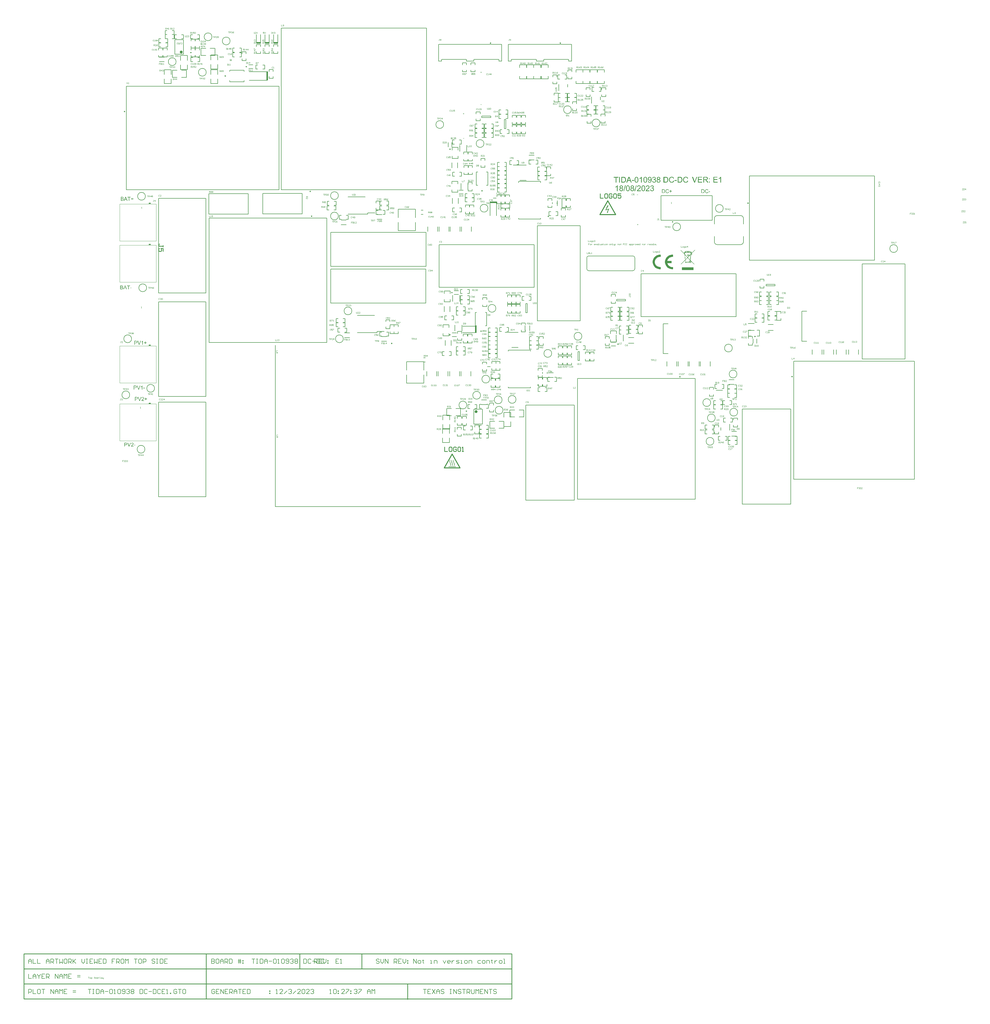
<source format=gto>
G04*
G04 #@! TF.GenerationSoftware,Altium Limited,Altium Designer,23.1.1 (15)*
G04*
G04 Layer_Color=65535*
%FSAX44Y44*%
%MOMM*%
G71*
G04*
G04 #@! TF.SameCoordinates,A3571568-9A21-437D-865F-2304E57EA7B7*
G04*
G04*
G04 #@! TF.FilePolarity,Positive*
G04*
G01*
G75*
%ADD10C,0.1778*%
%ADD11C,0.2000*%
%ADD12C,0.2500*%
%ADD13C,0.5000*%
%ADD14C,0.1270*%
%ADD15C,0.1375*%
%ADD16C,0.1900*%
%ADD17C,0.3556*%
%ADD18C,0.1000*%
%ADD19C,0.1500*%
%ADD20C,0.1700*%
%ADD21C,0.1250*%
%ADD22C,0.2540*%
%ADD23R,0.8000X0.3000*%
%ADD24R,1.6000X0.5000*%
%ADD25R,0.5080X2.3368*%
%ADD26R,0.5080X3.1496*%
%ADD27R,2.3368X0.5080*%
%ADD28C,0.2032*%
G36*
X01678437Y01024595D02*
X01688089Y01027389D01*
X01683009Y01015705D01*
X01685041Y01016213D01*
X01680977Y01011641D01*
X01680215Y01016975D01*
X01681485Y01015959D01*
X01684025Y01024341D01*
X01674627Y01021293D01*
X01681485Y01038057D01*
X01685295D01*
X01678437Y01024595D01*
D02*
G37*
G36*
X01962597Y00881095D02*
X01962597Y00881095D01*
D01*
X01962597Y00881095D01*
D01*
X01962597Y00881095D01*
D02*
G37*
G36*
X01982850Y00884449D02*
X01972044Y00873442D01*
X01972268Y00873442D01*
Y00868517D01*
X01969051D01*
X01967333Y00850086D01*
X01980041Y00836703D01*
X01979198Y00835903D01*
X01967432Y00848314D01*
X01967475Y00847553D01*
X01965783Y00848679D01*
X01965900Y00849930D01*
X01957578Y00858708D01*
X01950216Y00851209D01*
X01950821Y00844150D01*
X01963105D01*
Y00842738D01*
X01952714Y00842742D01*
Y00840612D01*
X01950097D01*
Y00842743D01*
X01950039Y00842751D01*
X01949873Y00842819D01*
X01949873Y00842819D01*
X01949808Y00842877D01*
X01949691Y00843008D01*
X01949590Y00843150D01*
X01949504Y00843303D01*
X01949470Y00843383D01*
X01949469Y00843383D01*
X01949470Y00843383D01*
X01948896Y00849864D01*
X01935045Y00835755D01*
X01934216Y00836570D01*
X01948763Y00851373D01*
X01947139Y00869719D01*
X01933354Y00884260D01*
Y00885870D01*
X01946980Y00871521D01*
X01946621Y00875578D01*
X01944993D01*
Y00877050D01*
X01946436D01*
X01946436Y00877053D01*
X01946439Y00877065D01*
Y00877065D01*
X01946445Y00877085D01*
X01946445Y00877086D01*
X01946446Y00877087D01*
X01946446Y00877088D01*
X01946446Y00877088D01*
X01946446Y00877089D01*
X01946447D01*
X01946534Y00877318D01*
X01946535Y00877321D01*
Y00877321D01*
X01946535Y00877321D01*
X01946535Y00877322D01*
X01946546Y00877347D01*
X01946546Y00877346D01*
X01946637Y00877558D01*
X01946638Y00877559D01*
X01946639Y00877561D01*
X01946640Y00877563D01*
X01946641Y00877565D01*
X01946642Y00877566D01*
X01946642D01*
X01946642Y00877567D01*
X01947018Y00878156D01*
X01947019Y00878158D01*
X01947020Y00878159D01*
X01947021Y00878160D01*
X01947022Y00878162D01*
X01947024Y00878164D01*
X01947025Y00878165D01*
Y00878165D01*
X01947025Y00878165D01*
X01947666Y00878852D01*
X01947666Y00878853D01*
X01947666Y00878853D01*
X01947666Y00878853D01*
X01947667Y00878854D01*
X01947667Y00878854D01*
X01947667Y00878854D01*
X01947667Y00878854D01*
X01947666Y00878853D01*
X01947667Y00878854D01*
D01*
X01947667Y00878854D01*
X01947669Y00878856D01*
X01947671Y00878857D01*
X01947673Y00878859D01*
X01947674Y00878860D01*
X01947674D01*
X01948463Y00879442D01*
X01948464Y00879443D01*
X01948466Y00879444D01*
X01948467Y00879445D01*
X01948468Y00879445D01*
X01948469Y00879446D01*
Y00879446D01*
X01948470Y00879446D01*
X01949146Y00879823D01*
X01949146Y00879823D01*
X01949147Y00879823D01*
X01949147Y00879824D01*
X01949147Y00879824D01*
X01949147Y00879824D01*
X01949151Y00879825D01*
Y00879826D01*
X01949151Y00879826D01*
X01949384Y00879932D01*
X01949385Y00879932D01*
X01949398Y00879938D01*
X01949408Y00879937D01*
X01949408Y00880817D01*
X01951821D01*
Y00880672D01*
X01952135Y00880745D01*
X01953741Y00881014D01*
X01955337Y00881179D01*
X01955646Y00881198D01*
Y00881758D01*
X01962591D01*
Y00881096D01*
X01962597Y00881095D01*
X01962597Y00881095D01*
X01962597Y00881095D01*
X01962597Y00881095D01*
X01962597Y00881095D01*
X01962598Y00881095D01*
X01962598Y00881095D01*
X01962598Y00881095D01*
X01963066Y00881038D01*
X01963067Y00881038D01*
X01963068Y00881037D01*
X01963067Y00881038D01*
X01963067Y00881038D01*
X01963066Y00881038D01*
X01963067Y00881038D01*
X01963070Y00881037D01*
X01964470Y00880783D01*
X01964470Y00880783D01*
X01964471Y00880783D01*
X01964472Y00880782D01*
X01964473Y00880782D01*
X01964475Y00880782D01*
X01964475Y00880782D01*
X01966245Y00880283D01*
X01966245Y00880283D01*
X01966246Y00880283D01*
X01966248Y00880282D01*
X01966250Y00880281D01*
X01966252Y00880281D01*
X01966252Y00880280D01*
X01966252Y00880281D01*
X01966253Y00880280D01*
X01966253Y00880280D01*
X01966252Y00880280D01*
X01966252Y00880280D01*
X01966252Y00880280D01*
X01966252Y00880280D01*
X01966253Y00880280D01*
X01966254Y00880280D01*
X01966253Y00880280D01*
X01966253Y00880280D01*
X01966254Y00880280D01*
X01966254Y00880280D01*
X01967795Y00879556D01*
X01967805Y00879550D01*
X01967805Y00879550D01*
X01967805Y00879551D01*
X01967804Y00879551D01*
X01967804Y00879551D01*
X01967796Y00879556D01*
X01967796Y00879556D01*
X01967797Y00879555D01*
X01967800Y00879554D01*
X01967802Y00879553D01*
X01967804Y00879551D01*
X01967805Y00879550D01*
X01967805Y00879550D01*
X01967805Y00879550D01*
X01967805Y00879550D01*
X01967805Y00879550D01*
X01968745Y00878852D01*
X01968745Y00878852D01*
X01968745Y00878852D01*
X01968746Y00878852D01*
X01968746Y00878852D01*
X01968746Y00878852D01*
X01968746Y00878851D01*
X01968746Y00878851D01*
X01968747Y00878850D01*
X01968750Y00878848D01*
X01968752Y00878847D01*
X01968754Y00878844D01*
X01968754Y00878843D01*
X01968755Y00878843D01*
X01969002Y00878554D01*
X01969002Y00878554D01*
X01969002Y00878553D01*
X01969014Y00878530D01*
X01969014Y00878528D01*
X01969014Y00878528D01*
X01969306Y00877061D01*
X01969306Y00877060D01*
X01969307Y00877059D01*
X01969307Y00877056D01*
X01969307Y00877054D01*
X01969308Y00877051D01*
Y00877050D01*
X01970215D01*
Y00875578D01*
X01969709D01*
X01969510Y00873442D01*
X01970450Y00873442D01*
X01982850Y00886060D01*
Y00884449D01*
D02*
G37*
G36*
X01947667Y00878854D02*
X01947667Y00878854D01*
X01947667D01*
X01947667Y00878854D01*
D02*
G37*
G36*
X01969003Y00878553D02*
Y00878553D01*
X01969005Y00878550D01*
X01969008Y00878545D01*
X01969011Y00878539D01*
X01969013Y00878532D01*
X01969014Y00878529D01*
X01969014Y00878528D01*
X01969014Y00878530D01*
Y00878530D01*
X01969003Y00878553D01*
X01969002Y00878553D01*
X01969002Y00878553D01*
X01969003Y00878553D01*
D02*
G37*
G36*
X01907416Y00868915D02*
Y00861360D01*
X01905785Y00861518D01*
X01902516Y00861375D01*
X01899330Y00860625D01*
X01896340Y00859295D01*
X01893650Y00857432D01*
X01891354Y00855100D01*
X01889532Y00852382D01*
X01888248Y00849372D01*
X01887822Y00847790D01*
X01902416D01*
Y00840290D01*
X01887822D01*
X01888248Y00838708D01*
X01889532Y00835698D01*
X01891354Y00832980D01*
X01893650Y00830648D01*
X01896340Y00828785D01*
X01899330Y00827455D01*
X01902516Y00826705D01*
X01905785Y00826562D01*
X01907416Y00826720D01*
Y00819165D01*
Y00819165D01*
X01905333Y00818956D01*
X01901155Y00819236D01*
X01897082Y00820207D01*
X01893227Y00821842D01*
X01889698Y00824095D01*
X01886593Y00826904D01*
X01883998Y00830190D01*
X01881985Y00833862D01*
X01880612Y00837818D01*
X01879916Y00841946D01*
Y00846134D01*
X01880612Y00850262D01*
X01881985Y00854218D01*
X01883998Y00857890D01*
X01886593Y00861176D01*
X01889698Y00863985D01*
X01893227Y00866238D01*
X01897082Y00867873D01*
X01901155Y00868844D01*
X01905333Y00869124D01*
X01907416Y00868915D01*
D02*
G37*
G36*
X01864916D02*
Y00861360D01*
X01863049Y00861529D01*
X01859316Y00861263D01*
X01855725Y00860210D01*
X01852439Y00858418D01*
X01849610Y00855968D01*
X01847367Y00852972D01*
X01845812Y00849568D01*
X01845016Y00845911D01*
Y00842169D01*
X01845812Y00838512D01*
X01847367Y00835108D01*
X01849610Y00832112D01*
X01852439Y00829662D01*
X01855725Y00827870D01*
X01859316Y00826817D01*
X01863049Y00826552D01*
X01864916Y00826720D01*
Y00819165D01*
X01862833Y00818956D01*
X01858655Y00819236D01*
X01854582Y00820207D01*
X01850727Y00821842D01*
X01847198Y00824095D01*
X01844093Y00826904D01*
X01841498Y00830190D01*
X01839485Y00833862D01*
X01838112Y00837818D01*
X01837416Y00841946D01*
Y00846134D01*
X01838112Y00850262D01*
X01839485Y00854218D01*
X01841498Y00857890D01*
X01844093Y00861176D01*
X01847198Y00863985D01*
X01850727Y00866238D01*
X01854582Y00867873D01*
X01858655Y00868844D01*
X01862833Y00869124D01*
X01864916Y00868915D01*
D02*
G37*
G36*
X01977605Y00815783D02*
X01937605D01*
Y00825783D01*
X01977605D01*
Y00815783D01*
D02*
G37*
G36*
X01154061Y00163302D02*
X01154315D01*
Y00163048D01*
X01154569D01*
Y00162794D01*
Y00162540D01*
X01154315D01*
Y00162286D01*
Y00162032D01*
X01154061D01*
Y00161778D01*
X01153807D01*
Y00161524D01*
Y00161270D01*
Y00161016D01*
X01153553D01*
Y00160762D01*
Y00160508D01*
Y00160254D01*
X01153299D01*
Y00160000D01*
Y00159746D01*
Y00159492D01*
Y00159238D01*
Y00158984D01*
Y00158730D01*
Y00158476D01*
Y00158222D01*
Y00157968D01*
Y00157714D01*
Y00157460D01*
Y00157206D01*
Y00156952D01*
X01153553D01*
Y00156698D01*
Y00156444D01*
Y00156190D01*
X01153807D01*
Y00155936D01*
Y00155682D01*
Y00155428D01*
X01154061D01*
Y00155174D01*
Y00154920D01*
X01154315D01*
Y00154666D01*
Y00154412D01*
X01154569D01*
Y00154158D01*
Y00153904D01*
X01154823D01*
Y00153650D01*
Y00153396D01*
X01155077D01*
Y00153142D01*
Y00152888D01*
X01155331D01*
Y00152634D01*
Y00152380D01*
Y00152126D01*
X01155585D01*
Y00151872D01*
Y00151618D01*
X01155839D01*
Y00151364D01*
Y00151110D01*
Y00150856D01*
X01156093D01*
Y00150602D01*
Y00150348D01*
Y00150094D01*
X01156347D01*
Y00149840D01*
Y00149586D01*
Y00149332D01*
Y00149078D01*
Y00148824D01*
Y00148570D01*
Y00148316D01*
Y00148062D01*
Y00147808D01*
Y00147554D01*
Y00147300D01*
Y00147046D01*
Y00146792D01*
Y00146538D01*
X01156093D01*
Y00146284D01*
Y00146030D01*
Y00145776D01*
Y00145522D01*
X01155839D01*
Y00145268D01*
Y00145014D01*
X01155585D01*
Y00144760D01*
Y00144506D01*
X01155331D01*
Y00144252D01*
Y00143998D01*
X01155077D01*
Y00143744D01*
X01154442D01*
Y00143490D01*
X01153680D01*
Y00143744D01*
X01153426D01*
Y00143998D01*
X01153680D01*
Y00144252D01*
Y00144506D01*
X01153934D01*
Y00144760D01*
Y00145014D01*
X01154188D01*
Y00145268D01*
Y00145522D01*
X01154442D01*
Y00145776D01*
Y00146030D01*
Y00146284D01*
X01154696D01*
Y00146538D01*
Y00146792D01*
Y00147046D01*
Y00147300D01*
Y00147554D01*
Y00147808D01*
Y00148062D01*
Y00148316D01*
Y00148570D01*
Y00148824D01*
Y00149078D01*
Y00149332D01*
Y00149586D01*
Y00149840D01*
X01154442D01*
Y00150094D01*
Y00150348D01*
Y00150602D01*
X01154188D01*
Y00150856D01*
Y00151110D01*
Y00151364D01*
X01153934D01*
Y00151618D01*
Y00151872D01*
X01153680D01*
Y00152126D01*
Y00152380D01*
X01153426D01*
Y00152634D01*
Y00152888D01*
X01153172D01*
Y00153142D01*
Y00153396D01*
X01152918D01*
Y00153650D01*
Y00153904D01*
X01152664D01*
Y00154158D01*
Y00154412D01*
Y00154666D01*
X01152410D01*
Y00154920D01*
Y00155174D01*
X01152156D01*
Y00155428D01*
Y00155682D01*
Y00155936D01*
X01151902D01*
Y00156190D01*
Y00156444D01*
Y00156698D01*
Y00156952D01*
X01151648D01*
Y00157206D01*
Y00157460D01*
Y00157714D01*
Y00157968D01*
Y00158222D01*
Y00158476D01*
Y00158730D01*
Y00158984D01*
Y00159238D01*
Y00159492D01*
Y00159746D01*
Y00160000D01*
X01151902D01*
Y00160254D01*
Y00160508D01*
Y00160762D01*
Y00161016D01*
X01152156D01*
Y00161270D01*
Y00161524D01*
X01152410D01*
Y00161778D01*
Y00162032D01*
X01152664D01*
Y00162286D01*
Y00162540D01*
X01152918D01*
Y00162794D01*
X01153172D01*
Y00163048D01*
Y00163302D01*
X01153426D01*
Y00163048D01*
X01153807D01*
Y00163302D01*
Y00163556D01*
X01154061D01*
Y00163302D01*
D02*
G37*
G36*
X01147711D02*
X01147965D01*
Y00163048D01*
X01148219D01*
Y00162794D01*
Y00162540D01*
X01147965D01*
Y00162286D01*
Y00162032D01*
X01147711D01*
Y00161778D01*
X01147457D01*
Y00161524D01*
Y00161270D01*
Y00161016D01*
X01147203D01*
Y00160762D01*
Y00160508D01*
Y00160254D01*
X01146949D01*
Y00160000D01*
Y00159746D01*
Y00159492D01*
Y00159238D01*
Y00158984D01*
Y00158730D01*
Y00158476D01*
Y00158222D01*
Y00157968D01*
Y00157714D01*
Y00157460D01*
Y00157206D01*
Y00156952D01*
X01147203D01*
Y00156698D01*
Y00156444D01*
Y00156190D01*
X01147457D01*
Y00155936D01*
Y00155682D01*
Y00155428D01*
X01147711D01*
Y00155174D01*
Y00154920D01*
X01147965D01*
Y00154666D01*
Y00154412D01*
X01148219D01*
Y00154158D01*
Y00153904D01*
X01148473D01*
Y00153650D01*
Y00153396D01*
X01148727D01*
Y00153142D01*
Y00152888D01*
X01148981D01*
Y00152634D01*
Y00152380D01*
Y00152126D01*
X01149235D01*
Y00151872D01*
Y00151618D01*
X01149489D01*
Y00151364D01*
Y00151110D01*
Y00150856D01*
X01149743D01*
Y00150602D01*
Y00150348D01*
Y00150094D01*
X01149997D01*
Y00149840D01*
Y00149586D01*
Y00149332D01*
Y00149078D01*
Y00148824D01*
Y00148570D01*
Y00148316D01*
Y00148062D01*
Y00147808D01*
Y00147554D01*
Y00147300D01*
Y00147046D01*
Y00146792D01*
Y00146538D01*
X01149743D01*
Y00146284D01*
Y00146030D01*
Y00145776D01*
Y00145522D01*
X01149489D01*
Y00145268D01*
Y00145014D01*
X01149235D01*
Y00144760D01*
Y00144506D01*
X01148981D01*
Y00144252D01*
Y00143998D01*
X01148727D01*
Y00143744D01*
X01148092D01*
Y00143490D01*
X01147330D01*
Y00143744D01*
X01147076D01*
Y00143998D01*
X01147330D01*
Y00144252D01*
Y00144506D01*
X01147584D01*
Y00144760D01*
Y00145014D01*
X01147838D01*
Y00145268D01*
Y00145522D01*
X01148092D01*
Y00145776D01*
Y00146030D01*
Y00146284D01*
X01148346D01*
Y00146538D01*
Y00146792D01*
Y00147046D01*
Y00147300D01*
Y00147554D01*
Y00147808D01*
Y00148062D01*
Y00148316D01*
Y00148570D01*
Y00148824D01*
Y00149078D01*
Y00149332D01*
Y00149586D01*
Y00149840D01*
X01148092D01*
Y00150094D01*
Y00150348D01*
Y00150602D01*
X01147838D01*
Y00150856D01*
Y00151110D01*
Y00151364D01*
X01147584D01*
Y00151618D01*
Y00151872D01*
X01147330D01*
Y00152126D01*
Y00152380D01*
X01147076D01*
Y00152634D01*
Y00152888D01*
X01146822D01*
Y00153142D01*
Y00153396D01*
X01146568D01*
Y00153650D01*
Y00153904D01*
X01146314D01*
Y00154158D01*
Y00154412D01*
Y00154666D01*
X01146060D01*
Y00154920D01*
Y00155174D01*
X01145806D01*
Y00155428D01*
Y00155682D01*
Y00155936D01*
X01145552D01*
Y00156190D01*
Y00156444D01*
Y00156698D01*
Y00156952D01*
X01145298D01*
Y00157206D01*
Y00157460D01*
Y00157714D01*
Y00157968D01*
Y00158222D01*
Y00158476D01*
Y00158730D01*
Y00158984D01*
Y00159238D01*
Y00159492D01*
Y00159746D01*
Y00160000D01*
X01145552D01*
Y00160254D01*
Y00160508D01*
Y00160762D01*
Y00161016D01*
X01145806D01*
Y00161270D01*
Y00161524D01*
X01146060D01*
Y00161778D01*
Y00162032D01*
X01146314D01*
Y00162286D01*
Y00162540D01*
X01146568D01*
Y00162794D01*
X01146822D01*
Y00163048D01*
Y00163302D01*
X01147076D01*
Y00163048D01*
X01147457D01*
Y00163302D01*
Y00163556D01*
X01147711D01*
Y00163302D01*
D02*
G37*
G36*
X01141361D02*
X01141615D01*
Y00163048D01*
X01141869D01*
Y00162794D01*
Y00162540D01*
X01141615D01*
Y00162286D01*
Y00162032D01*
X01141361D01*
Y00161778D01*
X01141107D01*
Y00161524D01*
Y00161270D01*
Y00161016D01*
X01140853D01*
Y00160762D01*
Y00160508D01*
Y00160254D01*
X01140599D01*
Y00160000D01*
Y00159746D01*
Y00159492D01*
Y00159238D01*
Y00158984D01*
Y00158730D01*
Y00158476D01*
Y00158222D01*
Y00157968D01*
Y00157714D01*
Y00157460D01*
Y00157206D01*
Y00156952D01*
X01140853D01*
Y00156698D01*
Y00156444D01*
Y00156190D01*
X01141107D01*
Y00155936D01*
Y00155682D01*
Y00155428D01*
X01141361D01*
Y00155174D01*
Y00154920D01*
X01141615D01*
Y00154666D01*
Y00154412D01*
X01141869D01*
Y00154158D01*
Y00153904D01*
X01142123D01*
Y00153650D01*
Y00153396D01*
X01142377D01*
Y00153142D01*
Y00152888D01*
X01142631D01*
Y00152634D01*
Y00152380D01*
Y00152126D01*
X01142885D01*
Y00151872D01*
Y00151618D01*
X01143139D01*
Y00151364D01*
Y00151110D01*
Y00150856D01*
X01143393D01*
Y00150602D01*
Y00150348D01*
Y00150094D01*
X01143647D01*
Y00149840D01*
Y00149586D01*
Y00149332D01*
Y00149078D01*
Y00148824D01*
Y00148570D01*
Y00148316D01*
Y00148062D01*
Y00147808D01*
Y00147554D01*
Y00147300D01*
Y00147046D01*
Y00146792D01*
Y00146538D01*
X01143393D01*
Y00146284D01*
Y00146030D01*
Y00145776D01*
Y00145522D01*
X01143139D01*
Y00145268D01*
Y00145014D01*
X01142885D01*
Y00144760D01*
Y00144506D01*
X01142631D01*
Y00144252D01*
Y00143998D01*
X01142377D01*
Y00143744D01*
X01141742D01*
Y00143490D01*
X01140980D01*
Y00143744D01*
X01140726D01*
Y00143998D01*
X01140980D01*
Y00144252D01*
Y00144506D01*
X01141234D01*
Y00144760D01*
Y00145014D01*
X01141488D01*
Y00145268D01*
Y00145522D01*
X01141742D01*
Y00145776D01*
Y00146030D01*
Y00146284D01*
X01141996D01*
Y00146538D01*
Y00146792D01*
Y00147046D01*
Y00147300D01*
Y00147554D01*
Y00147808D01*
Y00148062D01*
Y00148316D01*
Y00148570D01*
Y00148824D01*
Y00149078D01*
Y00149332D01*
Y00149586D01*
Y00149840D01*
X01141742D01*
Y00150094D01*
Y00150348D01*
Y00150602D01*
X01141488D01*
Y00150856D01*
Y00151110D01*
Y00151364D01*
X01141234D01*
Y00151618D01*
Y00151872D01*
X01140980D01*
Y00152126D01*
Y00152380D01*
X01140726D01*
Y00152634D01*
Y00152888D01*
X01140472D01*
Y00153142D01*
Y00153396D01*
X01140218D01*
Y00153650D01*
Y00153904D01*
X01139964D01*
Y00154158D01*
Y00154412D01*
Y00154666D01*
X01139710D01*
Y00154920D01*
Y00155174D01*
X01139456D01*
Y00155428D01*
Y00155682D01*
Y00155936D01*
X01139202D01*
Y00156190D01*
Y00156444D01*
Y00156698D01*
Y00156952D01*
X01138948D01*
Y00157206D01*
Y00157460D01*
Y00157714D01*
Y00157968D01*
Y00158222D01*
Y00158476D01*
Y00158730D01*
Y00158984D01*
Y00159238D01*
Y00159492D01*
Y00159746D01*
Y00160000D01*
X01139202D01*
Y00160254D01*
Y00160508D01*
Y00160762D01*
Y00161016D01*
X01139456D01*
Y00161270D01*
Y00161524D01*
X01139710D01*
Y00161778D01*
Y00162032D01*
X01139964D01*
Y00162286D01*
Y00162540D01*
X01140218D01*
Y00162794D01*
X01140472D01*
Y00163048D01*
Y00163302D01*
X01140726D01*
Y00163048D01*
X01141107D01*
Y00163302D01*
Y00163556D01*
X01141361D01*
Y00163302D01*
D02*
G37*
G36*
X01160538Y00139934D02*
X01135138D01*
Y00141712D01*
X01160538D01*
Y00139934D01*
D02*
G37*
G36*
X00045905Y00754052D02*
X00041060D01*
Y00755633D01*
X00045905D01*
Y00754052D01*
D02*
G37*
G36*
X00040145Y00761504D02*
X00035910D01*
Y00750215D01*
X00034218D01*
Y00761504D01*
X00030002D01*
Y00763011D01*
X00040145D01*
Y00761504D01*
D02*
G37*
G36*
X00029614Y00750215D02*
X00027691D01*
X00026212Y00754089D01*
X00020840D01*
X00019444Y00750215D01*
X00017659D01*
X00022569Y00763011D01*
X00024381D01*
X00029614Y00750215D01*
D02*
G37*
G36*
X00012094Y00763002D02*
X00012223D01*
X00012362Y00762992D01*
X00012528Y00762974D01*
X00012695Y00762965D01*
X00012880Y00762937D01*
X00013074Y00762918D01*
X00013462Y00762844D01*
X00013850Y00762743D01*
X00014035Y00762687D01*
X00014202Y00762613D01*
X00014211D01*
X00014239Y00762595D01*
X00014285Y00762576D01*
X00014350Y00762539D01*
X00014424Y00762502D01*
X00014507Y00762447D01*
X00014609Y00762392D01*
X00014710Y00762318D01*
X00014821Y00762243D01*
X00014932Y00762151D01*
X00015043Y00762059D01*
X00015163Y00761948D01*
X00015274Y00761827D01*
X00015385Y00761707D01*
X00015487Y00761569D01*
X00015589Y00761421D01*
X00015598Y00761411D01*
X00015607Y00761384D01*
X00015635Y00761338D01*
X00015672Y00761282D01*
X00015709Y00761208D01*
X00015746Y00761116D01*
X00015792Y00761023D01*
X00015847Y00760912D01*
X00015894Y00760783D01*
X00015940Y00760653D01*
X00016014Y00760367D01*
X00016078Y00760052D01*
X00016088Y00759895D01*
X00016097Y00759729D01*
Y00759719D01*
Y00759692D01*
Y00759645D01*
X00016088Y00759590D01*
Y00759516D01*
X00016069Y00759433D01*
X00016060Y00759331D01*
X00016042Y00759230D01*
X00015986Y00758989D01*
X00015903Y00758730D01*
X00015857Y00758592D01*
X00015792Y00758462D01*
X00015727Y00758323D01*
X00015644Y00758185D01*
X00015635Y00758176D01*
X00015625Y00758157D01*
X00015598Y00758120D01*
X00015561Y00758064D01*
X00015515Y00758000D01*
X00015459Y00757935D01*
X00015385Y00757852D01*
X00015311Y00757769D01*
X00015219Y00757676D01*
X00015126Y00757584D01*
X00015015Y00757491D01*
X00014895Y00757390D01*
X00014756Y00757288D01*
X00014618Y00757195D01*
X00014470Y00757103D01*
X00014303Y00757020D01*
X00014313D01*
X00014359Y00757001D01*
X00014414Y00756983D01*
X00014497Y00756955D01*
X00014590Y00756918D01*
X00014701Y00756872D01*
X00014830Y00756816D01*
X00014960Y00756742D01*
X00015108Y00756668D01*
X00015256Y00756585D01*
X00015404Y00756493D01*
X00015552Y00756382D01*
X00015690Y00756271D01*
X00015838Y00756141D01*
X00015968Y00756003D01*
X00016088Y00755855D01*
X00016097Y00755846D01*
X00016115Y00755818D01*
X00016143Y00755772D01*
X00016190Y00755707D01*
X00016236Y00755633D01*
X00016291Y00755540D01*
X00016347Y00755430D01*
X00016402Y00755309D01*
X00016458Y00755171D01*
X00016522Y00755023D01*
X00016568Y00754865D01*
X00016615Y00754690D01*
X00016661Y00754514D01*
X00016689Y00754320D01*
X00016707Y00754126D01*
X00016717Y00753923D01*
Y00753913D01*
Y00753885D01*
Y00753830D01*
X00016707Y00753765D01*
Y00753691D01*
X00016698Y00753599D01*
X00016689Y00753488D01*
X00016670Y00753377D01*
X00016624Y00753118D01*
X00016550Y00752831D01*
X00016458Y00752536D01*
X00016328Y00752240D01*
Y00752231D01*
X00016310Y00752203D01*
X00016291Y00752166D01*
X00016263Y00752110D01*
X00016226Y00752046D01*
X00016180Y00751972D01*
X00016069Y00751805D01*
X00015931Y00751611D01*
X00015773Y00751417D01*
X00015598Y00751223D01*
X00015394Y00751056D01*
X00015385D01*
X00015367Y00751038D01*
X00015339Y00751019D01*
X00015293Y00750992D01*
X00015237Y00750955D01*
X00015172Y00750918D01*
X00015099Y00750871D01*
X00015015Y00750825D01*
X00014914Y00750770D01*
X00014812Y00750723D01*
X00014571Y00750613D01*
X00014303Y00750520D01*
X00013998Y00750428D01*
X00013989D01*
X00013961Y00750418D01*
X00013915Y00750409D01*
X00013850Y00750391D01*
X00013767Y00750381D01*
X00013665Y00750363D01*
X00013555Y00750344D01*
X00013425Y00750326D01*
X00013286Y00750298D01*
X00013129Y00750280D01*
X00012953Y00750261D01*
X00012778Y00750252D01*
X00012584Y00750234D01*
X00012380Y00750224D01*
X00012158Y00750215D01*
X00007064D01*
Y00763011D01*
X00011992D01*
X00012094Y00763002D01*
D02*
G37*
G36*
X00058865Y00213837D02*
X00054020D01*
Y00215418D01*
X00058865D01*
Y00213837D01*
D02*
G37*
G36*
X00038377Y00210000D02*
X00036629D01*
X00031674Y00222796D01*
X00033513D01*
X00036832Y00213495D01*
X00036842Y00213486D01*
X00036851Y00213449D01*
X00036869Y00213384D01*
X00036897Y00213301D01*
X00036934Y00213208D01*
X00036971Y00213088D01*
X00037017Y00212959D01*
X00037073Y00212811D01*
X00037119Y00212654D01*
X00037175Y00212487D01*
X00037285Y00212136D01*
X00037406Y00211766D01*
X00037507Y00211396D01*
Y00211405D01*
X00037517Y00211442D01*
X00037535Y00211498D01*
X00037563Y00211572D01*
X00037591Y00211674D01*
X00037618Y00211784D01*
X00037665Y00211914D01*
X00037702Y00212052D01*
X00037757Y00212201D01*
X00037803Y00212367D01*
X00037868Y00212543D01*
X00037924Y00212718D01*
X00038053Y00213106D01*
X00038201Y00213495D01*
X00041659Y00222796D01*
X00043388D01*
X00038377Y00210000D01*
D02*
G37*
G36*
X00048685Y00222833D02*
X00048815Y00222824D01*
X00048972Y00222814D01*
X00049148Y00222787D01*
X00049351Y00222759D01*
X00049564Y00222713D01*
X00049795Y00222657D01*
X00050026Y00222593D01*
X00050276Y00222509D01*
X00050516Y00222408D01*
X00050756Y00222287D01*
X00050988Y00222158D01*
X00051209Y00222001D01*
X00051422Y00221816D01*
X00051431Y00221807D01*
X00051468Y00221770D01*
X00051524Y00221714D01*
X00051589Y00221631D01*
X00051672Y00221539D01*
X00051764Y00221418D01*
X00051866Y00221280D01*
X00051968Y00221122D01*
X00052060Y00220947D01*
X00052162Y00220753D01*
X00052254Y00220540D01*
X00052337Y00220318D01*
X00052402Y00220078D01*
X00052458Y00219828D01*
X00052495Y00219560D01*
X00052504Y00219283D01*
Y00219273D01*
Y00219246D01*
Y00219209D01*
Y00219153D01*
X00052495Y00219079D01*
X00052485Y00219005D01*
X00052476Y00218913D01*
X00052467Y00218811D01*
X00052430Y00218580D01*
X00052374Y00218321D01*
X00052291Y00218053D01*
X00052189Y00217776D01*
Y00217766D01*
X00052171Y00217739D01*
X00052153Y00217702D01*
X00052125Y00217646D01*
X00052097Y00217581D01*
X00052051Y00217498D01*
X00052004Y00217406D01*
X00051940Y00217304D01*
X00051875Y00217193D01*
X00051801Y00217073D01*
X00051616Y00216805D01*
X00051515Y00216666D01*
X00051404Y00216518D01*
X00051274Y00216370D01*
X00051145Y00216213D01*
X00051136Y00216204D01*
X00051108Y00216176D01*
X00051071Y00216130D01*
X00051006Y00216065D01*
X00050923Y00215982D01*
X00050821Y00215880D01*
X00050710Y00215760D01*
X00050571Y00215621D01*
X00050414Y00215473D01*
X00050229Y00215307D01*
X00050035Y00215122D01*
X00049813Y00214919D01*
X00049573Y00214706D01*
X00049314Y00214475D01*
X00049028Y00214225D01*
X00048722Y00213966D01*
X00048704Y00213957D01*
X00048658Y00213911D01*
X00048593Y00213855D01*
X00048500Y00213772D01*
X00048380Y00213680D01*
X00048260Y00213569D01*
X00048121Y00213449D01*
X00047973Y00213319D01*
X00047659Y00213051D01*
X00047511Y00212912D01*
X00047363Y00212783D01*
X00047225Y00212654D01*
X00047104Y00212543D01*
X00046993Y00212441D01*
X00046910Y00212348D01*
X00046892Y00212330D01*
X00046845Y00212274D01*
X00046771Y00212191D01*
X00046679Y00212090D01*
X00046577Y00211960D01*
X00046466Y00211821D01*
X00046356Y00211664D01*
X00046254Y00211507D01*
X00052522D01*
Y00210000D01*
X00044072D01*
Y00210009D01*
Y00210028D01*
Y00210056D01*
Y00210093D01*
Y00210148D01*
X00044081Y00210203D01*
X00044090Y00210351D01*
X00044109Y00210508D01*
X00044137Y00210693D01*
X00044183Y00210888D01*
X00044247Y00211082D01*
Y00211091D01*
X00044266Y00211119D01*
X00044285Y00211165D01*
X00044312Y00211230D01*
X00044340Y00211313D01*
X00044386Y00211405D01*
X00044442Y00211507D01*
X00044497Y00211618D01*
X00044562Y00211747D01*
X00044645Y00211877D01*
X00044821Y00212164D01*
X00045033Y00212469D01*
X00045283Y00212783D01*
X00045292Y00212792D01*
X00045320Y00212820D01*
X00045357Y00212866D01*
X00045412Y00212931D01*
X00045486Y00213014D01*
X00045579Y00213106D01*
X00045681Y00213218D01*
X00045810Y00213338D01*
X00045949Y00213476D01*
X00046097Y00213624D01*
X00046263Y00213782D01*
X00046448Y00213957D01*
X00046651Y00214133D01*
X00046864Y00214318D01*
X00047095Y00214512D01*
X00047336Y00214715D01*
X00047345Y00214725D01*
X00047363Y00214734D01*
X00047391Y00214762D01*
X00047428Y00214789D01*
X00047474Y00214835D01*
X00047530Y00214882D01*
X00047668Y00215002D01*
X00047844Y00215141D01*
X00048029Y00215316D01*
X00048242Y00215501D01*
X00048464Y00215704D01*
X00048704Y00215917D01*
X00048935Y00216139D01*
X00049175Y00216361D01*
X00049397Y00216592D01*
X00049619Y00216814D01*
X00049813Y00217027D01*
X00049998Y00217239D01*
X00050146Y00217433D01*
X00050155Y00217443D01*
X00050174Y00217480D01*
X00050211Y00217535D01*
X00050266Y00217600D01*
X00050322Y00217692D01*
X00050377Y00217794D01*
X00050451Y00217914D01*
X00050516Y00218044D01*
X00050581Y00218182D01*
X00050655Y00218330D01*
X00050775Y00218654D01*
X00050821Y00218820D01*
X00050858Y00218987D01*
X00050877Y00219153D01*
X00050886Y00219320D01*
Y00219329D01*
Y00219366D01*
Y00219412D01*
X00050877Y00219477D01*
X00050867Y00219560D01*
X00050849Y00219652D01*
X00050830Y00219754D01*
X00050803Y00219865D01*
X00050766Y00219985D01*
X00050719Y00220115D01*
X00050664Y00220244D01*
X00050599Y00220374D01*
X00050525Y00220512D01*
X00050433Y00220642D01*
X00050331Y00220771D01*
X00050211Y00220891D01*
X00050202Y00220901D01*
X00050183Y00220919D01*
X00050146Y00220947D01*
X00050091Y00220993D01*
X00050026Y00221039D01*
X00049943Y00221095D01*
X00049850Y00221159D01*
X00049749Y00221215D01*
X00049628Y00221280D01*
X00049499Y00221335D01*
X00049351Y00221391D01*
X00049203Y00221437D01*
X00049037Y00221483D01*
X00048861Y00221511D01*
X00048676Y00221529D01*
X00048482Y00221539D01*
X00048371D01*
X00048297Y00221529D01*
X00048195Y00221520D01*
X00048084Y00221502D01*
X00047964Y00221483D01*
X00047825Y00221455D01*
X00047687Y00221418D01*
X00047539Y00221372D01*
X00047391Y00221317D01*
X00047234Y00221252D01*
X00047086Y00221169D01*
X00046938Y00221076D01*
X00046790Y00220975D01*
X00046661Y00220854D01*
X00046651Y00220845D01*
X00046633Y00220827D01*
X00046596Y00220780D01*
X00046559Y00220734D01*
X00046503Y00220660D01*
X00046448Y00220577D01*
X00046383Y00220475D01*
X00046328Y00220364D01*
X00046263Y00220244D01*
X00046198Y00220096D01*
X00046143Y00219948D01*
X00046087Y00219782D01*
X00046050Y00219597D01*
X00046013Y00219403D01*
X00045995Y00219199D01*
X00045986Y00218978D01*
X00044368Y00219144D01*
Y00219153D01*
Y00219162D01*
X00044377Y00219190D01*
Y00219227D01*
X00044386Y00219320D01*
X00044414Y00219440D01*
X00044442Y00219588D01*
X00044479Y00219763D01*
X00044525Y00219958D01*
X00044580Y00220161D01*
X00044654Y00220383D01*
X00044738Y00220605D01*
X00044839Y00220836D01*
X00044959Y00221067D01*
X00045089Y00221289D01*
X00045246Y00221502D01*
X00045412Y00221705D01*
X00045607Y00221890D01*
X00045616Y00221899D01*
X00045653Y00221927D01*
X00045718Y00221982D01*
X00045801Y00222038D01*
X00045912Y00222112D01*
X00046041Y00222195D01*
X00046198Y00222278D01*
X00046374Y00222371D01*
X00046577Y00222454D01*
X00046790Y00222537D01*
X00047030Y00222620D01*
X00047289Y00222694D01*
X00047567Y00222759D01*
X00047863Y00222805D01*
X00048177Y00222833D01*
X00048510Y00222842D01*
X00048593D01*
X00048685Y00222833D01*
D02*
G37*
G36*
X00026330Y00222787D02*
X00026459D01*
X00026607Y00222777D01*
X00026921Y00222768D01*
X00027245Y00222740D01*
X00027559Y00222713D01*
X00027707Y00222685D01*
X00027836Y00222666D01*
X00027846D01*
X00027883Y00222657D01*
X00027929Y00222648D01*
X00027994Y00222639D01*
X00028077Y00222620D01*
X00028169Y00222593D01*
X00028271Y00222565D01*
X00028391Y00222537D01*
X00028641Y00222454D01*
X00028900Y00222343D01*
X00029168Y00222223D01*
X00029418Y00222066D01*
X00029427Y00222056D01*
X00029445Y00222047D01*
X00029482Y00222019D01*
X00029519Y00221982D01*
X00029575Y00221945D01*
X00029639Y00221890D01*
X00029713Y00221825D01*
X00029787Y00221751D01*
X00029861Y00221668D01*
X00029945Y00221576D01*
X00030120Y00221363D01*
X00030287Y00221113D01*
X00030444Y00220836D01*
X00030453Y00220827D01*
X00030462Y00220799D01*
X00030481Y00220753D01*
X00030508Y00220697D01*
X00030536Y00220623D01*
X00030564Y00220531D01*
X00030601Y00220429D01*
X00030638Y00220318D01*
X00030675Y00220198D01*
X00030712Y00220059D01*
X00030740Y00219921D01*
X00030767Y00219763D01*
X00030814Y00219440D01*
X00030832Y00219088D01*
Y00219070D01*
Y00219014D01*
X00030823Y00218931D01*
X00030814Y00218820D01*
X00030804Y00218672D01*
X00030777Y00218515D01*
X00030749Y00218330D01*
X00030703Y00218136D01*
X00030647Y00217924D01*
X00030573Y00217702D01*
X00030490Y00217470D01*
X00030388Y00217239D01*
X00030268Y00217008D01*
X00030129Y00216777D01*
X00029972Y00216546D01*
X00029787Y00216333D01*
X00029778Y00216324D01*
X00029741Y00216287D01*
X00029676Y00216231D01*
X00029584Y00216158D01*
X00029464Y00216074D01*
X00029316Y00215973D01*
X00029140Y00215871D01*
X00028928Y00215769D01*
X00028687Y00215668D01*
X00028419Y00215566D01*
X00028105Y00215464D01*
X00027772Y00215381D01*
X00027393Y00215307D01*
X00027189Y00215279D01*
X00026977Y00215252D01*
X00026755Y00215233D01*
X00026524Y00215215D01*
X00026283Y00215205D01*
X00022761D01*
Y00210000D01*
X00021069D01*
Y00222796D01*
X00026200D01*
X00026330Y00222787D01*
D02*
G37*
G36*
X00095540Y00374031D02*
X00099026D01*
Y00372561D01*
X00095540D01*
Y00369057D01*
X00094061D01*
Y00372561D01*
X00090575D01*
Y00374031D01*
X00094061D01*
Y00377517D01*
X00095540D01*
Y00374031D01*
D02*
G37*
G36*
X00074488Y00366995D02*
X00072741D01*
X00067785Y00379791D01*
X00069625D01*
X00072944Y00370490D01*
X00072953Y00370481D01*
X00072962Y00370444D01*
X00072981Y00370379D01*
X00073009Y00370296D01*
X00073046Y00370203D01*
X00073083Y00370083D01*
X00073129Y00369954D01*
X00073184Y00369806D01*
X00073231Y00369649D01*
X00073286Y00369482D01*
X00073397Y00369131D01*
X00073517Y00368761D01*
X00073619Y00368391D01*
Y00368400D01*
X00073628Y00368437D01*
X00073647Y00368493D01*
X00073674Y00368567D01*
X00073702Y00368669D01*
X00073730Y00368779D01*
X00073776Y00368909D01*
X00073813Y00369048D01*
X00073868Y00369196D01*
X00073915Y00369362D01*
X00073980Y00369538D01*
X00074035Y00369713D01*
X00074164Y00370102D01*
X00074312Y00370490D01*
X00077770Y00379791D01*
X00079499D01*
X00074488Y00366995D01*
D02*
G37*
G36*
X00084797Y00379828D02*
X00084926Y00379819D01*
X00085083Y00379809D01*
X00085259Y00379782D01*
X00085463Y00379754D01*
X00085675Y00379708D01*
X00085906Y00379652D01*
X00086137Y00379588D01*
X00086387Y00379504D01*
X00086627Y00379403D01*
X00086868Y00379282D01*
X00087099Y00379153D01*
X00087321Y00378996D01*
X00087534Y00378811D01*
X00087543Y00378802D01*
X00087580Y00378765D01*
X00087635Y00378709D01*
X00087700Y00378626D01*
X00087783Y00378534D01*
X00087876Y00378413D01*
X00087977Y00378275D01*
X00088079Y00378117D01*
X00088172Y00377942D01*
X00088273Y00377748D01*
X00088366Y00377535D01*
X00088449Y00377313D01*
X00088513Y00377073D01*
X00088569Y00376823D01*
X00088606Y00376555D01*
X00088615Y00376278D01*
Y00376268D01*
Y00376241D01*
Y00376204D01*
Y00376148D01*
X00088606Y00376074D01*
X00088597Y00376000D01*
X00088588Y00375908D01*
X00088578Y00375806D01*
X00088541Y00375575D01*
X00088486Y00375316D01*
X00088403Y00375048D01*
X00088301Y00374771D01*
Y00374761D01*
X00088282Y00374734D01*
X00088264Y00374697D01*
X00088236Y00374641D01*
X00088208Y00374576D01*
X00088162Y00374493D01*
X00088116Y00374401D01*
X00088051Y00374299D01*
X00087986Y00374188D01*
X00087913Y00374068D01*
X00087728Y00373800D01*
X00087626Y00373661D01*
X00087515Y00373513D01*
X00087386Y00373365D01*
X00087256Y00373208D01*
X00087247Y00373199D01*
X00087219Y00373171D01*
X00087182Y00373125D01*
X00087118Y00373060D01*
X00087034Y00372977D01*
X00086932Y00372875D01*
X00086822Y00372755D01*
X00086683Y00372616D01*
X00086526Y00372468D01*
X00086341Y00372302D01*
X00086147Y00372117D01*
X00085925Y00371914D01*
X00085684Y00371701D01*
X00085426Y00371470D01*
X00085139Y00371220D01*
X00084834Y00370961D01*
X00084815Y00370952D01*
X00084769Y00370906D01*
X00084704Y00370850D01*
X00084612Y00370767D01*
X00084492Y00370675D01*
X00084372Y00370564D01*
X00084233Y00370444D01*
X00084085Y00370314D01*
X00083771Y00370046D01*
X00083623Y00369907D01*
X00083475Y00369778D01*
X00083336Y00369649D01*
X00083216Y00369538D01*
X00083105Y00369436D01*
X00083022Y00369343D01*
X00083003Y00369325D01*
X00082957Y00369269D01*
X00082883Y00369186D01*
X00082790Y00369085D01*
X00082689Y00368955D01*
X00082578Y00368816D01*
X00082467Y00368659D01*
X00082365Y00368502D01*
X00088634D01*
Y00366995D01*
X00080183D01*
Y00367004D01*
Y00367023D01*
Y00367051D01*
Y00367088D01*
Y00367143D01*
X00080192Y00367198D01*
X00080202Y00367346D01*
X00080220Y00367504D01*
X00080248Y00367688D01*
X00080294Y00367883D01*
X00080359Y00368077D01*
Y00368086D01*
X00080377Y00368114D01*
X00080396Y00368160D01*
X00080424Y00368225D01*
X00080451Y00368308D01*
X00080498Y00368400D01*
X00080553Y00368502D01*
X00080609Y00368613D01*
X00080673Y00368742D01*
X00080757Y00368872D01*
X00080932Y00369159D01*
X00081145Y00369464D01*
X00081394Y00369778D01*
X00081404Y00369787D01*
X00081431Y00369815D01*
X00081468Y00369861D01*
X00081524Y00369926D01*
X00081598Y00370009D01*
X00081690Y00370102D01*
X00081792Y00370213D01*
X00081921Y00370333D01*
X00082060Y00370471D01*
X00082208Y00370619D01*
X00082374Y00370776D01*
X00082559Y00370952D01*
X00082763Y00371128D01*
X00082975Y00371313D01*
X00083207Y00371507D01*
X00083447Y00371710D01*
X00083456Y00371720D01*
X00083475Y00371729D01*
X00083502Y00371757D01*
X00083539Y00371784D01*
X00083586Y00371830D01*
X00083641Y00371877D01*
X00083780Y00371997D01*
X00083955Y00372136D01*
X00084140Y00372311D01*
X00084353Y00372496D01*
X00084575Y00372700D01*
X00084815Y00372912D01*
X00085046Y00373134D01*
X00085287Y00373356D01*
X00085509Y00373587D01*
X00085731Y00373809D01*
X00085925Y00374022D01*
X00086110Y00374234D01*
X00086258Y00374428D01*
X00086267Y00374438D01*
X00086285Y00374475D01*
X00086322Y00374530D01*
X00086378Y00374595D01*
X00086433Y00374687D01*
X00086489Y00374789D01*
X00086563Y00374909D01*
X00086627Y00375039D01*
X00086692Y00375177D01*
X00086766Y00375325D01*
X00086886Y00375649D01*
X00086932Y00375815D01*
X00086969Y00375982D01*
X00086988Y00376148D01*
X00086997Y00376315D01*
Y00376324D01*
Y00376361D01*
Y00376407D01*
X00086988Y00376472D01*
X00086979Y00376555D01*
X00086960Y00376647D01*
X00086942Y00376749D01*
X00086914Y00376860D01*
X00086877Y00376980D01*
X00086831Y00377110D01*
X00086775Y00377239D01*
X00086711Y00377369D01*
X00086637Y00377507D01*
X00086544Y00377637D01*
X00086442Y00377766D01*
X00086322Y00377886D01*
X00086313Y00377896D01*
X00086295Y00377914D01*
X00086258Y00377942D01*
X00086202Y00377988D01*
X00086137Y00378034D01*
X00086054Y00378090D01*
X00085962Y00378154D01*
X00085860Y00378210D01*
X00085740Y00378275D01*
X00085610Y00378330D01*
X00085463Y00378386D01*
X00085315Y00378432D01*
X00085148Y00378478D01*
X00084972Y00378506D01*
X00084788Y00378524D01*
X00084593Y00378534D01*
X00084482D01*
X00084409Y00378524D01*
X00084307Y00378515D01*
X00084196Y00378497D01*
X00084076Y00378478D01*
X00083937Y00378450D01*
X00083798Y00378413D01*
X00083650Y00378367D01*
X00083502Y00378312D01*
X00083345Y00378247D01*
X00083197Y00378164D01*
X00083049Y00378071D01*
X00082901Y00377970D01*
X00082772Y00377849D01*
X00082763Y00377840D01*
X00082744Y00377822D01*
X00082707Y00377775D01*
X00082670Y00377729D01*
X00082615Y00377655D01*
X00082559Y00377572D01*
X00082495Y00377470D01*
X00082439Y00377359D01*
X00082374Y00377239D01*
X00082310Y00377091D01*
X00082254Y00376943D01*
X00082199Y00376777D01*
X00082162Y00376592D01*
X00082125Y00376398D01*
X00082106Y00376194D01*
X00082097Y00375973D01*
X00080479Y00376139D01*
Y00376148D01*
Y00376157D01*
X00080488Y00376185D01*
Y00376222D01*
X00080498Y00376315D01*
X00080525Y00376435D01*
X00080553Y00376583D01*
X00080590Y00376758D01*
X00080636Y00376953D01*
X00080692Y00377156D01*
X00080766Y00377378D01*
X00080849Y00377600D01*
X00080951Y00377831D01*
X00081071Y00378062D01*
X00081200Y00378284D01*
X00081357Y00378497D01*
X00081524Y00378700D01*
X00081718Y00378885D01*
X00081727Y00378894D01*
X00081764Y00378922D01*
X00081829Y00378977D01*
X00081912Y00379033D01*
X00082023Y00379107D01*
X00082153Y00379190D01*
X00082310Y00379273D01*
X00082485Y00379366D01*
X00082689Y00379449D01*
X00082901Y00379532D01*
X00083142Y00379615D01*
X00083401Y00379689D01*
X00083678Y00379754D01*
X00083974Y00379800D01*
X00084288Y00379828D01*
X00084621Y00379837D01*
X00084704D01*
X00084797Y00379828D01*
D02*
G37*
G36*
X00062441Y00379782D02*
X00062570D01*
X00062718Y00379772D01*
X00063033Y00379763D01*
X00063356Y00379735D01*
X00063671Y00379708D01*
X00063818Y00379680D01*
X00063948Y00379661D01*
X00063957D01*
X00063994Y00379652D01*
X00064040Y00379643D01*
X00064105Y00379634D01*
X00064188Y00379615D01*
X00064281Y00379588D01*
X00064383Y00379560D01*
X00064503Y00379532D01*
X00064752Y00379449D01*
X00065011Y00379338D01*
X00065279Y00379218D01*
X00065529Y00379061D01*
X00065538Y00379051D01*
X00065557Y00379042D01*
X00065594Y00379014D01*
X00065631Y00378977D01*
X00065686Y00378940D01*
X00065751Y00378885D01*
X00065825Y00378820D01*
X00065899Y00378746D01*
X00065973Y00378663D01*
X00066056Y00378571D01*
X00066232Y00378358D01*
X00066398Y00378108D01*
X00066555Y00377831D01*
X00066564Y00377822D01*
X00066574Y00377794D01*
X00066592Y00377748D01*
X00066620Y00377692D01*
X00066648Y00377618D01*
X00066675Y00377526D01*
X00066712Y00377424D01*
X00066749Y00377313D01*
X00066786Y00377193D01*
X00066823Y00377054D01*
X00066851Y00376916D01*
X00066879Y00376758D01*
X00066925Y00376435D01*
X00066944Y00376083D01*
Y00376065D01*
Y00376009D01*
X00066934Y00375926D01*
X00066925Y00375815D01*
X00066916Y00375667D01*
X00066888Y00375510D01*
X00066860Y00375325D01*
X00066814Y00375131D01*
X00066759Y00374919D01*
X00066685Y00374697D01*
X00066602Y00374465D01*
X00066500Y00374234D01*
X00066380Y00374003D01*
X00066241Y00373772D01*
X00066084Y00373541D01*
X00065899Y00373328D01*
X00065890Y00373319D01*
X00065853Y00373282D01*
X00065788Y00373227D01*
X00065695Y00373153D01*
X00065575Y00373069D01*
X00065427Y00372968D01*
X00065252Y00372866D01*
X00065039Y00372764D01*
X00064799Y00372663D01*
X00064531Y00372561D01*
X00064216Y00372459D01*
X00063883Y00372376D01*
X00063504Y00372302D01*
X00063301Y00372274D01*
X00063088Y00372247D01*
X00062866Y00372228D01*
X00062635Y00372210D01*
X00062395Y00372200D01*
X00058872D01*
Y00366995D01*
X00057180D01*
Y00379791D01*
X00062312D01*
X00062441Y00379782D01*
D02*
G37*
G36*
X01887922Y01093869D02*
X01888060Y01093860D01*
X01888227Y01093850D01*
X01888412Y01093823D01*
X01888624Y01093795D01*
X01888865Y01093758D01*
X01889114Y01093703D01*
X01889373Y01093638D01*
X01889641Y01093564D01*
X01889910Y01093462D01*
X01890178Y01093351D01*
X01890455Y01093222D01*
X01890714Y01093074D01*
X01890964Y01092898D01*
X01890982Y01092889D01*
X01891019Y01092852D01*
X01891093Y01092796D01*
X01891176Y01092713D01*
X01891287Y01092621D01*
X01891407Y01092491D01*
X01891537Y01092353D01*
X01891685Y01092186D01*
X01891833Y01092001D01*
X01891990Y01091798D01*
X01892138Y01091567D01*
X01892286Y01091327D01*
X01892434Y01091058D01*
X01892563Y01090772D01*
X01892693Y01090467D01*
X01892794Y01090143D01*
X01891130Y01089755D01*
X01891121Y01089773D01*
X01891111Y01089819D01*
X01891084Y01089884D01*
X01891047Y01089986D01*
X01891001Y01090097D01*
X01890945Y01090226D01*
X01890871Y01090374D01*
X01890797Y01090531D01*
X01890714Y01090698D01*
X01890612Y01090864D01*
X01890511Y01091031D01*
X01890390Y01091206D01*
X01890261Y01091364D01*
X01890131Y01091521D01*
X01889984Y01091659D01*
X01889826Y01091789D01*
X01889817Y01091798D01*
X01889789Y01091816D01*
X01889743Y01091844D01*
X01889678Y01091890D01*
X01889595Y01091937D01*
X01889494Y01091992D01*
X01889373Y01092048D01*
X01889244Y01092112D01*
X01889096Y01092168D01*
X01888939Y01092223D01*
X01888763Y01092279D01*
X01888578Y01092325D01*
X01888375Y01092371D01*
X01888162Y01092399D01*
X01887940Y01092417D01*
X01887700Y01092427D01*
X01887561D01*
X01887460Y01092417D01*
X01887330Y01092408D01*
X01887182Y01092390D01*
X01887016Y01092371D01*
X01886840Y01092334D01*
X01886646Y01092297D01*
X01886452Y01092251D01*
X01886248Y01092196D01*
X01886036Y01092131D01*
X01885832Y01092048D01*
X01885629Y01091946D01*
X01885425Y01091844D01*
X01885231Y01091715D01*
X01885222Y01091705D01*
X01885185Y01091687D01*
X01885139Y01091641D01*
X01885074Y01091585D01*
X01884991Y01091511D01*
X01884898Y01091428D01*
X01884797Y01091327D01*
X01884686Y01091216D01*
X01884575Y01091086D01*
X01884455Y01090947D01*
X01884344Y01090790D01*
X01884233Y01090615D01*
X01884122Y01090439D01*
X01884020Y01090245D01*
X01883928Y01090041D01*
X01883844Y01089819D01*
Y01089810D01*
X01883826Y01089764D01*
X01883808Y01089699D01*
X01883780Y01089616D01*
X01883752Y01089505D01*
X01883715Y01089376D01*
X01883687Y01089228D01*
X01883650Y01089061D01*
X01883613Y01088886D01*
X01883576Y01088691D01*
X01883539Y01088488D01*
X01883512Y01088275D01*
X01883465Y01087832D01*
X01883456Y01087600D01*
X01883447Y01087360D01*
Y01087342D01*
Y01087286D01*
Y01087203D01*
X01883456Y01087083D01*
X01883465Y01086944D01*
X01883475Y01086778D01*
X01883484Y01086593D01*
X01883502Y01086399D01*
X01883530Y01086177D01*
X01883558Y01085946D01*
X01883650Y01085474D01*
X01883696Y01085224D01*
X01883761Y01084984D01*
X01883835Y01084744D01*
X01883918Y01084512D01*
X01883928Y01084503D01*
X01883937Y01084457D01*
X01883965Y01084401D01*
X01884011Y01084318D01*
X01884057Y01084217D01*
X01884122Y01084096D01*
X01884196Y01083967D01*
X01884279Y01083828D01*
X01884381Y01083690D01*
X01884492Y01083542D01*
X01884612Y01083384D01*
X01884741Y01083237D01*
X01884889Y01083089D01*
X01885046Y01082950D01*
X01885213Y01082821D01*
X01885398Y01082700D01*
X01885407Y01082691D01*
X01885444Y01082673D01*
X01885499Y01082645D01*
X01885573Y01082608D01*
X01885666Y01082562D01*
X01885777Y01082506D01*
X01885906Y01082460D01*
X01886045Y01082404D01*
X01886202Y01082340D01*
X01886369Y01082293D01*
X01886553Y01082238D01*
X01886738Y01082192D01*
X01886942Y01082155D01*
X01887145Y01082127D01*
X01887358Y01082109D01*
X01887570Y01082099D01*
X01887635D01*
X01887709Y01082109D01*
X01887811D01*
X01887931Y01082127D01*
X01888070Y01082146D01*
X01888236Y01082164D01*
X01888403Y01082201D01*
X01888587Y01082247D01*
X01888782Y01082303D01*
X01888985Y01082367D01*
X01889188Y01082441D01*
X01889392Y01082534D01*
X01889595Y01082645D01*
X01889789Y01082774D01*
X01889984Y01082913D01*
X01889993Y01082922D01*
X01890030Y01082950D01*
X01890076Y01082996D01*
X01890141Y01083070D01*
X01890224Y01083153D01*
X01890316Y01083255D01*
X01890418Y01083384D01*
X01890520Y01083523D01*
X01890631Y01083690D01*
X01890742Y01083865D01*
X01890862Y01084069D01*
X01890964Y01084291D01*
X01891075Y01084522D01*
X01891167Y01084781D01*
X01891250Y01085049D01*
X01891324Y01085345D01*
X01893016Y01084919D01*
Y01084910D01*
X01893007Y01084892D01*
X01892998Y01084864D01*
X01892988Y01084827D01*
X01892979Y01084781D01*
X01892961Y01084716D01*
X01892914Y01084577D01*
X01892850Y01084401D01*
X01892776Y01084207D01*
X01892683Y01083986D01*
X01892572Y01083745D01*
X01892452Y01083486D01*
X01892313Y01083227D01*
X01892156Y01082968D01*
X01891981Y01082700D01*
X01891786Y01082441D01*
X01891574Y01082192D01*
X01891343Y01081961D01*
X01891093Y01081739D01*
X01891075Y01081730D01*
X01891028Y01081693D01*
X01890954Y01081637D01*
X01890843Y01081572D01*
X01890714Y01081489D01*
X01890547Y01081397D01*
X01890363Y01081295D01*
X01890150Y01081193D01*
X01889919Y01081092D01*
X01889660Y01080990D01*
X01889383Y01080897D01*
X01889087Y01080814D01*
X01888763Y01080750D01*
X01888430Y01080694D01*
X01888079Y01080657D01*
X01887709Y01080648D01*
X01887570D01*
X01887506Y01080657D01*
X01887367D01*
X01887191Y01080676D01*
X01886988Y01080694D01*
X01886757Y01080722D01*
X01886516Y01080750D01*
X01886248Y01080796D01*
X01885980Y01080851D01*
X01885694Y01080925D01*
X01885416Y01080999D01*
X01885139Y01081101D01*
X01884861Y01081212D01*
X01884593Y01081341D01*
X01884344Y01081489D01*
X01884325Y01081498D01*
X01884288Y01081526D01*
X01884223Y01081582D01*
X01884131Y01081646D01*
X01884020Y01081730D01*
X01883900Y01081841D01*
X01883761Y01081961D01*
X01883613Y01082109D01*
X01883456Y01082275D01*
X01883299Y01082451D01*
X01883132Y01082654D01*
X01882966Y01082867D01*
X01882809Y01083107D01*
X01882652Y01083357D01*
X01882504Y01083634D01*
X01882374Y01083921D01*
Y01083930D01*
X01882365Y01083939D01*
X01882347Y01083995D01*
X01882310Y01084078D01*
X01882273Y01084198D01*
X01882217Y01084346D01*
X01882162Y01084522D01*
X01882097Y01084725D01*
X01882041Y01084947D01*
X01881977Y01085197D01*
X01881912Y01085465D01*
X01881857Y01085742D01*
X01881801Y01086047D01*
X01881764Y01086352D01*
X01881727Y01086676D01*
X01881709Y01087009D01*
X01881700Y01087351D01*
Y01087360D01*
Y01087379D01*
Y01087406D01*
Y01087443D01*
Y01087489D01*
X01881709Y01087545D01*
Y01087684D01*
X01881727Y01087859D01*
X01881736Y01088063D01*
X01881764Y01088294D01*
X01881792Y01088543D01*
X01881838Y01088802D01*
X01881884Y01089080D01*
X01881949Y01089376D01*
X01882023Y01089671D01*
X01882106Y01089967D01*
X01882208Y01090263D01*
X01882328Y01090550D01*
X01882458Y01090836D01*
X01882467Y01090855D01*
X01882495Y01090901D01*
X01882541Y01090975D01*
X01882596Y01091086D01*
X01882679Y01091206D01*
X01882772Y01091345D01*
X01882892Y01091511D01*
X01883022Y01091678D01*
X01883160Y01091853D01*
X01883327Y01092048D01*
X01883502Y01092233D01*
X01883696Y01092417D01*
X01883909Y01092602D01*
X01884131Y01092778D01*
X01884371Y01092944D01*
X01884630Y01093102D01*
X01884649Y01093111D01*
X01884695Y01093139D01*
X01884769Y01093176D01*
X01884880Y01093222D01*
X01885009Y01093287D01*
X01885167Y01093351D01*
X01885352Y01093416D01*
X01885546Y01093490D01*
X01885768Y01093564D01*
X01886008Y01093629D01*
X01886267Y01093703D01*
X01886535Y01093758D01*
X01886821Y01093804D01*
X01887117Y01093841D01*
X01887422Y01093869D01*
X01887737Y01093878D01*
X01887866D01*
X01887922Y01093869D01*
D02*
G37*
G36*
X01899682Y01087896D02*
X01903168D01*
Y01086426D01*
X01899682D01*
Y01082922D01*
X01898203D01*
Y01086426D01*
X01894717D01*
Y01087896D01*
X01898203D01*
Y01091382D01*
X01899682D01*
Y01087896D01*
D02*
G37*
G36*
X01874053Y01093647D02*
X01874201D01*
X01874359Y01093638D01*
X01874534D01*
X01874904Y01093610D01*
X01875283Y01093582D01*
X01875468Y01093555D01*
X01875644Y01093536D01*
X01875810Y01093508D01*
X01875967Y01093471D01*
X01875976D01*
X01876013Y01093462D01*
X01876069Y01093444D01*
X01876152Y01093425D01*
X01876245Y01093388D01*
X01876355Y01093351D01*
X01876476Y01093314D01*
X01876614Y01093259D01*
X01876901Y01093139D01*
X01877215Y01092972D01*
X01877530Y01092787D01*
X01877687Y01092676D01*
X01877835Y01092556D01*
X01877844Y01092547D01*
X01877881Y01092519D01*
X01877937Y01092464D01*
X01878001Y01092399D01*
X01878084Y01092316D01*
X01878186Y01092214D01*
X01878288Y01092094D01*
X01878408Y01091964D01*
X01878528Y01091807D01*
X01878648Y01091641D01*
X01878778Y01091465D01*
X01878907Y01091271D01*
X01879028Y01091058D01*
X01879138Y01090846D01*
X01879249Y01090605D01*
X01879351Y01090365D01*
X01879360Y01090346D01*
X01879370Y01090300D01*
X01879397Y01090236D01*
X01879434Y01090134D01*
X01879471Y01090004D01*
X01879508Y01089856D01*
X01879554Y01089681D01*
X01879610Y01089487D01*
X01879656Y01089274D01*
X01879702Y01089034D01*
X01879739Y01088784D01*
X01879776Y01088516D01*
X01879813Y01088238D01*
X01879841Y01087943D01*
X01879850Y01087637D01*
X01879860Y01087323D01*
Y01087305D01*
Y01087258D01*
Y01087184D01*
X01879850Y01087074D01*
Y01086953D01*
X01879841Y01086805D01*
X01879832Y01086639D01*
X01879813Y01086454D01*
X01879795Y01086260D01*
X01879776Y01086047D01*
X01879712Y01085613D01*
X01879628Y01085169D01*
X01879518Y01084734D01*
Y01084725D01*
X01879499Y01084688D01*
X01879480Y01084623D01*
X01879453Y01084549D01*
X01879425Y01084457D01*
X01879379Y01084346D01*
X01879333Y01084217D01*
X01879277Y01084087D01*
X01879157Y01083791D01*
X01879000Y01083477D01*
X01878833Y01083172D01*
X01878639Y01082876D01*
X01878630Y01082867D01*
X01878611Y01082848D01*
X01878584Y01082802D01*
X01878547Y01082756D01*
X01878501Y01082691D01*
X01878436Y01082617D01*
X01878297Y01082451D01*
X01878121Y01082266D01*
X01877927Y01082072D01*
X01877705Y01081887D01*
X01877474Y01081711D01*
X01877465D01*
X01877446Y01081693D01*
X01877410Y01081674D01*
X01877363Y01081646D01*
X01877299Y01081609D01*
X01877225Y01081572D01*
X01877141Y01081526D01*
X01877049Y01081480D01*
X01876938Y01081424D01*
X01876827Y01081369D01*
X01876698Y01081323D01*
X01876568Y01081267D01*
X01876272Y01081166D01*
X01875949Y01081073D01*
X01875939D01*
X01875912Y01081064D01*
X01875856Y01081055D01*
X01875791Y01081036D01*
X01875708Y01081027D01*
X01875607Y01081008D01*
X01875486Y01080990D01*
X01875357Y01080971D01*
X01875209Y01080944D01*
X01875052Y01080925D01*
X01874886Y01080907D01*
X01874700Y01080897D01*
X01874516Y01080879D01*
X01874312Y01080870D01*
X01873896Y01080860D01*
X01869283D01*
Y01093656D01*
X01873933D01*
X01874053Y01093647D01*
D02*
G37*
G36*
X00091446Y00409776D02*
X00086601D01*
Y00411357D01*
X00091446D01*
Y00409776D01*
D02*
G37*
G36*
X00070957Y00405939D02*
X00069210D01*
X00064254Y00418735D01*
X00066094D01*
X00069413Y00409434D01*
X00069422Y00409425D01*
X00069432Y00409388D01*
X00069450Y00409323D01*
X00069478Y00409240D01*
X00069515Y00409147D01*
X00069552Y00409027D01*
X00069598Y00408898D01*
X00069654Y00408750D01*
X00069700Y00408593D01*
X00069755Y00408426D01*
X00069866Y00408075D01*
X00069987Y00407705D01*
X00070088Y00407335D01*
Y00407344D01*
X00070097Y00407381D01*
X00070116Y00407437D01*
X00070144Y00407511D01*
X00070171Y00407613D01*
X00070199Y00407724D01*
X00070245Y00407853D01*
X00070282Y00407992D01*
X00070338Y00408140D01*
X00070384Y00408306D01*
X00070449Y00408482D01*
X00070504Y00408657D01*
X00070634Y00409046D01*
X00070782Y00409434D01*
X00074240Y00418735D01*
X00075968D01*
X00070957Y00405939D01*
D02*
G37*
G36*
X00082764D02*
X00081192D01*
Y00415943D01*
X00081183Y00415934D01*
X00081165Y00415915D01*
X00081137Y00415887D01*
X00081090Y00415850D01*
X00081035Y00415804D01*
X00080961Y00415740D01*
X00080878Y00415675D01*
X00080795Y00415601D01*
X00080684Y00415527D01*
X00080573Y00415434D01*
X00080452Y00415351D01*
X00080323Y00415249D01*
X00080175Y00415157D01*
X00080027Y00415055D01*
X00079694Y00414852D01*
X00079685Y00414843D01*
X00079657Y00414824D01*
X00079602Y00414796D01*
X00079537Y00414769D01*
X00079463Y00414722D01*
X00079371Y00414667D01*
X00079260Y00414612D01*
X00079149Y00414547D01*
X00078890Y00414417D01*
X00078613Y00414288D01*
X00078326Y00414159D01*
X00078049Y00414048D01*
Y00415564D01*
X00078067Y00415573D01*
X00078104Y00415592D01*
X00078178Y00415629D01*
X00078271Y00415675D01*
X00078382Y00415730D01*
X00078520Y00415804D01*
X00078668Y00415887D01*
X00078825Y00415980D01*
X00079001Y00416091D01*
X00079186Y00416202D01*
X00079574Y00416461D01*
X00079972Y00416747D01*
X00080351Y00417062D01*
X00080360Y00417071D01*
X00080397Y00417099D01*
X00080443Y00417145D01*
X00080508Y00417210D01*
X00080591Y00417293D01*
X00080684Y00417385D01*
X00080785Y00417496D01*
X00080896Y00417607D01*
X00081007Y00417737D01*
X00081128Y00417875D01*
X00081359Y00418162D01*
X00081571Y00418467D01*
X00081664Y00418624D01*
X00081747Y00418781D01*
X00082764D01*
Y00405939D01*
D02*
G37*
G36*
X00058910Y00418726D02*
X00059040D01*
X00059188Y00418717D01*
X00059502Y00418707D01*
X00059826Y00418680D01*
X00060140Y00418652D01*
X00060288Y00418624D01*
X00060417Y00418606D01*
X00060427D01*
X00060464Y00418596D01*
X00060510Y00418587D01*
X00060574Y00418578D01*
X00060658Y00418559D01*
X00060750Y00418532D01*
X00060852Y00418504D01*
X00060972Y00418476D01*
X00061222Y00418393D01*
X00061481Y00418282D01*
X00061749Y00418162D01*
X00061998Y00418005D01*
X00062008Y00417995D01*
X00062026Y00417986D01*
X00062063Y00417958D01*
X00062100Y00417921D01*
X00062155Y00417884D01*
X00062220Y00417829D01*
X00062294Y00417764D01*
X00062368Y00417690D01*
X00062442Y00417607D01*
X00062525Y00417515D01*
X00062701Y00417302D01*
X00062867Y00417052D01*
X00063025Y00416775D01*
X00063034Y00416766D01*
X00063043Y00416738D01*
X00063062Y00416692D01*
X00063089Y00416636D01*
X00063117Y00416562D01*
X00063145Y00416470D01*
X00063182Y00416368D01*
X00063219Y00416257D01*
X00063256Y00416137D01*
X00063293Y00415998D01*
X00063320Y00415860D01*
X00063348Y00415703D01*
X00063394Y00415379D01*
X00063413Y00415028D01*
Y00415009D01*
Y00414954D01*
X00063404Y00414870D01*
X00063394Y00414759D01*
X00063385Y00414612D01*
X00063357Y00414454D01*
X00063330Y00414269D01*
X00063284Y00414075D01*
X00063228Y00413863D01*
X00063154Y00413641D01*
X00063071Y00413410D01*
X00062969Y00413178D01*
X00062849Y00412947D01*
X00062710Y00412716D01*
X00062553Y00412485D01*
X00062368Y00412272D01*
X00062359Y00412263D01*
X00062322Y00412226D01*
X00062257Y00412171D01*
X00062165Y00412097D01*
X00062045Y00412014D01*
X00061897Y00411912D01*
X00061721Y00411810D01*
X00061508Y00411708D01*
X00061268Y00411607D01*
X00061000Y00411505D01*
X00060686Y00411403D01*
X00060353Y00411320D01*
X00059974Y00411246D01*
X00059770Y00411218D01*
X00059557Y00411191D01*
X00059336Y00411172D01*
X00059104Y00411154D01*
X00058864Y00411144D01*
X00055342D01*
Y00405939D01*
X00053650D01*
Y00418735D01*
X00058781D01*
X00058910Y00418726D01*
D02*
G37*
G36*
X00048585Y01061508D02*
X00052070D01*
Y01060038D01*
X00048585D01*
Y01056534D01*
X00047106D01*
Y01060038D01*
X00043620D01*
Y01061508D01*
X00047106D01*
Y01064994D01*
X00048585D01*
Y01061508D01*
D02*
G37*
G36*
X00042261Y01065761D02*
X00038026D01*
Y01054473D01*
X00036335D01*
Y01065761D01*
X00032118D01*
Y01067268D01*
X00042261D01*
Y01065761D01*
D02*
G37*
G36*
X00031730Y01054473D02*
X00029807D01*
X00028328Y01058346D01*
X00022956D01*
X00021560Y01054473D01*
X00019776D01*
X00024685Y01067268D01*
X00026497D01*
X00031730Y01054473D01*
D02*
G37*
G36*
X00014210Y01067259D02*
X00014339D01*
X00014478Y01067250D01*
X00014644Y01067231D01*
X00014811Y01067222D01*
X00014996Y01067195D01*
X00015190Y01067176D01*
X00015578Y01067102D01*
X00015966Y01067000D01*
X00016151Y01066945D01*
X00016318Y01066871D01*
X00016327D01*
X00016355Y01066852D01*
X00016401Y01066834D01*
X00016466Y01066797D01*
X00016540Y01066760D01*
X00016623Y01066704D01*
X00016725Y01066649D01*
X00016826Y01066575D01*
X00016937Y01066501D01*
X00017048Y01066409D01*
X00017159Y01066316D01*
X00017279Y01066205D01*
X00017390Y01066085D01*
X00017501Y01065965D01*
X00017603Y01065826D01*
X00017705Y01065678D01*
X00017714Y01065669D01*
X00017723Y01065641D01*
X00017751Y01065595D01*
X00017788Y01065539D01*
X00017825Y01065465D01*
X00017862Y01065373D01*
X00017908Y01065281D01*
X00017964Y01065170D01*
X00018010Y01065040D01*
X00018056Y01064911D01*
X00018130Y01064624D01*
X00018195Y01064310D01*
X00018204Y01064153D01*
X00018213Y01063986D01*
Y01063977D01*
Y01063949D01*
Y01063903D01*
X00018204Y01063848D01*
Y01063774D01*
X00018185Y01063690D01*
X00018176Y01063589D01*
X00018158Y01063487D01*
X00018102Y01063247D01*
X00018019Y01062988D01*
X00017973Y01062849D01*
X00017908Y01062720D01*
X00017843Y01062581D01*
X00017760Y01062442D01*
X00017751Y01062433D01*
X00017742Y01062414D01*
X00017714Y01062377D01*
X00017677Y01062322D01*
X00017631Y01062257D01*
X00017575Y01062193D01*
X00017501Y01062109D01*
X00017427Y01062026D01*
X00017335Y01061934D01*
X00017242Y01061841D01*
X00017131Y01061749D01*
X00017011Y01061647D01*
X00016873Y01061545D01*
X00016734Y01061453D01*
X00016586Y01061360D01*
X00016420Y01061277D01*
X00016429D01*
X00016475Y01061259D01*
X00016530Y01061240D01*
X00016614Y01061213D01*
X00016706Y01061176D01*
X00016817Y01061129D01*
X00016947Y01061074D01*
X00017076Y01061000D01*
X00017224Y01060926D01*
X00017372Y01060843D01*
X00017520Y01060750D01*
X00017668Y01060639D01*
X00017806Y01060528D01*
X00017954Y01060399D01*
X00018084Y01060260D01*
X00018204Y01060112D01*
X00018213Y01060103D01*
X00018232Y01060075D01*
X00018259Y01060029D01*
X00018306Y01059964D01*
X00018352Y01059890D01*
X00018407Y01059798D01*
X00018463Y01059687D01*
X00018518Y01059567D01*
X00018574Y01059428D01*
X00018638Y01059280D01*
X00018685Y01059123D01*
X00018731Y01058947D01*
X00018777Y01058772D01*
X00018805Y01058578D01*
X00018823Y01058383D01*
X00018833Y01058180D01*
Y01058171D01*
Y01058143D01*
Y01058087D01*
X00018823Y01058023D01*
Y01057949D01*
X00018814Y01057856D01*
X00018805Y01057746D01*
X00018786Y01057635D01*
X00018740Y01057376D01*
X00018666Y01057089D01*
X00018574Y01056793D01*
X00018444Y01056497D01*
Y01056488D01*
X00018426Y01056460D01*
X00018407Y01056423D01*
X00018379Y01056368D01*
X00018343Y01056303D01*
X00018296Y01056229D01*
X00018185Y01056063D01*
X00018047Y01055869D01*
X00017889Y01055674D01*
X00017714Y01055480D01*
X00017510Y01055314D01*
X00017501D01*
X00017483Y01055295D01*
X00017455Y01055277D01*
X00017409Y01055249D01*
X00017353Y01055212D01*
X00017289Y01055175D01*
X00017215Y01055129D01*
X00017131Y01055083D01*
X00017030Y01055027D01*
X00016928Y01054981D01*
X00016688Y01054870D01*
X00016420Y01054778D01*
X00016114Y01054685D01*
X00016105D01*
X00016077Y01054676D01*
X00016031Y01054667D01*
X00015966Y01054648D01*
X00015883Y01054639D01*
X00015782Y01054620D01*
X00015671Y01054602D01*
X00015541Y01054584D01*
X00015402Y01054556D01*
X00015245Y01054537D01*
X00015070Y01054519D01*
X00014894Y01054510D01*
X00014700Y01054491D01*
X00014496Y01054482D01*
X00014274Y01054473D01*
X00009180D01*
Y01067268D01*
X00014108D01*
X00014210Y01067259D01*
D02*
G37*
G36*
X02023639Y01093869D02*
X02023778Y01093860D01*
X02023944Y01093850D01*
X02024129Y01093823D01*
X02024342Y01093795D01*
X02024582Y01093758D01*
X02024832Y01093703D01*
X02025091Y01093638D01*
X02025359Y01093564D01*
X02025627Y01093462D01*
X02025895Y01093351D01*
X02026172Y01093222D01*
X02026431Y01093074D01*
X02026681Y01092898D01*
X02026699Y01092889D01*
X02026736Y01092852D01*
X02026810Y01092796D01*
X02026894Y01092713D01*
X02027005Y01092621D01*
X02027125Y01092491D01*
X02027254Y01092353D01*
X02027402Y01092186D01*
X02027550Y01092001D01*
X02027707Y01091798D01*
X02027855Y01091567D01*
X02028003Y01091327D01*
X02028151Y01091058D01*
X02028280Y01090772D01*
X02028410Y01090467D01*
X02028512Y01090143D01*
X02026847Y01089755D01*
X02026838Y01089773D01*
X02026829Y01089819D01*
X02026801Y01089884D01*
X02026764Y01089986D01*
X02026718Y01090097D01*
X02026662Y01090226D01*
X02026588Y01090374D01*
X02026514Y01090531D01*
X02026431Y01090698D01*
X02026330Y01090864D01*
X02026228Y01091031D01*
X02026108Y01091206D01*
X02025978Y01091364D01*
X02025849Y01091521D01*
X02025701Y01091659D01*
X02025544Y01091789D01*
X02025535Y01091798D01*
X02025507Y01091816D01*
X02025461Y01091844D01*
X02025396Y01091890D01*
X02025313Y01091937D01*
X02025211Y01091992D01*
X02025091Y01092048D01*
X02024961Y01092112D01*
X02024813Y01092168D01*
X02024656Y01092223D01*
X02024480Y01092279D01*
X02024296Y01092325D01*
X02024092Y01092371D01*
X02023880Y01092399D01*
X02023658Y01092417D01*
X02023417Y01092427D01*
X02023279D01*
X02023177Y01092417D01*
X02023047Y01092408D01*
X02022899Y01092390D01*
X02022733Y01092371D01*
X02022557Y01092334D01*
X02022363Y01092297D01*
X02022169Y01092251D01*
X02021966Y01092196D01*
X02021753Y01092131D01*
X02021550Y01092048D01*
X02021346Y01091946D01*
X02021143Y01091844D01*
X02020949Y01091715D01*
X02020939Y01091705D01*
X02020902Y01091687D01*
X02020856Y01091641D01*
X02020791Y01091585D01*
X02020708Y01091511D01*
X02020616Y01091428D01*
X02020514Y01091327D01*
X02020403Y01091216D01*
X02020292Y01091086D01*
X02020172Y01090947D01*
X02020061Y01090790D01*
X02019950Y01090615D01*
X02019839Y01090439D01*
X02019738Y01090245D01*
X02019645Y01090041D01*
X02019562Y01089819D01*
Y01089810D01*
X02019543Y01089764D01*
X02019525Y01089699D01*
X02019497Y01089616D01*
X02019469Y01089505D01*
X02019432Y01089376D01*
X02019405Y01089228D01*
X02019368Y01089061D01*
X02019331Y01088886D01*
X02019294Y01088691D01*
X02019257Y01088488D01*
X02019229Y01088275D01*
X02019183Y01087832D01*
X02019173Y01087600D01*
X02019164Y01087360D01*
Y01087342D01*
Y01087286D01*
Y01087203D01*
X02019173Y01087083D01*
X02019183Y01086944D01*
X02019192Y01086778D01*
X02019201Y01086593D01*
X02019220Y01086399D01*
X02019247Y01086177D01*
X02019275Y01085946D01*
X02019368Y01085474D01*
X02019414Y01085224D01*
X02019479Y01084984D01*
X02019553Y01084744D01*
X02019636Y01084512D01*
X02019645Y01084503D01*
X02019654Y01084457D01*
X02019682Y01084401D01*
X02019728Y01084318D01*
X02019774Y01084217D01*
X02019839Y01084096D01*
X02019913Y01083967D01*
X02019996Y01083828D01*
X02020098Y01083690D01*
X02020209Y01083542D01*
X02020329Y01083384D01*
X02020459Y01083237D01*
X02020607Y01083089D01*
X02020764Y01082950D01*
X02020930Y01082821D01*
X02021115Y01082700D01*
X02021124Y01082691D01*
X02021161Y01082673D01*
X02021217Y01082645D01*
X02021291Y01082608D01*
X02021383Y01082562D01*
X02021494Y01082506D01*
X02021624Y01082460D01*
X02021762Y01082404D01*
X02021920Y01082340D01*
X02022086Y01082293D01*
X02022271Y01082238D01*
X02022456Y01082192D01*
X02022659Y01082155D01*
X02022863Y01082127D01*
X02023075Y01082109D01*
X02023288Y01082099D01*
X02023353D01*
X02023427Y01082109D01*
X02023528D01*
X02023648Y01082127D01*
X02023787Y01082146D01*
X02023954Y01082164D01*
X02024120Y01082201D01*
X02024305Y01082247D01*
X02024499Y01082303D01*
X02024702Y01082367D01*
X02024906Y01082441D01*
X02025109Y01082534D01*
X02025313Y01082645D01*
X02025507Y01082774D01*
X02025701Y01082913D01*
X02025710Y01082922D01*
X02025747Y01082950D01*
X02025793Y01082996D01*
X02025858Y01083070D01*
X02025941Y01083153D01*
X02026034Y01083255D01*
X02026135Y01083384D01*
X02026237Y01083523D01*
X02026348Y01083690D01*
X02026459Y01083865D01*
X02026579Y01084069D01*
X02026681Y01084291D01*
X02026792Y01084522D01*
X02026884Y01084781D01*
X02026967Y01085049D01*
X02027041Y01085345D01*
X02028734Y01084919D01*
Y01084910D01*
X02028724Y01084892D01*
X02028715Y01084864D01*
X02028706Y01084827D01*
X02028696Y01084781D01*
X02028678Y01084716D01*
X02028632Y01084577D01*
X02028567Y01084401D01*
X02028493Y01084207D01*
X02028401Y01083986D01*
X02028290Y01083745D01*
X02028170Y01083486D01*
X02028031Y01083227D01*
X02027874Y01082968D01*
X02027698Y01082700D01*
X02027504Y01082441D01*
X02027291Y01082192D01*
X02027060Y01081961D01*
X02026810Y01081739D01*
X02026792Y01081730D01*
X02026746Y01081693D01*
X02026672Y01081637D01*
X02026561Y01081572D01*
X02026431Y01081489D01*
X02026265Y01081397D01*
X02026080Y01081295D01*
X02025867Y01081193D01*
X02025636Y01081092D01*
X02025377Y01080990D01*
X02025100Y01080897D01*
X02024804Y01080814D01*
X02024480Y01080750D01*
X02024148Y01080694D01*
X02023796Y01080657D01*
X02023427Y01080648D01*
X02023288D01*
X02023223Y01080657D01*
X02023084D01*
X02022909Y01080676D01*
X02022705Y01080694D01*
X02022474Y01080722D01*
X02022234Y01080750D01*
X02021966Y01080796D01*
X02021698Y01080851D01*
X02021411Y01080925D01*
X02021134Y01080999D01*
X02020856Y01081101D01*
X02020579Y01081212D01*
X02020311Y01081341D01*
X02020061Y01081489D01*
X02020043Y01081498D01*
X02020006Y01081526D01*
X02019941Y01081582D01*
X02019848Y01081646D01*
X02019738Y01081730D01*
X02019617Y01081841D01*
X02019479Y01081961D01*
X02019331Y01082109D01*
X02019173Y01082275D01*
X02019016Y01082451D01*
X02018850Y01082654D01*
X02018683Y01082867D01*
X02018526Y01083107D01*
X02018369Y01083357D01*
X02018221Y01083634D01*
X02018092Y01083921D01*
Y01083930D01*
X02018082Y01083939D01*
X02018064Y01083995D01*
X02018027Y01084078D01*
X02017990Y01084198D01*
X02017935Y01084346D01*
X02017879Y01084522D01*
X02017814Y01084725D01*
X02017759Y01084947D01*
X02017694Y01085197D01*
X02017630Y01085465D01*
X02017574Y01085742D01*
X02017518Y01086047D01*
X02017482Y01086352D01*
X02017445Y01086676D01*
X02017426Y01087009D01*
X02017417Y01087351D01*
Y01087360D01*
Y01087379D01*
Y01087406D01*
Y01087443D01*
Y01087489D01*
X02017426Y01087545D01*
Y01087684D01*
X02017445Y01087859D01*
X02017454Y01088063D01*
X02017482Y01088294D01*
X02017509Y01088543D01*
X02017556Y01088802D01*
X02017602Y01089080D01*
X02017666Y01089376D01*
X02017740Y01089671D01*
X02017824Y01089967D01*
X02017925Y01090263D01*
X02018046Y01090550D01*
X02018175Y01090836D01*
X02018184Y01090855D01*
X02018212Y01090901D01*
X02018258Y01090975D01*
X02018314Y01091086D01*
X02018397Y01091206D01*
X02018489Y01091345D01*
X02018609Y01091511D01*
X02018739Y01091678D01*
X02018878Y01091853D01*
X02019044Y01092048D01*
X02019220Y01092233D01*
X02019414Y01092417D01*
X02019626Y01092602D01*
X02019848Y01092778D01*
X02020089Y01092944D01*
X02020348Y01093102D01*
X02020366Y01093111D01*
X02020412Y01093139D01*
X02020486Y01093176D01*
X02020597Y01093222D01*
X02020727Y01093287D01*
X02020884Y01093351D01*
X02021069Y01093416D01*
X02021263Y01093490D01*
X02021485Y01093564D01*
X02021725Y01093629D01*
X02021984Y01093703D01*
X02022252Y01093758D01*
X02022539Y01093804D01*
X02022835Y01093841D01*
X02023140Y01093869D01*
X02023454Y01093878D01*
X02023584D01*
X02023639Y01093869D01*
D02*
G37*
G36*
X02034836Y01084697D02*
X02029991D01*
Y01086278D01*
X02034836D01*
Y01084697D01*
D02*
G37*
G36*
X02009771Y01093647D02*
X02009919D01*
X02010076Y01093638D01*
X02010251D01*
X02010621Y01093610D01*
X02011000Y01093582D01*
X02011185Y01093555D01*
X02011361Y01093536D01*
X02011527Y01093508D01*
X02011685Y01093471D01*
X02011694D01*
X02011731Y01093462D01*
X02011786Y01093444D01*
X02011870Y01093425D01*
X02011962Y01093388D01*
X02012073Y01093351D01*
X02012193Y01093314D01*
X02012332Y01093259D01*
X02012618Y01093139D01*
X02012933Y01092972D01*
X02013247Y01092787D01*
X02013404Y01092676D01*
X02013552Y01092556D01*
X02013561Y01092547D01*
X02013598Y01092519D01*
X02013654Y01092464D01*
X02013719Y01092399D01*
X02013802Y01092316D01*
X02013904Y01092214D01*
X02014005Y01092094D01*
X02014125Y01091964D01*
X02014246Y01091807D01*
X02014366Y01091641D01*
X02014495Y01091465D01*
X02014625Y01091271D01*
X02014745Y01091058D01*
X02014856Y01090846D01*
X02014967Y01090605D01*
X02015069Y01090365D01*
X02015078Y01090346D01*
X02015087Y01090300D01*
X02015115Y01090236D01*
X02015152Y01090134D01*
X02015189Y01090004D01*
X02015226Y01089856D01*
X02015272Y01089681D01*
X02015327Y01089487D01*
X02015374Y01089274D01*
X02015420Y01089034D01*
X02015457Y01088784D01*
X02015494Y01088516D01*
X02015531Y01088238D01*
X02015558Y01087943D01*
X02015568Y01087637D01*
X02015577Y01087323D01*
Y01087305D01*
Y01087258D01*
Y01087184D01*
X02015568Y01087074D01*
Y01086953D01*
X02015558Y01086805D01*
X02015549Y01086639D01*
X02015531Y01086454D01*
X02015512Y01086260D01*
X02015494Y01086047D01*
X02015429Y01085613D01*
X02015346Y01085169D01*
X02015235Y01084734D01*
Y01084725D01*
X02015216Y01084688D01*
X02015198Y01084623D01*
X02015170Y01084549D01*
X02015142Y01084457D01*
X02015096Y01084346D01*
X02015050Y01084217D01*
X02014995Y01084087D01*
X02014874Y01083791D01*
X02014717Y01083477D01*
X02014551Y01083172D01*
X02014357Y01082876D01*
X02014347Y01082867D01*
X02014329Y01082848D01*
X02014301Y01082802D01*
X02014264Y01082756D01*
X02014218Y01082691D01*
X02014153Y01082617D01*
X02014014Y01082451D01*
X02013839Y01082266D01*
X02013645Y01082072D01*
X02013423Y01081887D01*
X02013192Y01081711D01*
X02013182D01*
X02013164Y01081693D01*
X02013127Y01081674D01*
X02013081Y01081646D01*
X02013016Y01081609D01*
X02012942Y01081572D01*
X02012859Y01081526D01*
X02012766Y01081480D01*
X02012655Y01081424D01*
X02012544Y01081369D01*
X02012415Y01081323D01*
X02012285Y01081267D01*
X02011990Y01081166D01*
X02011666Y01081073D01*
X02011657D01*
X02011629Y01081064D01*
X02011574Y01081055D01*
X02011509Y01081036D01*
X02011426Y01081027D01*
X02011324Y01081008D01*
X02011204Y01080990D01*
X02011074Y01080971D01*
X02010926Y01080944D01*
X02010769Y01080925D01*
X02010603Y01080907D01*
X02010418Y01080897D01*
X02010233Y01080879D01*
X02010030Y01080870D01*
X02009614Y01080860D01*
X02005000D01*
Y01093656D01*
X02009651D01*
X02009771Y01093647D01*
D02*
G37*
G36*
X00094035Y00567036D02*
X00097520D01*
Y00565566D01*
X00094035D01*
Y00562062D01*
X00092555D01*
Y00565566D01*
X00089070D01*
Y00567036D01*
X00092555D01*
Y00570522D01*
X00094035D01*
Y00567036D01*
D02*
G37*
G36*
X00072982Y00560000D02*
X00071235D01*
X00066279Y00572796D01*
X00068119D01*
X00071438Y00563495D01*
X00071448Y00563486D01*
X00071457Y00563449D01*
X00071475Y00563384D01*
X00071503Y00563301D01*
X00071540Y00563208D01*
X00071577Y00563088D01*
X00071623Y00562959D01*
X00071679Y00562811D01*
X00071725Y00562654D01*
X00071780Y00562487D01*
X00071891Y00562136D01*
X00072011Y00561766D01*
X00072113Y00561396D01*
Y00561405D01*
X00072122Y00561442D01*
X00072141Y00561498D01*
X00072169Y00561572D01*
X00072196Y00561674D01*
X00072224Y00561784D01*
X00072270Y00561914D01*
X00072307Y00562052D01*
X00072363Y00562201D01*
X00072409Y00562367D01*
X00072474Y00562542D01*
X00072529Y00562718D01*
X00072659Y00563106D01*
X00072807Y00563495D01*
X00076264Y00572796D01*
X00077993D01*
X00072982Y00560000D01*
D02*
G37*
G36*
X00084789D02*
X00083217D01*
Y00570004D01*
X00083208Y00569995D01*
X00083189Y00569976D01*
X00083162Y00569948D01*
X00083115Y00569911D01*
X00083060Y00569865D01*
X00082986Y00569800D01*
X00082903Y00569736D01*
X00082820Y00569662D01*
X00082709Y00569588D01*
X00082598Y00569495D01*
X00082478Y00569412D01*
X00082348Y00569310D01*
X00082200Y00569218D01*
X00082052Y00569116D01*
X00081719Y00568913D01*
X00081710Y00568904D01*
X00081682Y00568885D01*
X00081627Y00568857D01*
X00081562Y00568829D01*
X00081488Y00568783D01*
X00081396Y00568728D01*
X00081285Y00568672D01*
X00081174Y00568608D01*
X00080915Y00568478D01*
X00080638Y00568349D01*
X00080351Y00568219D01*
X00080074Y00568108D01*
Y00569625D01*
X00080092Y00569634D01*
X00080129Y00569652D01*
X00080203Y00569689D01*
X00080295Y00569736D01*
X00080407Y00569791D01*
X00080545Y00569865D01*
X00080693Y00569948D01*
X00080850Y00570041D01*
X00081026Y00570152D01*
X00081211Y00570263D01*
X00081599Y00570522D01*
X00081997Y00570808D01*
X00082376Y00571123D01*
X00082385Y00571132D01*
X00082422Y00571159D01*
X00082468Y00571206D01*
X00082533Y00571270D01*
X00082616Y00571354D01*
X00082709Y00571446D01*
X00082810Y00571557D01*
X00082921Y00571668D01*
X00083032Y00571797D01*
X00083152Y00571936D01*
X00083384Y00572223D01*
X00083596Y00572528D01*
X00083689Y00572685D01*
X00083772Y00572842D01*
X00084789D01*
Y00560000D01*
D02*
G37*
G36*
X00060935Y00572787D02*
X00061065D01*
X00061213Y00572777D01*
X00061527Y00572768D01*
X00061851Y00572740D01*
X00062165Y00572713D01*
X00062313Y00572685D01*
X00062442Y00572667D01*
X00062452D01*
X00062488Y00572657D01*
X00062535Y00572648D01*
X00062599Y00572639D01*
X00062683Y00572620D01*
X00062775Y00572593D01*
X00062877Y00572565D01*
X00062997Y00572537D01*
X00063247Y00572454D01*
X00063506Y00572343D01*
X00063774Y00572223D01*
X00064023Y00572066D01*
X00064033Y00572056D01*
X00064051Y00572047D01*
X00064088Y00572019D01*
X00064125Y00571982D01*
X00064180Y00571945D01*
X00064245Y00571890D01*
X00064319Y00571825D01*
X00064393Y00571751D01*
X00064467Y00571668D01*
X00064550Y00571576D01*
X00064726Y00571363D01*
X00064892Y00571113D01*
X00065050Y00570836D01*
X00065059Y00570827D01*
X00065068Y00570799D01*
X00065086Y00570753D01*
X00065114Y00570697D01*
X00065142Y00570623D01*
X00065170Y00570531D01*
X00065207Y00570429D01*
X00065244Y00570318D01*
X00065281Y00570198D01*
X00065318Y00570059D01*
X00065345Y00569921D01*
X00065373Y00569763D01*
X00065419Y00569440D01*
X00065438Y00569088D01*
Y00569070D01*
Y00569015D01*
X00065429Y00568931D01*
X00065419Y00568820D01*
X00065410Y00568672D01*
X00065382Y00568515D01*
X00065355Y00568330D01*
X00065308Y00568136D01*
X00065253Y00567924D01*
X00065179Y00567702D01*
X00065096Y00567470D01*
X00064994Y00567239D01*
X00064874Y00567008D01*
X00064735Y00566777D01*
X00064578Y00566546D01*
X00064393Y00566333D01*
X00064384Y00566324D01*
X00064347Y00566287D01*
X00064282Y00566231D01*
X00064190Y00566158D01*
X00064069Y00566074D01*
X00063922Y00565973D01*
X00063746Y00565871D01*
X00063533Y00565769D01*
X00063293Y00565668D01*
X00063025Y00565566D01*
X00062710Y00565464D01*
X00062378Y00565381D01*
X00061999Y00565307D01*
X00061795Y00565279D01*
X00061582Y00565252D01*
X00061361Y00565233D01*
X00061129Y00565215D01*
X00060889Y00565205D01*
X00057366D01*
Y00560000D01*
X00055675D01*
Y00572796D01*
X00060806D01*
X00060935Y00572787D01*
D02*
G37*
G36*
X01835476Y01107100D02*
X01835617D01*
X01835786Y01107071D01*
X01835970Y01107057D01*
X01836167Y01107029D01*
X01836393Y01106987D01*
X01836618Y01106945D01*
X01837112Y01106818D01*
X01837379Y01106747D01*
X01837633Y01106648D01*
X01837887Y01106550D01*
X01838141Y01106423D01*
X01838155Y01106409D01*
X01838197Y01106395D01*
X01838268Y01106352D01*
X01838366Y01106296D01*
X01838479Y01106226D01*
X01838606Y01106141D01*
X01838747Y01106042D01*
X01838902Y01105930D01*
X01839240Y01105662D01*
X01839579Y01105338D01*
X01839903Y01104971D01*
X01840058Y01104760D01*
X01840199Y01104548D01*
X01840213Y01104534D01*
X01840227Y01104492D01*
X01840269Y01104435D01*
X01840312Y01104337D01*
X01840368Y01104238D01*
X01840424Y01104097D01*
X01840495Y01103956D01*
X01840565Y01103787D01*
X01840622Y01103604D01*
X01840692Y01103420D01*
X01840805Y01102997D01*
X01840890Y01102532D01*
X01840904Y01102293D01*
X01840918Y01102039D01*
Y01102025D01*
Y01101982D01*
Y01101912D01*
X01840904Y01101827D01*
Y01101715D01*
X01840876Y01101588D01*
X01840861Y01101433D01*
X01840833Y01101278D01*
X01840749Y01100911D01*
X01840622Y01100530D01*
X01840551Y01100333D01*
X01840453Y01100122D01*
X01840354Y01099924D01*
X01840227Y01099727D01*
X01840213Y01099713D01*
X01840199Y01099685D01*
X01840157Y01099628D01*
X01840100Y01099558D01*
X01840030Y01099473D01*
X01839945Y01099374D01*
X01839846Y01099262D01*
X01839720Y01099135D01*
X01839593Y01099008D01*
X01839438Y01098881D01*
X01839283Y01098740D01*
X01839099Y01098599D01*
X01838902Y01098472D01*
X01838690Y01098331D01*
X01838465Y01098204D01*
X01838225Y01098092D01*
X01838239D01*
X01838296Y01098078D01*
X01838394Y01098049D01*
X01838507Y01098007D01*
X01838662Y01097965D01*
X01838831Y01097894D01*
X01839015Y01097824D01*
X01839212Y01097725D01*
X01839424Y01097626D01*
X01839649Y01097500D01*
X01839875Y01097373D01*
X01840100Y01097218D01*
X01840312Y01097048D01*
X01840523Y01096865D01*
X01840735Y01096654D01*
X01840918Y01096428D01*
X01840932Y01096414D01*
X01840960Y01096372D01*
X01841002Y01096301D01*
X01841073Y01096203D01*
X01841143Y01096076D01*
X01841228Y01095935D01*
X01841313Y01095766D01*
X01841397Y01095568D01*
X01841482Y01095343D01*
X01841580Y01095103D01*
X01841651Y01094849D01*
X01841721Y01094567D01*
X01841792Y01094271D01*
X01841834Y01093961D01*
X01841862Y01093637D01*
X01841876Y01093285D01*
Y01093256D01*
Y01093172D01*
X01841862Y01093031D01*
X01841848Y01092862D01*
X01841820Y01092636D01*
X01841778Y01092382D01*
X01841721Y01092100D01*
X01841637Y01091790D01*
X01841538Y01091452D01*
X01841425Y01091114D01*
X01841270Y01090747D01*
X01841087Y01090381D01*
X01840876Y01090014D01*
X01840622Y01089648D01*
X01840326Y01089295D01*
X01840002Y01088957D01*
X01839973Y01088943D01*
X01839917Y01088886D01*
X01839818Y01088788D01*
X01839663Y01088675D01*
X01839480Y01088548D01*
X01839268Y01088393D01*
X01839001Y01088238D01*
X01838719Y01088069D01*
X01838394Y01087899D01*
X01838028Y01087745D01*
X01837647Y01087589D01*
X01837224Y01087462D01*
X01836787Y01087350D01*
X01836308Y01087251D01*
X01835815Y01087195D01*
X01835293Y01087181D01*
X01835180D01*
X01835039Y01087195D01*
X01834870Y01087209D01*
X01834645Y01087223D01*
X01834391Y01087265D01*
X01834109Y01087308D01*
X01833799Y01087378D01*
X01833475Y01087448D01*
X01833122Y01087547D01*
X01832770Y01087674D01*
X01832403Y01087829D01*
X01832051Y01087998D01*
X01831698Y01088196D01*
X01831346Y01088435D01*
X01831022Y01088703D01*
X01831008Y01088717D01*
X01830951Y01088773D01*
X01830867Y01088858D01*
X01830754Y01088985D01*
X01830627Y01089140D01*
X01830472Y01089323D01*
X01830317Y01089535D01*
X01830148Y01089774D01*
X01829978Y01090042D01*
X01829809Y01090352D01*
X01829654Y01090677D01*
X01829499Y01091029D01*
X01829372Y01091410D01*
X01829245Y01091804D01*
X01829161Y01092227D01*
X01829104Y01092678D01*
X01831501Y01093003D01*
Y01092974D01*
X01831515Y01092918D01*
X01831543Y01092805D01*
X01831586Y01092664D01*
X01831628Y01092495D01*
X01831684Y01092312D01*
X01831755Y01092100D01*
X01831825Y01091875D01*
X01832023Y01091382D01*
X01832262Y01090902D01*
X01832403Y01090663D01*
X01832558Y01090437D01*
X01832713Y01090240D01*
X01832897Y01090056D01*
X01832911Y01090042D01*
X01832939Y01090014D01*
X01832995Y01089972D01*
X01833080Y01089915D01*
X01833165Y01089845D01*
X01833291Y01089774D01*
X01833418Y01089690D01*
X01833573Y01089619D01*
X01833742Y01089535D01*
X01833926Y01089450D01*
X01834123Y01089380D01*
X01834335Y01089309D01*
X01834560Y01089253D01*
X01834800Y01089211D01*
X01835039Y01089182D01*
X01835307Y01089168D01*
X01835378D01*
X01835476Y01089182D01*
X01835589D01*
X01835744Y01089211D01*
X01835913Y01089225D01*
X01836097Y01089267D01*
X01836308Y01089309D01*
X01836519Y01089380D01*
X01836759Y01089450D01*
X01836999Y01089549D01*
X01837238Y01089662D01*
X01837478Y01089803D01*
X01837718Y01089958D01*
X01837943Y01090127D01*
X01838169Y01090338D01*
X01838183Y01090352D01*
X01838225Y01090395D01*
X01838282Y01090451D01*
X01838352Y01090550D01*
X01838437Y01090663D01*
X01838535Y01090804D01*
X01838648Y01090959D01*
X01838761Y01091142D01*
X01838860Y01091339D01*
X01838972Y01091565D01*
X01839071Y01091790D01*
X01839156Y01092058D01*
X01839226Y01092326D01*
X01839283Y01092608D01*
X01839325Y01092918D01*
X01839339Y01093228D01*
Y01093242D01*
Y01093299D01*
Y01093383D01*
X01839325Y01093510D01*
X01839311Y01093637D01*
X01839283Y01093806D01*
X01839254Y01093989D01*
X01839198Y01094187D01*
X01839142Y01094398D01*
X01839071Y01094624D01*
X01838987Y01094849D01*
X01838888Y01095075D01*
X01838761Y01095301D01*
X01838606Y01095526D01*
X01838451Y01095738D01*
X01838253Y01095949D01*
X01838239Y01095963D01*
X01838211Y01095991D01*
X01838141Y01096048D01*
X01838056Y01096118D01*
X01837957Y01096203D01*
X01837831Y01096287D01*
X01837675Y01096386D01*
X01837506Y01096485D01*
X01837323Y01096583D01*
X01837112Y01096682D01*
X01836886Y01096767D01*
X01836646Y01096851D01*
X01836393Y01096922D01*
X01836111Y01096978D01*
X01835829Y01097006D01*
X01835519Y01097020D01*
X01835392D01*
X01835251Y01097006D01*
X01835054Y01096992D01*
X01834800Y01096964D01*
X01834518Y01096908D01*
X01834194Y01096851D01*
X01833827Y01096767D01*
X01834095Y01098867D01*
X01834137D01*
X01834179Y01098853D01*
X01834236D01*
X01834363Y01098839D01*
X01834630D01*
X01834729Y01098853D01*
X01834870Y01098867D01*
X01835025Y01098881D01*
X01835194Y01098909D01*
X01835392Y01098938D01*
X01835603Y01098980D01*
X01835815Y01099036D01*
X01836280Y01099177D01*
X01836519Y01099262D01*
X01836759Y01099374D01*
X01836999Y01099487D01*
X01837224Y01099628D01*
X01837238Y01099642D01*
X01837281Y01099670D01*
X01837337Y01099713D01*
X01837422Y01099783D01*
X01837506Y01099868D01*
X01837619Y01099967D01*
X01837718Y01100093D01*
X01837845Y01100234D01*
X01837957Y01100404D01*
X01838070Y01100587D01*
X01838169Y01100784D01*
X01838253Y01101010D01*
X01838338Y01101249D01*
X01838394Y01101517D01*
X01838437Y01101799D01*
X01838451Y01102095D01*
Y01102109D01*
Y01102152D01*
Y01102222D01*
X01838437Y01102321D01*
X01838423Y01102419D01*
X01838409Y01102560D01*
X01838380Y01102701D01*
X01838338Y01102856D01*
X01838225Y01103195D01*
X01838155Y01103378D01*
X01838070Y01103561D01*
X01837971Y01103745D01*
X01837845Y01103928D01*
X01837704Y01104097D01*
X01837549Y01104266D01*
X01837534Y01104280D01*
X01837506Y01104308D01*
X01837464Y01104351D01*
X01837394Y01104407D01*
X01837295Y01104464D01*
X01837196Y01104548D01*
X01837069Y01104619D01*
X01836928Y01104703D01*
X01836773Y01104788D01*
X01836604Y01104858D01*
X01836407Y01104943D01*
X01836209Y01104999D01*
X01835984Y01105056D01*
X01835758Y01105098D01*
X01835505Y01105126D01*
X01835251Y01105140D01*
X01835110D01*
X01835025Y01105126D01*
X01834898Y01105112D01*
X01834757Y01105098D01*
X01834602Y01105070D01*
X01834433Y01105027D01*
X01834067Y01104929D01*
X01833883Y01104858D01*
X01833686Y01104760D01*
X01833489Y01104661D01*
X01833291Y01104548D01*
X01833108Y01104407D01*
X01832925Y01104252D01*
X01832911Y01104238D01*
X01832883Y01104210D01*
X01832840Y01104153D01*
X01832770Y01104083D01*
X01832699Y01103998D01*
X01832615Y01103885D01*
X01832530Y01103745D01*
X01832431Y01103604D01*
X01832333Y01103420D01*
X01832234Y01103223D01*
X01832121Y01103011D01*
X01832037Y01102772D01*
X01831938Y01102518D01*
X01831868Y01102250D01*
X01831797Y01101954D01*
X01831741Y01101630D01*
X01829344Y01102053D01*
Y01102067D01*
Y01102081D01*
X01829372Y01102166D01*
X01829401Y01102279D01*
X01829443Y01102448D01*
X01829499Y01102659D01*
X01829570Y01102885D01*
X01829654Y01103138D01*
X01829753Y01103420D01*
X01829880Y01103716D01*
X01830021Y01104026D01*
X01830190Y01104337D01*
X01830373Y01104647D01*
X01830571Y01104957D01*
X01830796Y01105253D01*
X01831050Y01105535D01*
X01831332Y01105789D01*
X01831346Y01105803D01*
X01831402Y01105845D01*
X01831487Y01105916D01*
X01831614Y01106000D01*
X01831769Y01106099D01*
X01831952Y01106211D01*
X01832164Y01106324D01*
X01832403Y01106451D01*
X01832671Y01106578D01*
X01832967Y01106691D01*
X01833277Y01106804D01*
X01833616Y01106902D01*
X01833982Y01106987D01*
X01834377Y01107057D01*
X01834786Y01107100D01*
X01835208Y01107114D01*
X01835364D01*
X01835476Y01107100D01*
D02*
G37*
G36*
X01820674D02*
X01820872Y01107085D01*
X01821111Y01107071D01*
X01821379Y01107029D01*
X01821689Y01106987D01*
X01822014Y01106916D01*
X01822366Y01106832D01*
X01822719Y01106733D01*
X01823099Y01106606D01*
X01823466Y01106451D01*
X01823832Y01106268D01*
X01824185Y01106071D01*
X01824523Y01105831D01*
X01824847Y01105549D01*
X01824861Y01105535D01*
X01824918Y01105479D01*
X01825002Y01105394D01*
X01825101Y01105267D01*
X01825228Y01105126D01*
X01825369Y01104943D01*
X01825524Y01104731D01*
X01825679Y01104492D01*
X01825820Y01104224D01*
X01825975Y01103928D01*
X01826116Y01103604D01*
X01826243Y01103265D01*
X01826342Y01102899D01*
X01826426Y01102518D01*
X01826483Y01102109D01*
X01826497Y01101686D01*
Y01101672D01*
Y01101630D01*
Y01101574D01*
Y01101489D01*
X01826483Y01101376D01*
X01826468Y01101264D01*
X01826454Y01101123D01*
X01826440Y01100967D01*
X01826384Y01100615D01*
X01826299Y01100220D01*
X01826172Y01099811D01*
X01826017Y01099389D01*
Y01099374D01*
X01825989Y01099332D01*
X01825961Y01099276D01*
X01825919Y01099191D01*
X01825876Y01099092D01*
X01825806Y01098966D01*
X01825735Y01098825D01*
X01825637Y01098670D01*
X01825538Y01098501D01*
X01825425Y01098317D01*
X01825143Y01097908D01*
X01824988Y01097697D01*
X01824819Y01097471D01*
X01824622Y01097246D01*
X01824424Y01097006D01*
X01824410Y01096992D01*
X01824368Y01096950D01*
X01824312Y01096879D01*
X01824213Y01096781D01*
X01824086Y01096654D01*
X01823931Y01096499D01*
X01823762Y01096315D01*
X01823550Y01096104D01*
X01823311Y01095878D01*
X01823029Y01095625D01*
X01822733Y01095343D01*
X01822394Y01095033D01*
X01822028Y01094708D01*
X01821633Y01094356D01*
X01821196Y01093975D01*
X01820731Y01093581D01*
X01820703Y01093567D01*
X01820632Y01093496D01*
X01820533Y01093411D01*
X01820393Y01093285D01*
X01820209Y01093144D01*
X01820026Y01092974D01*
X01819815Y01092791D01*
X01819589Y01092594D01*
X01819110Y01092185D01*
X01818884Y01091974D01*
X01818659Y01091776D01*
X01818447Y01091579D01*
X01818264Y01091410D01*
X01818095Y01091255D01*
X01817968Y01091114D01*
X01817940Y01091085D01*
X01817869Y01091001D01*
X01817756Y01090874D01*
X01817616Y01090719D01*
X01817460Y01090522D01*
X01817291Y01090310D01*
X01817122Y01090070D01*
X01816967Y01089831D01*
X01826525D01*
Y01087533D01*
X01813640D01*
Y01087547D01*
Y01087575D01*
Y01087618D01*
Y01087674D01*
Y01087759D01*
X01813654Y01087843D01*
X01813668Y01088069D01*
X01813696Y01088308D01*
X01813739Y01088590D01*
X01813809Y01088886D01*
X01813908Y01089182D01*
Y01089196D01*
X01813936Y01089239D01*
X01813964Y01089309D01*
X01814007Y01089408D01*
X01814049Y01089535D01*
X01814119Y01089676D01*
X01814204Y01089831D01*
X01814289Y01090000D01*
X01814387Y01090197D01*
X01814514Y01090395D01*
X01814782Y01090832D01*
X01815106Y01091297D01*
X01815487Y01091776D01*
X01815501Y01091790D01*
X01815543Y01091833D01*
X01815600Y01091903D01*
X01815684Y01092002D01*
X01815797Y01092129D01*
X01815938Y01092270D01*
X01816093Y01092439D01*
X01816290Y01092622D01*
X01816502Y01092833D01*
X01816727Y01093059D01*
X01816981Y01093299D01*
X01817263Y01093567D01*
X01817573Y01093834D01*
X01817897Y01094116D01*
X01818250Y01094412D01*
X01818616Y01094723D01*
X01818630Y01094737D01*
X01818659Y01094751D01*
X01818701Y01094793D01*
X01818757Y01094835D01*
X01818828Y01094906D01*
X01818912Y01094976D01*
X01819124Y01095160D01*
X01819392Y01095371D01*
X01819674Y01095639D01*
X01819998Y01095921D01*
X01820336Y01096231D01*
X01820703Y01096555D01*
X01821055Y01096893D01*
X01821422Y01097232D01*
X01821760Y01097584D01*
X01822098Y01097923D01*
X01822394Y01098247D01*
X01822676Y01098571D01*
X01822902Y01098867D01*
X01822916Y01098881D01*
X01822944Y01098938D01*
X01823000Y01099022D01*
X01823085Y01099121D01*
X01823170Y01099262D01*
X01823254Y01099417D01*
X01823367Y01099600D01*
X01823466Y01099797D01*
X01823564Y01100009D01*
X01823677Y01100234D01*
X01823860Y01100728D01*
X01823931Y01100982D01*
X01823987Y01101235D01*
X01824016Y01101489D01*
X01824030Y01101743D01*
Y01101757D01*
Y01101813D01*
Y01101884D01*
X01824016Y01101982D01*
X01824001Y01102109D01*
X01823973Y01102250D01*
X01823945Y01102405D01*
X01823903Y01102574D01*
X01823846Y01102758D01*
X01823776Y01102955D01*
X01823691Y01103152D01*
X01823593Y01103350D01*
X01823480Y01103561D01*
X01823339Y01103759D01*
X01823184Y01103956D01*
X01823000Y01104139D01*
X01822986Y01104153D01*
X01822958Y01104182D01*
X01822902Y01104224D01*
X01822817Y01104294D01*
X01822719Y01104365D01*
X01822592Y01104449D01*
X01822451Y01104548D01*
X01822296Y01104633D01*
X01822112Y01104731D01*
X01821915Y01104816D01*
X01821689Y01104901D01*
X01821464Y01104971D01*
X01821210Y01105042D01*
X01820942Y01105084D01*
X01820660Y01105112D01*
X01820364Y01105126D01*
X01820195D01*
X01820082Y01105112D01*
X01819927Y01105098D01*
X01819758Y01105070D01*
X01819575Y01105042D01*
X01819364Y01104999D01*
X01819152Y01104943D01*
X01818927Y01104872D01*
X01818701Y01104788D01*
X01818461Y01104689D01*
X01818236Y01104562D01*
X01818010Y01104421D01*
X01817785Y01104266D01*
X01817587Y01104083D01*
X01817573Y01104069D01*
X01817545Y01104041D01*
X01817489Y01103970D01*
X01817432Y01103900D01*
X01817348Y01103787D01*
X01817263Y01103660D01*
X01817164Y01103505D01*
X01817080Y01103336D01*
X01816981Y01103152D01*
X01816882Y01102927D01*
X01816798Y01102701D01*
X01816713Y01102448D01*
X01816657Y01102166D01*
X01816600Y01101870D01*
X01816572Y01101560D01*
X01816558Y01101221D01*
X01814091Y01101475D01*
Y01101489D01*
Y01101503D01*
X01814105Y01101545D01*
Y01101602D01*
X01814119Y01101743D01*
X01814162Y01101926D01*
X01814204Y01102152D01*
X01814260Y01102419D01*
X01814331Y01102716D01*
X01814415Y01103026D01*
X01814528Y01103364D01*
X01814655Y01103702D01*
X01814810Y01104055D01*
X01814993Y01104407D01*
X01815191Y01104745D01*
X01815430Y01105070D01*
X01815684Y01105380D01*
X01815980Y01105662D01*
X01815994Y01105676D01*
X01816051Y01105718D01*
X01816149Y01105803D01*
X01816276Y01105887D01*
X01816445Y01106000D01*
X01816643Y01106127D01*
X01816882Y01106254D01*
X01817150Y01106395D01*
X01817460Y01106522D01*
X01817785Y01106648D01*
X01818151Y01106775D01*
X01818546Y01106888D01*
X01818969Y01106987D01*
X01819420Y01107057D01*
X01819899Y01107100D01*
X01820407Y01107114D01*
X01820533D01*
X01820674Y01107100D01*
D02*
G37*
G36*
X01790366D02*
X01790563Y01107085D01*
X01790803Y01107071D01*
X01791071Y01107029D01*
X01791381Y01106987D01*
X01791705Y01106916D01*
X01792058Y01106832D01*
X01792410Y01106733D01*
X01792791Y01106606D01*
X01793157Y01106451D01*
X01793524Y01106268D01*
X01793876Y01106071D01*
X01794214Y01105831D01*
X01794539Y01105549D01*
X01794553Y01105535D01*
X01794609Y01105479D01*
X01794694Y01105394D01*
X01794792Y01105267D01*
X01794919Y01105126D01*
X01795060Y01104943D01*
X01795215Y01104731D01*
X01795370Y01104492D01*
X01795511Y01104224D01*
X01795666Y01103928D01*
X01795807Y01103604D01*
X01795934Y01103265D01*
X01796033Y01102899D01*
X01796118Y01102518D01*
X01796174Y01102109D01*
X01796188Y01101686D01*
Y01101672D01*
Y01101630D01*
Y01101574D01*
Y01101489D01*
X01796174Y01101376D01*
X01796160Y01101264D01*
X01796146Y01101123D01*
X01796132Y01100967D01*
X01796075Y01100615D01*
X01795991Y01100220D01*
X01795864Y01099811D01*
X01795709Y01099389D01*
Y01099374D01*
X01795681Y01099332D01*
X01795652Y01099276D01*
X01795610Y01099191D01*
X01795568Y01099092D01*
X01795497Y01098966D01*
X01795427Y01098825D01*
X01795328Y01098670D01*
X01795229Y01098501D01*
X01795117Y01098317D01*
X01794835Y01097908D01*
X01794680Y01097697D01*
X01794510Y01097471D01*
X01794313Y01097246D01*
X01794116Y01097006D01*
X01794102Y01096992D01*
X01794059Y01096950D01*
X01794003Y01096879D01*
X01793904Y01096781D01*
X01793777Y01096654D01*
X01793622Y01096499D01*
X01793453Y01096315D01*
X01793242Y01096104D01*
X01793002Y01095878D01*
X01792720Y01095625D01*
X01792424Y01095343D01*
X01792086Y01095033D01*
X01791719Y01094708D01*
X01791325Y01094356D01*
X01790888Y01093975D01*
X01790422Y01093581D01*
X01790394Y01093567D01*
X01790324Y01093496D01*
X01790225Y01093411D01*
X01790084Y01093285D01*
X01789901Y01093144D01*
X01789718Y01092974D01*
X01789506Y01092791D01*
X01789281Y01092594D01*
X01788801Y01092185D01*
X01788576Y01091974D01*
X01788350Y01091776D01*
X01788139Y01091579D01*
X01787955Y01091410D01*
X01787786Y01091255D01*
X01787659Y01091114D01*
X01787631Y01091085D01*
X01787561Y01091001D01*
X01787448Y01090874D01*
X01787307Y01090719D01*
X01787152Y01090522D01*
X01786983Y01090310D01*
X01786814Y01090070D01*
X01786658Y01089831D01*
X01796216D01*
Y01087533D01*
X01783332D01*
Y01087547D01*
Y01087575D01*
Y01087618D01*
Y01087674D01*
Y01087759D01*
X01783346Y01087843D01*
X01783360Y01088069D01*
X01783388Y01088308D01*
X01783430Y01088590D01*
X01783501Y01088886D01*
X01783599Y01089182D01*
Y01089196D01*
X01783628Y01089239D01*
X01783656Y01089309D01*
X01783698Y01089408D01*
X01783740Y01089535D01*
X01783811Y01089676D01*
X01783895Y01089831D01*
X01783980Y01090000D01*
X01784079Y01090197D01*
X01784206Y01090395D01*
X01784473Y01090832D01*
X01784798Y01091297D01*
X01785178Y01091776D01*
X01785192Y01091790D01*
X01785235Y01091833D01*
X01785291Y01091903D01*
X01785376Y01092002D01*
X01785488Y01092129D01*
X01785629Y01092270D01*
X01785784Y01092439D01*
X01785982Y01092622D01*
X01786193Y01092833D01*
X01786419Y01093059D01*
X01786673Y01093299D01*
X01786954Y01093567D01*
X01787265Y01093834D01*
X01787589Y01094116D01*
X01787941Y01094412D01*
X01788308Y01094723D01*
X01788322Y01094737D01*
X01788350Y01094751D01*
X01788392Y01094793D01*
X01788449Y01094835D01*
X01788519Y01094906D01*
X01788604Y01094976D01*
X01788815Y01095160D01*
X01789083Y01095371D01*
X01789365Y01095639D01*
X01789689Y01095921D01*
X01790028Y01096231D01*
X01790394Y01096555D01*
X01790747Y01096893D01*
X01791113Y01097232D01*
X01791451Y01097584D01*
X01791790Y01097923D01*
X01792086Y01098247D01*
X01792368Y01098571D01*
X01792593Y01098867D01*
X01792607Y01098881D01*
X01792636Y01098938D01*
X01792692Y01099022D01*
X01792777Y01099121D01*
X01792861Y01099262D01*
X01792946Y01099417D01*
X01793058Y01099600D01*
X01793157Y01099797D01*
X01793256Y01100009D01*
X01793369Y01100234D01*
X01793552Y01100728D01*
X01793622Y01100982D01*
X01793679Y01101235D01*
X01793707Y01101489D01*
X01793721Y01101743D01*
Y01101757D01*
Y01101813D01*
Y01101884D01*
X01793707Y01101982D01*
X01793693Y01102109D01*
X01793665Y01102250D01*
X01793636Y01102405D01*
X01793594Y01102574D01*
X01793538Y01102758D01*
X01793467Y01102955D01*
X01793383Y01103152D01*
X01793284Y01103350D01*
X01793171Y01103561D01*
X01793030Y01103759D01*
X01792875Y01103956D01*
X01792692Y01104139D01*
X01792678Y01104153D01*
X01792650Y01104182D01*
X01792593Y01104224D01*
X01792509Y01104294D01*
X01792410Y01104365D01*
X01792283Y01104449D01*
X01792142Y01104548D01*
X01791987Y01104633D01*
X01791804Y01104731D01*
X01791606Y01104816D01*
X01791381Y01104901D01*
X01791155Y01104971D01*
X01790902Y01105042D01*
X01790634Y01105084D01*
X01790352Y01105112D01*
X01790056Y01105126D01*
X01789887D01*
X01789774Y01105112D01*
X01789619Y01105098D01*
X01789450Y01105070D01*
X01789266Y01105042D01*
X01789055Y01104999D01*
X01788844Y01104943D01*
X01788618Y01104872D01*
X01788392Y01104788D01*
X01788153Y01104689D01*
X01787927Y01104562D01*
X01787702Y01104421D01*
X01787476Y01104266D01*
X01787279Y01104083D01*
X01787265Y01104069D01*
X01787236Y01104041D01*
X01787180Y01103970D01*
X01787124Y01103900D01*
X01787039Y01103787D01*
X01786954Y01103660D01*
X01786856Y01103505D01*
X01786771Y01103336D01*
X01786673Y01103152D01*
X01786574Y01102927D01*
X01786489Y01102701D01*
X01786405Y01102448D01*
X01786348Y01102166D01*
X01786292Y01101870D01*
X01786264Y01101560D01*
X01786250Y01101221D01*
X01783783Y01101475D01*
Y01101489D01*
Y01101503D01*
X01783797Y01101545D01*
Y01101602D01*
X01783811Y01101743D01*
X01783853Y01101926D01*
X01783895Y01102152D01*
X01783952Y01102419D01*
X01784022Y01102716D01*
X01784107Y01103026D01*
X01784220Y01103364D01*
X01784346Y01103702D01*
X01784502Y01104055D01*
X01784685Y01104407D01*
X01784882Y01104745D01*
X01785122Y01105070D01*
X01785376Y01105380D01*
X01785672Y01105662D01*
X01785686Y01105676D01*
X01785742Y01105718D01*
X01785841Y01105803D01*
X01785968Y01105887D01*
X01786137Y01106000D01*
X01786334Y01106127D01*
X01786574Y01106254D01*
X01786842Y01106395D01*
X01787152Y01106522D01*
X01787476Y01106648D01*
X01787843Y01106775D01*
X01788237Y01106888D01*
X01788660Y01106987D01*
X01789111Y01107057D01*
X01789591Y01107100D01*
X01790098Y01107114D01*
X01790225D01*
X01790366Y01107100D01*
D02*
G37*
G36*
X01716892Y01087533D02*
X01714496D01*
Y01102786D01*
X01714482Y01102772D01*
X01714454Y01102744D01*
X01714411Y01102701D01*
X01714341Y01102645D01*
X01714256Y01102574D01*
X01714144Y01102476D01*
X01714017Y01102377D01*
X01713890Y01102264D01*
X01713721Y01102152D01*
X01713551Y01102011D01*
X01713368Y01101884D01*
X01713171Y01101729D01*
X01712945Y01101588D01*
X01712720Y01101433D01*
X01712212Y01101123D01*
X01712198Y01101108D01*
X01712156Y01101080D01*
X01712071Y01101038D01*
X01711973Y01100996D01*
X01711860Y01100925D01*
X01711719Y01100841D01*
X01711550Y01100756D01*
X01711380Y01100657D01*
X01710986Y01100460D01*
X01710563Y01100263D01*
X01710126Y01100065D01*
X01709703Y01099896D01*
Y01102208D01*
X01709731Y01102222D01*
X01709787Y01102250D01*
X01709900Y01102307D01*
X01710041Y01102377D01*
X01710210Y01102462D01*
X01710422Y01102574D01*
X01710647Y01102701D01*
X01710887Y01102842D01*
X01711155Y01103011D01*
X01711437Y01103181D01*
X01712029Y01103575D01*
X01712635Y01104012D01*
X01713213Y01104492D01*
X01713227Y01104506D01*
X01713284Y01104548D01*
X01713354Y01104619D01*
X01713453Y01104717D01*
X01713580Y01104844D01*
X01713721Y01104985D01*
X01713876Y01105154D01*
X01714045Y01105323D01*
X01714214Y01105521D01*
X01714397Y01105732D01*
X01714750Y01106169D01*
X01715074Y01106634D01*
X01715215Y01106874D01*
X01715342Y01107114D01*
X01716892D01*
Y01087533D01*
D02*
G37*
G36*
X01805408Y01107100D02*
X01805534D01*
X01805703Y01107085D01*
X01805873Y01107057D01*
X01806070Y01107029D01*
X01806493Y01106959D01*
X01806958Y01106846D01*
X01807437Y01106691D01*
X01807663Y01106592D01*
X01807888Y01106479D01*
X01807903D01*
X01807945Y01106451D01*
X01808001Y01106409D01*
X01808086Y01106367D01*
X01808185Y01106296D01*
X01808297Y01106211D01*
X01808438Y01106127D01*
X01808579Y01106014D01*
X01808889Y01105760D01*
X01809214Y01105436D01*
X01809538Y01105070D01*
X01809834Y01104647D01*
X01809848Y01104633D01*
X01809862Y01104590D01*
X01809904Y01104520D01*
X01809961Y01104435D01*
X01810031Y01104323D01*
X01810102Y01104182D01*
X01810186Y01104026D01*
X01810271Y01103843D01*
X01810370Y01103646D01*
X01810468Y01103420D01*
X01810567Y01103181D01*
X01810680Y01102927D01*
X01810778Y01102659D01*
X01810863Y01102377D01*
X01810962Y01102067D01*
X01811046Y01101757D01*
Y01101743D01*
X01811060Y01101672D01*
X01811089Y01101588D01*
X01811117Y01101447D01*
X01811145Y01101278D01*
X01811187Y01101066D01*
X01811230Y01100826D01*
X01811272Y01100545D01*
X01811314Y01100234D01*
X01811356Y01099882D01*
X01811399Y01099501D01*
X01811427Y01099092D01*
X01811455Y01098655D01*
X01811483Y01098176D01*
X01811497Y01097683D01*
Y01097147D01*
Y01097133D01*
Y01097105D01*
Y01097063D01*
Y01096992D01*
Y01096922D01*
Y01096823D01*
X01811483Y01096710D01*
Y01096583D01*
X01811469Y01096287D01*
X01811455Y01095949D01*
X01811441Y01095582D01*
X01811413Y01095174D01*
X01811371Y01094737D01*
X01811328Y01094286D01*
X01811201Y01093369D01*
X01811117Y01092904D01*
X01811018Y01092453D01*
X01810905Y01092016D01*
X01810778Y01091607D01*
X01810764Y01091579D01*
X01810750Y01091508D01*
X01810708Y01091410D01*
X01810652Y01091255D01*
X01810567Y01091085D01*
X01810482Y01090874D01*
X01810370Y01090648D01*
X01810257Y01090409D01*
X01810116Y01090155D01*
X01809947Y01089887D01*
X01809778Y01089619D01*
X01809594Y01089337D01*
X01809383Y01089070D01*
X01809157Y01088816D01*
X01808918Y01088576D01*
X01808664Y01088351D01*
X01808650Y01088336D01*
X01808593Y01088308D01*
X01808523Y01088252D01*
X01808410Y01088167D01*
X01808269Y01088083D01*
X01808114Y01087984D01*
X01807917Y01087885D01*
X01807705Y01087787D01*
X01807451Y01087674D01*
X01807184Y01087575D01*
X01806902Y01087477D01*
X01806592Y01087392D01*
X01806253Y01087321D01*
X01805901Y01087265D01*
X01805534Y01087223D01*
X01805140Y01087209D01*
X01805013D01*
X01804872Y01087223D01*
X01804674Y01087237D01*
X01804435Y01087265D01*
X01804153Y01087321D01*
X01803857Y01087378D01*
X01803519Y01087462D01*
X01803166Y01087561D01*
X01802814Y01087702D01*
X01802447Y01087857D01*
X01802066Y01088055D01*
X01801700Y01088280D01*
X01801348Y01088548D01*
X01801009Y01088858D01*
X01800699Y01089211D01*
Y01089225D01*
X01800685Y01089239D01*
X01800657Y01089281D01*
X01800614Y01089323D01*
X01800572Y01089394D01*
X01800516Y01089478D01*
X01800459Y01089563D01*
X01800403Y01089676D01*
X01800332Y01089803D01*
X01800248Y01089944D01*
X01800177Y01090099D01*
X01800093Y01090268D01*
X01800008Y01090465D01*
X01799924Y01090663D01*
X01799825Y01090888D01*
X01799740Y01091114D01*
X01799656Y01091367D01*
X01799557Y01091635D01*
X01799473Y01091917D01*
X01799388Y01092227D01*
X01799303Y01092537D01*
X01799233Y01092876D01*
X01799148Y01093214D01*
X01799078Y01093595D01*
X01799021Y01093975D01*
X01798965Y01094370D01*
X01798909Y01094793D01*
X01798866Y01095230D01*
X01798824Y01095681D01*
X01798810Y01096146D01*
X01798782Y01096640D01*
Y01097147D01*
Y01097161D01*
Y01097189D01*
Y01097232D01*
Y01097302D01*
Y01097387D01*
Y01097486D01*
X01798796Y01097598D01*
Y01097725D01*
X01798810Y01098007D01*
X01798824Y01098345D01*
X01798838Y01098726D01*
X01798866Y01099135D01*
X01798909Y01099572D01*
X01798951Y01100023D01*
X01799078Y01100953D01*
X01799162Y01101419D01*
X01799261Y01101870D01*
X01799360Y01102307D01*
X01799487Y01102716D01*
X01799501Y01102744D01*
X01799515Y01102814D01*
X01799557Y01102913D01*
X01799614Y01103068D01*
X01799698Y01103237D01*
X01799783Y01103448D01*
X01799895Y01103674D01*
X01800022Y01103914D01*
X01800149Y01104167D01*
X01800318Y01104435D01*
X01800488Y01104717D01*
X01800671Y01104985D01*
X01800882Y01105253D01*
X01801108Y01105507D01*
X01801348Y01105746D01*
X01801601Y01105972D01*
X01801615Y01105986D01*
X01801672Y01106028D01*
X01801742Y01106085D01*
X01801855Y01106155D01*
X01801996Y01106240D01*
X01802165Y01106338D01*
X01802348Y01106437D01*
X01802574Y01106550D01*
X01802814Y01106648D01*
X01803082Y01106747D01*
X01803378Y01106846D01*
X01803688Y01106930D01*
X01804026Y01107015D01*
X01804378Y01107071D01*
X01804745Y01107100D01*
X01805140Y01107114D01*
X01805295D01*
X01805408Y01107100D01*
D02*
G37*
G36*
X01767501Y01107100D02*
X01767684Y01107085D01*
X01767895Y01107071D01*
X01768149Y01107029D01*
X01768431Y01106987D01*
X01768727Y01106930D01*
X01769051Y01106846D01*
X01769390Y01106747D01*
X01769728Y01106634D01*
X01770066Y01106479D01*
X01770405Y01106310D01*
X01770743Y01106113D01*
X01771067Y01105887D01*
X01771363Y01105619D01*
X01771377Y01105605D01*
X01771434Y01105549D01*
X01771504Y01105464D01*
X01771603Y01105352D01*
X01771730Y01105211D01*
X01771857Y01105042D01*
X01771998Y01104844D01*
X01772153Y01104619D01*
X01772294Y01104365D01*
X01772435Y01104083D01*
X01772561Y01103787D01*
X01772688Y01103477D01*
X01772787Y01103138D01*
X01772858Y01102772D01*
X01772914Y01102405D01*
X01772928Y01102011D01*
Y01101997D01*
Y01101954D01*
Y01101884D01*
X01772914Y01101785D01*
X01772900Y01101672D01*
X01772886Y01101531D01*
X01772872Y01101376D01*
X01772843Y01101207D01*
X01772759Y01100841D01*
X01772632Y01100446D01*
X01772547Y01100248D01*
X01772449Y01100051D01*
X01772336Y01099854D01*
X01772209Y01099656D01*
X01772195Y01099642D01*
X01772181Y01099614D01*
X01772139Y01099558D01*
X01772068Y01099487D01*
X01771998Y01099403D01*
X01771899Y01099318D01*
X01771800Y01099205D01*
X01771673Y01099092D01*
X01771518Y01098966D01*
X01771363Y01098839D01*
X01771180Y01098712D01*
X01770997Y01098585D01*
X01770771Y01098458D01*
X01770546Y01098331D01*
X01770306Y01098219D01*
X01770038Y01098106D01*
X01770052D01*
X01770123Y01098077D01*
X01770207Y01098049D01*
X01770334Y01097993D01*
X01770489Y01097937D01*
X01770658Y01097852D01*
X01770856Y01097767D01*
X01771053Y01097655D01*
X01771279Y01097528D01*
X01771504Y01097387D01*
X01771730Y01097232D01*
X01771955Y01097063D01*
X01772181Y01096879D01*
X01772392Y01096668D01*
X01772604Y01096456D01*
X01772787Y01096217D01*
X01772801Y01096203D01*
X01772829Y01096160D01*
X01772872Y01096090D01*
X01772942Y01095991D01*
X01773013Y01095864D01*
X01773083Y01095709D01*
X01773168Y01095540D01*
X01773266Y01095343D01*
X01773351Y01095117D01*
X01773436Y01094892D01*
X01773506Y01094624D01*
X01773591Y01094356D01*
X01773647Y01094060D01*
X01773689Y01093764D01*
X01773717Y01093440D01*
X01773732Y01093101D01*
Y01093073D01*
Y01092989D01*
X01773717Y01092862D01*
X01773703Y01092678D01*
X01773675Y01092467D01*
X01773633Y01092227D01*
X01773576Y01091945D01*
X01773506Y01091635D01*
X01773421Y01091311D01*
X01773295Y01090973D01*
X01773154Y01090634D01*
X01772984Y01090282D01*
X01772773Y01089915D01*
X01772547Y01089577D01*
X01772265Y01089225D01*
X01771955Y01088900D01*
X01771941Y01088886D01*
X01771871Y01088830D01*
X01771772Y01088745D01*
X01771631Y01088633D01*
X01771462Y01088506D01*
X01771236Y01088365D01*
X01770997Y01088210D01*
X01770715Y01088055D01*
X01770390Y01087899D01*
X01770038Y01087744D01*
X01769657Y01087604D01*
X01769249Y01087477D01*
X01768798Y01087364D01*
X01768332Y01087279D01*
X01767825Y01087223D01*
X01767303Y01087209D01*
X01767176D01*
X01767021Y01087223D01*
X01766824Y01087237D01*
X01766584Y01087265D01*
X01766302Y01087293D01*
X01765978Y01087350D01*
X01765640Y01087420D01*
X01765273Y01087519D01*
X01764893Y01087632D01*
X01764512Y01087758D01*
X01764117Y01087928D01*
X01763723Y01088125D01*
X01763342Y01088351D01*
X01762990Y01088618D01*
X01762637Y01088914D01*
X01762623Y01088929D01*
X01762567Y01088999D01*
X01762468Y01089084D01*
X01762369Y01089225D01*
X01762228Y01089394D01*
X01762073Y01089591D01*
X01761918Y01089817D01*
X01761763Y01090085D01*
X01761594Y01090381D01*
X01761439Y01090705D01*
X01761284Y01091057D01*
X01761157Y01091424D01*
X01761044Y01091833D01*
X01760945Y01092255D01*
X01760889Y01092707D01*
X01760875Y01093172D01*
Y01093200D01*
Y01093256D01*
Y01093355D01*
X01760889Y01093496D01*
X01760903Y01093651D01*
X01760931Y01093848D01*
X01760960Y01094060D01*
X01761002Y01094285D01*
X01761044Y01094525D01*
X01761115Y01094793D01*
X01761185Y01095047D01*
X01761284Y01095314D01*
X01761397Y01095582D01*
X01761523Y01095850D01*
X01761664Y01096104D01*
X01761834Y01096358D01*
X01761848Y01096372D01*
X01761876Y01096414D01*
X01761932Y01096485D01*
X01762017Y01096569D01*
X01762116Y01096668D01*
X01762242Y01096795D01*
X01762383Y01096922D01*
X01762538Y01097063D01*
X01762736Y01097204D01*
X01762933Y01097345D01*
X01763159Y01097500D01*
X01763412Y01097641D01*
X01763680Y01097767D01*
X01763962Y01097894D01*
X01764272Y01098007D01*
X01764597Y01098106D01*
X01764583D01*
X01764526Y01098134D01*
X01764456Y01098162D01*
X01764357Y01098204D01*
X01764230Y01098261D01*
X01764089Y01098331D01*
X01763934Y01098416D01*
X01763765Y01098500D01*
X01763398Y01098726D01*
X01763032Y01098994D01*
X01762679Y01099304D01*
X01762524Y01099473D01*
X01762383Y01099656D01*
X01762369Y01099670D01*
X01762355Y01099699D01*
X01762313Y01099755D01*
X01762271Y01099840D01*
X01762214Y01099938D01*
X01762158Y01100051D01*
X01762087Y01100192D01*
X01762031Y01100347D01*
X01761960Y01100516D01*
X01761890Y01100700D01*
X01761834Y01100897D01*
X01761777Y01101108D01*
X01761693Y01101574D01*
X01761679Y01101827D01*
X01761664Y01102081D01*
Y01102109D01*
Y01102180D01*
X01761679Y01102292D01*
X01761693Y01102433D01*
X01761707Y01102617D01*
X01761749Y01102828D01*
X01761791Y01103068D01*
X01761862Y01103322D01*
X01761932Y01103604D01*
X01762031Y01103885D01*
X01762158Y01104182D01*
X01762313Y01104492D01*
X01762482Y01104788D01*
X01762679Y01105098D01*
X01762919Y01105380D01*
X01763187Y01105662D01*
X01763201Y01105676D01*
X01763257Y01105718D01*
X01763342Y01105803D01*
X01763469Y01105887D01*
X01763624Y01106000D01*
X01763807Y01106127D01*
X01764019Y01106254D01*
X01764272Y01106395D01*
X01764540Y01106522D01*
X01764850Y01106648D01*
X01765189Y01106775D01*
X01765555Y01106888D01*
X01765936Y01106987D01*
X01766359Y01107057D01*
X01766796Y01107100D01*
X01767261Y01107114D01*
X01767374D01*
X01767501Y01107100D01*
D02*
G37*
G36*
X01752375D02*
X01752501D01*
X01752671Y01107085D01*
X01752840Y01107057D01*
X01753037Y01107029D01*
X01753460Y01106959D01*
X01753925Y01106846D01*
X01754404Y01106691D01*
X01754630Y01106592D01*
X01754856Y01106479D01*
X01754870D01*
X01754912Y01106451D01*
X01754968Y01106409D01*
X01755053Y01106367D01*
X01755152Y01106296D01*
X01755264Y01106211D01*
X01755405Y01106127D01*
X01755546Y01106014D01*
X01755856Y01105760D01*
X01756181Y01105436D01*
X01756505Y01105070D01*
X01756801Y01104647D01*
X01756815Y01104633D01*
X01756829Y01104590D01*
X01756871Y01104520D01*
X01756928Y01104435D01*
X01756998Y01104323D01*
X01757069Y01104182D01*
X01757153Y01104026D01*
X01757238Y01103843D01*
X01757337Y01103646D01*
X01757435Y01103420D01*
X01757534Y01103181D01*
X01757647Y01102927D01*
X01757746Y01102659D01*
X01757830Y01102377D01*
X01757929Y01102067D01*
X01758013Y01101757D01*
Y01101743D01*
X01758027Y01101672D01*
X01758056Y01101588D01*
X01758084Y01101447D01*
X01758112Y01101278D01*
X01758154Y01101066D01*
X01758197Y01100826D01*
X01758239Y01100545D01*
X01758281Y01100234D01*
X01758324Y01099882D01*
X01758366Y01099501D01*
X01758394Y01099092D01*
X01758422Y01098655D01*
X01758450Y01098176D01*
X01758465Y01097683D01*
Y01097147D01*
Y01097133D01*
Y01097105D01*
Y01097063D01*
Y01096992D01*
Y01096922D01*
Y01096823D01*
X01758450Y01096710D01*
Y01096583D01*
X01758436Y01096287D01*
X01758422Y01095949D01*
X01758408Y01095582D01*
X01758380Y01095174D01*
X01758338Y01094736D01*
X01758295Y01094285D01*
X01758168Y01093369D01*
X01758084Y01092904D01*
X01757985Y01092453D01*
X01757872Y01092016D01*
X01757746Y01091607D01*
X01757731Y01091579D01*
X01757717Y01091508D01*
X01757675Y01091410D01*
X01757619Y01091255D01*
X01757534Y01091085D01*
X01757449Y01090874D01*
X01757337Y01090648D01*
X01757224Y01090409D01*
X01757083Y01090155D01*
X01756914Y01089887D01*
X01756745Y01089619D01*
X01756561Y01089337D01*
X01756350Y01089070D01*
X01756124Y01088816D01*
X01755885Y01088576D01*
X01755631Y01088351D01*
X01755617Y01088336D01*
X01755560Y01088308D01*
X01755490Y01088252D01*
X01755377Y01088167D01*
X01755236Y01088083D01*
X01755081Y01087984D01*
X01754884Y01087885D01*
X01754672Y01087787D01*
X01754419Y01087674D01*
X01754151Y01087575D01*
X01753869Y01087477D01*
X01753559Y01087392D01*
X01753220Y01087321D01*
X01752868Y01087265D01*
X01752501Y01087223D01*
X01752107Y01087209D01*
X01751980D01*
X01751839Y01087223D01*
X01751642Y01087237D01*
X01751402Y01087265D01*
X01751120Y01087321D01*
X01750824Y01087378D01*
X01750486Y01087462D01*
X01750133Y01087561D01*
X01749781Y01087702D01*
X01749414Y01087857D01*
X01749034Y01088055D01*
X01748667Y01088280D01*
X01748315Y01088548D01*
X01747976Y01088858D01*
X01747666Y01089211D01*
Y01089225D01*
X01747652Y01089239D01*
X01747624Y01089281D01*
X01747582Y01089323D01*
X01747539Y01089394D01*
X01747483Y01089478D01*
X01747426Y01089563D01*
X01747370Y01089676D01*
X01747300Y01089803D01*
X01747215Y01089944D01*
X01747145Y01090099D01*
X01747060Y01090268D01*
X01746975Y01090465D01*
X01746891Y01090663D01*
X01746792Y01090888D01*
X01746708Y01091114D01*
X01746623Y01091367D01*
X01746524Y01091635D01*
X01746440Y01091917D01*
X01746355Y01092227D01*
X01746270Y01092537D01*
X01746200Y01092876D01*
X01746116Y01093214D01*
X01746045Y01093595D01*
X01745989Y01093975D01*
X01745932Y01094370D01*
X01745876Y01094793D01*
X01745833Y01095230D01*
X01745791Y01095681D01*
X01745777Y01096146D01*
X01745749Y01096640D01*
Y01097147D01*
Y01097161D01*
Y01097189D01*
Y01097232D01*
Y01097302D01*
Y01097387D01*
Y01097486D01*
X01745763Y01097598D01*
Y01097725D01*
X01745777Y01098007D01*
X01745791Y01098345D01*
X01745805Y01098726D01*
X01745833Y01099135D01*
X01745876Y01099572D01*
X01745918Y01100023D01*
X01746045Y01100953D01*
X01746130Y01101419D01*
X01746228Y01101870D01*
X01746327Y01102307D01*
X01746454Y01102715D01*
X01746468Y01102744D01*
X01746482Y01102814D01*
X01746524Y01102913D01*
X01746581Y01103068D01*
X01746665Y01103237D01*
X01746750Y01103448D01*
X01746863Y01103674D01*
X01746989Y01103914D01*
X01747116Y01104167D01*
X01747285Y01104435D01*
X01747455Y01104717D01*
X01747638Y01104985D01*
X01747849Y01105253D01*
X01748075Y01105507D01*
X01748315Y01105746D01*
X01748568Y01105972D01*
X01748582Y01105986D01*
X01748639Y01106028D01*
X01748709Y01106085D01*
X01748822Y01106155D01*
X01748963Y01106240D01*
X01749132Y01106338D01*
X01749315Y01106437D01*
X01749541Y01106550D01*
X01749781Y01106648D01*
X01750049Y01106747D01*
X01750345Y01106846D01*
X01750655Y01106930D01*
X01750993Y01107015D01*
X01751346Y01107071D01*
X01751712Y01107100D01*
X01752107Y01107114D01*
X01752262D01*
X01752375Y01107100D01*
D02*
G37*
G36*
X01729622D02*
X01729805Y01107085D01*
X01730017Y01107071D01*
X01730271Y01107029D01*
X01730552Y01106987D01*
X01730848Y01106930D01*
X01731173Y01106846D01*
X01731511Y01106747D01*
X01731849Y01106634D01*
X01732188Y01106479D01*
X01732526Y01106310D01*
X01732864Y01106113D01*
X01733188Y01105887D01*
X01733485Y01105619D01*
X01733499Y01105605D01*
X01733555Y01105549D01*
X01733625Y01105464D01*
X01733724Y01105352D01*
X01733851Y01105211D01*
X01733978Y01105042D01*
X01734119Y01104844D01*
X01734274Y01104619D01*
X01734415Y01104365D01*
X01734556Y01104083D01*
X01734683Y01103787D01*
X01734810Y01103477D01*
X01734908Y01103138D01*
X01734979Y01102772D01*
X01735035Y01102405D01*
X01735049Y01102011D01*
Y01101997D01*
Y01101954D01*
Y01101884D01*
X01735035Y01101785D01*
X01735021Y01101672D01*
X01735007Y01101531D01*
X01734993Y01101376D01*
X01734965Y01101207D01*
X01734880Y01100841D01*
X01734753Y01100446D01*
X01734669Y01100248D01*
X01734570Y01100051D01*
X01734457Y01099854D01*
X01734330Y01099656D01*
X01734316Y01099642D01*
X01734302Y01099614D01*
X01734260Y01099558D01*
X01734189Y01099487D01*
X01734119Y01099403D01*
X01734020Y01099318D01*
X01733922Y01099205D01*
X01733795Y01099092D01*
X01733640Y01098966D01*
X01733485Y01098839D01*
X01733301Y01098712D01*
X01733118Y01098585D01*
X01732892Y01098458D01*
X01732667Y01098331D01*
X01732427Y01098219D01*
X01732159Y01098106D01*
X01732173D01*
X01732244Y01098077D01*
X01732329Y01098049D01*
X01732455Y01097993D01*
X01732611Y01097937D01*
X01732780Y01097852D01*
X01732977Y01097767D01*
X01733174Y01097655D01*
X01733400Y01097528D01*
X01733625Y01097387D01*
X01733851Y01097232D01*
X01734077Y01097063D01*
X01734302Y01096879D01*
X01734514Y01096668D01*
X01734725Y01096456D01*
X01734908Y01096217D01*
X01734922Y01096203D01*
X01734951Y01096160D01*
X01734993Y01096090D01*
X01735063Y01095991D01*
X01735134Y01095864D01*
X01735204Y01095709D01*
X01735289Y01095540D01*
X01735388Y01095343D01*
X01735472Y01095117D01*
X01735557Y01094892D01*
X01735627Y01094624D01*
X01735712Y01094356D01*
X01735768Y01094060D01*
X01735811Y01093764D01*
X01735839Y01093440D01*
X01735853Y01093101D01*
Y01093073D01*
Y01092989D01*
X01735839Y01092862D01*
X01735825Y01092678D01*
X01735797Y01092467D01*
X01735754Y01092227D01*
X01735698Y01091945D01*
X01735627Y01091635D01*
X01735543Y01091311D01*
X01735416Y01090973D01*
X01735275Y01090634D01*
X01735106Y01090282D01*
X01734894Y01089915D01*
X01734669Y01089577D01*
X01734387Y01089225D01*
X01734077Y01088900D01*
X01734062Y01088886D01*
X01733992Y01088830D01*
X01733893Y01088745D01*
X01733752Y01088633D01*
X01733583Y01088506D01*
X01733358Y01088365D01*
X01733118Y01088210D01*
X01732836Y01088055D01*
X01732512Y01087899D01*
X01732159Y01087744D01*
X01731779Y01087604D01*
X01731370Y01087477D01*
X01730919Y01087364D01*
X01730454Y01087279D01*
X01729946Y01087223D01*
X01729425Y01087209D01*
X01729298D01*
X01729143Y01087223D01*
X01728945Y01087237D01*
X01728706Y01087265D01*
X01728424Y01087293D01*
X01728100Y01087350D01*
X01727761Y01087420D01*
X01727395Y01087519D01*
X01727014Y01087632D01*
X01726633Y01087758D01*
X01726239Y01087928D01*
X01725844Y01088125D01*
X01725463Y01088351D01*
X01725111Y01088618D01*
X01724758Y01088914D01*
X01724744Y01088929D01*
X01724688Y01088999D01*
X01724589Y01089084D01*
X01724491Y01089225D01*
X01724350Y01089394D01*
X01724195Y01089591D01*
X01724040Y01089817D01*
X01723884Y01090085D01*
X01723715Y01090381D01*
X01723560Y01090705D01*
X01723405Y01091057D01*
X01723278Y01091424D01*
X01723166Y01091833D01*
X01723067Y01092255D01*
X01723011Y01092707D01*
X01722996Y01093172D01*
Y01093200D01*
Y01093256D01*
Y01093355D01*
X01723011Y01093496D01*
X01723025Y01093651D01*
X01723053Y01093848D01*
X01723081Y01094060D01*
X01723123Y01094285D01*
X01723166Y01094525D01*
X01723236Y01094793D01*
X01723306Y01095047D01*
X01723405Y01095314D01*
X01723518Y01095582D01*
X01723645Y01095850D01*
X01723786Y01096104D01*
X01723955Y01096358D01*
X01723969Y01096372D01*
X01723997Y01096414D01*
X01724054Y01096485D01*
X01724138Y01096569D01*
X01724237Y01096668D01*
X01724364Y01096795D01*
X01724505Y01096922D01*
X01724660Y01097063D01*
X01724857Y01097204D01*
X01725055Y01097345D01*
X01725280Y01097500D01*
X01725534Y01097641D01*
X01725802Y01097767D01*
X01726084Y01097894D01*
X01726394Y01098007D01*
X01726718Y01098106D01*
X01726704D01*
X01726647Y01098134D01*
X01726577Y01098162D01*
X01726478Y01098204D01*
X01726351Y01098261D01*
X01726210Y01098331D01*
X01726055Y01098416D01*
X01725886Y01098500D01*
X01725520Y01098726D01*
X01725153Y01098994D01*
X01724801Y01099304D01*
X01724646Y01099473D01*
X01724505Y01099656D01*
X01724491Y01099670D01*
X01724477Y01099699D01*
X01724434Y01099755D01*
X01724392Y01099840D01*
X01724336Y01099938D01*
X01724279Y01100051D01*
X01724209Y01100192D01*
X01724152Y01100347D01*
X01724082Y01100516D01*
X01724011Y01100700D01*
X01723955Y01100897D01*
X01723899Y01101108D01*
X01723814Y01101574D01*
X01723800Y01101827D01*
X01723786Y01102081D01*
Y01102109D01*
Y01102180D01*
X01723800Y01102292D01*
X01723814Y01102433D01*
X01723828Y01102617D01*
X01723870Y01102828D01*
X01723913Y01103068D01*
X01723983Y01103322D01*
X01724054Y01103604D01*
X01724152Y01103885D01*
X01724279Y01104182D01*
X01724434Y01104492D01*
X01724603Y01104788D01*
X01724801Y01105098D01*
X01725040Y01105380D01*
X01725308Y01105662D01*
X01725322Y01105676D01*
X01725379Y01105718D01*
X01725463Y01105803D01*
X01725590Y01105887D01*
X01725745Y01106000D01*
X01725929Y01106127D01*
X01726140Y01106254D01*
X01726394Y01106395D01*
X01726662Y01106522D01*
X01726972Y01106648D01*
X01727310Y01106775D01*
X01727677Y01106888D01*
X01728057Y01106987D01*
X01728480Y01107057D01*
X01728917Y01107100D01*
X01729382Y01107114D01*
X01729495D01*
X01729622Y01107100D01*
D02*
G37*
G36*
X01776847Y01087195D02*
X01774930D01*
X01780583Y01107367D01*
X01782500Y01107367D01*
X01776847Y01087195D01*
D02*
G37*
G36*
X01738968D02*
X01737051D01*
X01742704Y01107367D01*
X01744621D01*
X01738968Y01087195D01*
D02*
G37*
G36*
X02033979Y01128439D02*
X02031259D01*
Y01131160D01*
X02033979D01*
Y01128439D01*
D02*
G37*
G36*
X01983089Y01117020D02*
X01980425D01*
X01972869Y01136531D01*
X01975674D01*
X01980735Y01122349D01*
X01980749Y01122335D01*
X01980763Y01122279D01*
X01980791Y01122180D01*
X01980833Y01122053D01*
X01980890Y01121912D01*
X01980946Y01121729D01*
X01981017Y01121532D01*
X01981101Y01121306D01*
X01981172Y01121066D01*
X01981256Y01120813D01*
X01981426Y01120277D01*
X01981609Y01119713D01*
X01981764Y01119149D01*
Y01119163D01*
X01981778Y01119220D01*
X01981806Y01119304D01*
X01981848Y01119417D01*
X01981891Y01119572D01*
X01981933Y01119741D01*
X01982004Y01119939D01*
X01982060Y01120150D01*
X01982144Y01120376D01*
X01982215Y01120629D01*
X01982314Y01120897D01*
X01982398Y01121165D01*
X01982596Y01121757D01*
X01982821Y01122349D01*
X01988094Y01136531D01*
X01990730D01*
X01983089Y01117020D01*
D02*
G37*
G36*
X02072253Y01117020D02*
X02069856D01*
Y01132273D01*
X02069842Y01132259D01*
X02069814Y01132231D01*
X02069772Y01132189D01*
X02069701Y01132132D01*
X02069616Y01132062D01*
X02069504Y01131963D01*
X02069377Y01131865D01*
X02069250Y01131752D01*
X02069081Y01131639D01*
X02068912Y01131498D01*
X02068728Y01131371D01*
X02068531Y01131216D01*
X02068305Y01131075D01*
X02068080Y01130920D01*
X02067572Y01130610D01*
X02067558Y01130596D01*
X02067516Y01130568D01*
X02067431Y01130525D01*
X02067333Y01130483D01*
X02067220Y01130413D01*
X02067079Y01130328D01*
X02066910Y01130244D01*
X02066741Y01130145D01*
X02066346Y01129947D01*
X02065923Y01129750D01*
X02065486Y01129553D01*
X02065063Y01129383D01*
Y01131695D01*
X02065091Y01131710D01*
X02065148Y01131738D01*
X02065260Y01131794D01*
X02065401Y01131865D01*
X02065571Y01131949D01*
X02065782Y01132062D01*
X02066008Y01132189D01*
X02066247Y01132330D01*
X02066515Y01132499D01*
X02066797Y01132668D01*
X02067389Y01133063D01*
X02067995Y01133500D01*
X02068573Y01133979D01*
X02068587Y01133993D01*
X02068644Y01134036D01*
X02068714Y01134106D01*
X02068813Y01134205D01*
X02068940Y01134332D01*
X02069081Y01134473D01*
X02069236Y01134642D01*
X02069405Y01134811D01*
X02069574Y01135008D01*
X02069757Y01135220D01*
X02070110Y01135657D01*
X02070434Y01136122D01*
X02070575Y01136362D01*
X02070702Y01136601D01*
X02072253D01*
Y01117020D01*
D02*
G37*
G36*
X02060186Y01134233D02*
X02048668D01*
Y01128256D01*
X02059453D01*
Y01125958D01*
X02048668D01*
Y01119318D01*
X02060637D01*
Y01117020D01*
X02046089D01*
Y01136531D01*
X02060186D01*
Y01134233D01*
D02*
G37*
G36*
X02033979Y01117020D02*
X02031259D01*
Y01119741D01*
X02033979D01*
Y01117020D01*
D02*
G37*
G36*
X02020319Y01136517D02*
X02020545D01*
X02020798Y01136503D01*
X02021066Y01136488D01*
X02021376Y01136460D01*
X02021687Y01136432D01*
X02022011Y01136404D01*
X02022673Y01136305D01*
X02022984Y01136249D01*
X02023294Y01136178D01*
X02023590Y01136094D01*
X02023858Y01135995D01*
X02023872D01*
X02023914Y01135967D01*
X02023984Y01135939D01*
X02024083Y01135896D01*
X02024196Y01135840D01*
X02024323Y01135755D01*
X02024478Y01135671D01*
X02024633Y01135572D01*
X02024802Y01135445D01*
X02024985Y01135318D01*
X02025169Y01135163D01*
X02025352Y01134994D01*
X02025521Y01134797D01*
X02025704Y01134599D01*
X02025873Y01134374D01*
X02026028Y01134134D01*
X02026043Y01134120D01*
X02026071Y01134078D01*
X02026099Y01134007D01*
X02026155Y01133909D01*
X02026212Y01133782D01*
X02026282Y01133627D01*
X02026367Y01133458D01*
X02026437Y01133274D01*
X02026508Y01133063D01*
X02026592Y01132837D01*
X02026663Y01132598D01*
X02026719Y01132344D01*
X02026776Y01132076D01*
X02026818Y01131794D01*
X02026832Y01131498D01*
X02026846Y01131202D01*
Y01131174D01*
Y01131117D01*
X02026832Y01131005D01*
Y01130850D01*
X02026804Y01130680D01*
X02026776Y01130469D01*
X02026733Y01130243D01*
X02026677Y01129990D01*
X02026606Y01129722D01*
X02026522Y01129440D01*
X02026409Y01129144D01*
X02026282Y01128848D01*
X02026127Y01128552D01*
X02025944Y01128270D01*
X02025732Y01127974D01*
X02025493Y01127706D01*
X02025479Y01127692D01*
X02025436Y01127650D01*
X02025352Y01127579D01*
X02025239Y01127480D01*
X02025098Y01127368D01*
X02024915Y01127241D01*
X02024718Y01127100D01*
X02024478Y01126945D01*
X02024196Y01126790D01*
X02023900Y01126635D01*
X02023547Y01126494D01*
X02023181Y01126339D01*
X02022772Y01126212D01*
X02022335Y01126085D01*
X02021856Y01125986D01*
X02021348Y01125902D01*
X02021362D01*
X02021391Y01125873D01*
X02021447Y01125859D01*
X02021517Y01125817D01*
X02021602Y01125775D01*
X02021701Y01125718D01*
X02021926Y01125591D01*
X02022180Y01125451D01*
X02022434Y01125281D01*
X02022673Y01125112D01*
X02022899Y01124929D01*
X02022913Y01124915D01*
X02022955Y01124887D01*
X02023012Y01124816D01*
X02023096Y01124746D01*
X02023195Y01124633D01*
X02023308Y01124520D01*
X02023449Y01124379D01*
X02023590Y01124210D01*
X02023745Y01124027D01*
X02023914Y01123829D01*
X02024097Y01123618D01*
X02024281Y01123392D01*
X02024464Y01123139D01*
X02024661Y01122885D01*
X02025042Y01122321D01*
X02028411Y01117020D01*
X02025183D01*
X02022603Y01121080D01*
X02022589Y01121095D01*
X02022547Y01121151D01*
X02022490Y01121249D01*
X02022420Y01121362D01*
X02022321Y01121517D01*
X02022208Y01121687D01*
X02022081Y01121870D01*
X02021954Y01122067D01*
X02021658Y01122504D01*
X02021348Y01122955D01*
X02021038Y01123378D01*
X02020883Y01123576D01*
X02020742Y01123759D01*
X02020728Y01123773D01*
X02020714Y01123801D01*
X02020672Y01123843D01*
X02020615Y01123914D01*
X02020474Y01124083D01*
X02020305Y01124280D01*
X02020094Y01124492D01*
X02019882Y01124717D01*
X02019657Y01124915D01*
X02019431Y01125070D01*
X02019403Y01125084D01*
X02019332Y01125126D01*
X02019220Y01125197D01*
X02019065Y01125267D01*
X02018895Y01125352D01*
X02018698Y01125451D01*
X02018487Y01125521D01*
X02018261Y01125591D01*
X02018247D01*
X02018177Y01125605D01*
X02018064Y01125620D01*
X02017923Y01125648D01*
X02017725Y01125662D01*
X02017472Y01125676D01*
X02017176Y01125690D01*
X02013835D01*
Y01117020D01*
X02011255D01*
Y01136531D01*
X02020150D01*
X02020319Y01136517D01*
D02*
G37*
G36*
X02007195Y01134233D02*
X01995678D01*
Y01128256D01*
X02006462D01*
Y01125958D01*
X01995678D01*
Y01119318D01*
X02007646D01*
Y01117020D01*
X01993098D01*
Y01136531D01*
X02007195D01*
Y01134233D01*
D02*
G37*
G36*
X01951717Y01136710D02*
X01951928Y01136696D01*
X01952182Y01136682D01*
X01952464Y01136639D01*
X01952788Y01136597D01*
X01953155Y01136541D01*
X01953535Y01136456D01*
X01953930Y01136357D01*
X01954339Y01136245D01*
X01954748Y01136090D01*
X01955157Y01135920D01*
X01955580Y01135723D01*
X01955974Y01135498D01*
X01956355Y01135230D01*
X01956383Y01135216D01*
X01956439Y01135159D01*
X01956552Y01135075D01*
X01956679Y01134948D01*
X01956848Y01134807D01*
X01957032Y01134609D01*
X01957229Y01134398D01*
X01957454Y01134144D01*
X01957680Y01133862D01*
X01957920Y01133552D01*
X01958145Y01133200D01*
X01958371Y01132833D01*
X01958596Y01132424D01*
X01958794Y01131987D01*
X01958991Y01131522D01*
X01959146Y01131029D01*
X01956609Y01130437D01*
X01956595Y01130465D01*
X01956580Y01130535D01*
X01956538Y01130634D01*
X01956482Y01130789D01*
X01956411Y01130958D01*
X01956327Y01131156D01*
X01956214Y01131381D01*
X01956101Y01131621D01*
X01955974Y01131875D01*
X01955819Y01132128D01*
X01955664Y01132382D01*
X01955481Y01132650D01*
X01955283Y01132890D01*
X01955086Y01133129D01*
X01954861Y01133341D01*
X01954621Y01133538D01*
X01954607Y01133552D01*
X01954565Y01133580D01*
X01954494Y01133623D01*
X01954395Y01133693D01*
X01954268Y01133764D01*
X01954113Y01133848D01*
X01953930Y01133933D01*
X01953733Y01134031D01*
X01953507Y01134116D01*
X01953268Y01134201D01*
X01953000Y01134285D01*
X01952718Y01134356D01*
X01952408Y01134426D01*
X01952083Y01134468D01*
X01951745Y01134497D01*
X01951379Y01134511D01*
X01951167D01*
X01951012Y01134497D01*
X01950815Y01134482D01*
X01950589Y01134454D01*
X01950335Y01134426D01*
X01950068Y01134370D01*
X01949772Y01134313D01*
X01949476Y01134243D01*
X01949165Y01134158D01*
X01948841Y01134060D01*
X01948531Y01133933D01*
X01948221Y01133778D01*
X01947911Y01133623D01*
X01947615Y01133425D01*
X01947601Y01133411D01*
X01947544Y01133383D01*
X01947474Y01133313D01*
X01947375Y01133228D01*
X01947248Y01133115D01*
X01947107Y01132988D01*
X01946952Y01132833D01*
X01946783Y01132664D01*
X01946614Y01132467D01*
X01946431Y01132255D01*
X01946261Y01132016D01*
X01946092Y01131748D01*
X01945923Y01131480D01*
X01945768Y01131184D01*
X01945627Y01130874D01*
X01945500Y01130535D01*
Y01130521D01*
X01945472Y01130451D01*
X01945444Y01130352D01*
X01945401Y01130225D01*
X01945359Y01130056D01*
X01945303Y01129859D01*
X01945260Y01129633D01*
X01945204Y01129379D01*
X01945148Y01129112D01*
X01945091Y01128816D01*
X01945035Y01128505D01*
X01944993Y01128181D01*
X01944922Y01127505D01*
X01944908Y01127152D01*
X01944894Y01126786D01*
Y01126757D01*
Y01126673D01*
Y01126546D01*
X01944908Y01126363D01*
X01944922Y01126151D01*
X01944936Y01125897D01*
X01944950Y01125615D01*
X01944978Y01125320D01*
X01945021Y01124981D01*
X01945063Y01124629D01*
X01945204Y01123910D01*
X01945275Y01123529D01*
X01945373Y01123163D01*
X01945486Y01122796D01*
X01945613Y01122444D01*
X01945627Y01122430D01*
X01945641Y01122359D01*
X01945683Y01122274D01*
X01945754Y01122148D01*
X01945824Y01121993D01*
X01945923Y01121809D01*
X01946036Y01121612D01*
X01946163Y01121401D01*
X01946318Y01121189D01*
X01946487Y01120964D01*
X01946670Y01120724D01*
X01946868Y01120498D01*
X01947093Y01120273D01*
X01947333Y01120061D01*
X01947587Y01119864D01*
X01947868Y01119681D01*
X01947883Y01119667D01*
X01947939Y01119638D01*
X01948024Y01119596D01*
X01948136Y01119540D01*
X01948277Y01119469D01*
X01948446Y01119385D01*
X01948644Y01119314D01*
X01948855Y01119230D01*
X01949095Y01119131D01*
X01949349Y01119060D01*
X01949630Y01118976D01*
X01949913Y01118905D01*
X01950223Y01118849D01*
X01950533Y01118807D01*
X01950857Y01118779D01*
X01951181Y01118764D01*
X01951280D01*
X01951393Y01118779D01*
X01951548D01*
X01951731Y01118807D01*
X01951942Y01118835D01*
X01952196Y01118863D01*
X01952450Y01118919D01*
X01952732Y01118990D01*
X01953028Y01119074D01*
X01953338Y01119173D01*
X01953648Y01119286D01*
X01953958Y01119427D01*
X01954268Y01119596D01*
X01954565Y01119793D01*
X01954861Y01120005D01*
X01954875Y01120019D01*
X01954931Y01120061D01*
X01955002Y01120132D01*
X01955100Y01120245D01*
X01955227Y01120371D01*
X01955368Y01120527D01*
X01955523Y01120724D01*
X01955678Y01120935D01*
X01955847Y01121189D01*
X01956017Y01121457D01*
X01956200Y01121767D01*
X01956355Y01122105D01*
X01956524Y01122458D01*
X01956665Y01122852D01*
X01956792Y01123261D01*
X01956905Y01123712D01*
X01959484Y01123064D01*
Y01123050D01*
X01959470Y01123022D01*
X01959456Y01122979D01*
X01959442Y01122923D01*
X01959428Y01122852D01*
X01959400Y01122754D01*
X01959329Y01122542D01*
X01959231Y01122274D01*
X01959118Y01121979D01*
X01958977Y01121640D01*
X01958808Y01121274D01*
X01958624Y01120879D01*
X01958413Y01120484D01*
X01958173Y01120089D01*
X01957905Y01119681D01*
X01957609Y01119286D01*
X01957285Y01118905D01*
X01956933Y01118553D01*
X01956552Y01118215D01*
X01956524Y01118201D01*
X01956454Y01118144D01*
X01956341Y01118059D01*
X01956172Y01117961D01*
X01955974Y01117834D01*
X01955720Y01117693D01*
X01955439Y01117538D01*
X01955114Y01117383D01*
X01954762Y01117228D01*
X01954367Y01117073D01*
X01953944Y01116932D01*
X01953493Y01116805D01*
X01953000Y01116706D01*
X01952492Y01116622D01*
X01951956Y01116565D01*
X01951393Y01116551D01*
X01951181D01*
X01951082Y01116565D01*
X01950871D01*
X01950603Y01116593D01*
X01950293Y01116622D01*
X01949941Y01116664D01*
X01949574Y01116706D01*
X01949165Y01116777D01*
X01948757Y01116861D01*
X01948320Y01116974D01*
X01947897Y01117087D01*
X01947474Y01117242D01*
X01947051Y01117411D01*
X01946642Y01117608D01*
X01946261Y01117834D01*
X01946233Y01117848D01*
X01946177Y01117890D01*
X01946078Y01117975D01*
X01945937Y01118074D01*
X01945768Y01118201D01*
X01945585Y01118370D01*
X01945373Y01118553D01*
X01945148Y01118779D01*
X01944908Y01119032D01*
X01944668Y01119300D01*
X01944415Y01119610D01*
X01944161Y01119934D01*
X01943921Y01120301D01*
X01943682Y01120682D01*
X01943456Y01121105D01*
X01943259Y01121542D01*
Y01121556D01*
X01943245Y01121570D01*
X01943216Y01121654D01*
X01943160Y01121781D01*
X01943104Y01121964D01*
X01943019Y01122190D01*
X01942935Y01122458D01*
X01942836Y01122768D01*
X01942751Y01123106D01*
X01942652Y01123487D01*
X01942554Y01123896D01*
X01942469Y01124319D01*
X01942385Y01124784D01*
X01942328Y01125249D01*
X01942272Y01125742D01*
X01942244Y01126250D01*
X01942230Y01126771D01*
Y01126786D01*
Y01126814D01*
Y01126856D01*
Y01126912D01*
Y01126983D01*
X01942244Y01127067D01*
Y01127279D01*
X01942272Y01127547D01*
X01942286Y01127857D01*
X01942328Y01128209D01*
X01942371Y01128590D01*
X01942441Y01128985D01*
X01942512Y01129408D01*
X01942610Y01129859D01*
X01942723Y01130310D01*
X01942850Y01130761D01*
X01943005Y01131212D01*
X01943188Y01131649D01*
X01943386Y01132086D01*
X01943400Y01132114D01*
X01943442Y01132185D01*
X01943512Y01132298D01*
X01943597Y01132467D01*
X01943724Y01132650D01*
X01943865Y01132861D01*
X01944048Y01133115D01*
X01944245Y01133369D01*
X01944457Y01133637D01*
X01944711Y01133933D01*
X01944978Y01134215D01*
X01945275Y01134497D01*
X01945599Y01134779D01*
X01945937Y01135046D01*
X01946304Y01135300D01*
X01946698Y01135540D01*
X01946727Y01135554D01*
X01946797Y01135596D01*
X01946910Y01135653D01*
X01947079Y01135723D01*
X01947276Y01135822D01*
X01947516Y01135920D01*
X01947798Y01136019D01*
X01948094Y01136132D01*
X01948432Y01136245D01*
X01948799Y01136343D01*
X01949194Y01136456D01*
X01949602Y01136541D01*
X01950039Y01136611D01*
X01950491Y01136668D01*
X01950956Y01136710D01*
X01951435Y01136724D01*
X01951632D01*
X01951717Y01136710D01*
D02*
G37*
G36*
X01903280Y01136710D02*
X01903491Y01136696D01*
X01903745Y01136682D01*
X01904027Y01136639D01*
X01904351Y01136597D01*
X01904718Y01136541D01*
X01905098Y01136456D01*
X01905493Y01136357D01*
X01905902Y01136245D01*
X01906310Y01136089D01*
X01906719Y01135920D01*
X01907142Y01135723D01*
X01907537Y01135498D01*
X01907917Y01135230D01*
X01907946Y01135216D01*
X01908002Y01135159D01*
X01908115Y01135075D01*
X01908242Y01134948D01*
X01908411Y01134807D01*
X01908594Y01134609D01*
X01908792Y01134398D01*
X01909017Y01134144D01*
X01909243Y01133862D01*
X01909482Y01133552D01*
X01909708Y01133200D01*
X01909933Y01132833D01*
X01910159Y01132424D01*
X01910356Y01131987D01*
X01910554Y01131522D01*
X01910709Y01131029D01*
X01908171Y01130437D01*
X01908157Y01130465D01*
X01908143Y01130535D01*
X01908101Y01130634D01*
X01908044Y01130789D01*
X01907974Y01130958D01*
X01907889Y01131156D01*
X01907777Y01131381D01*
X01907664Y01131621D01*
X01907537Y01131874D01*
X01907382Y01132128D01*
X01907227Y01132382D01*
X01907043Y01132650D01*
X01906846Y01132889D01*
X01906649Y01133129D01*
X01906423Y01133341D01*
X01906184Y01133538D01*
X01906169Y01133552D01*
X01906127Y01133580D01*
X01906057Y01133623D01*
X01905958Y01133693D01*
X01905831Y01133764D01*
X01905676Y01133848D01*
X01905493Y01133933D01*
X01905296Y01134031D01*
X01905070Y01134116D01*
X01904830Y01134201D01*
X01904562Y01134285D01*
X01904281Y01134356D01*
X01903970Y01134426D01*
X01903646Y01134468D01*
X01903308Y01134497D01*
X01902941Y01134511D01*
X01902730D01*
X01902575Y01134497D01*
X01902377Y01134482D01*
X01902152Y01134454D01*
X01901898Y01134426D01*
X01901630Y01134370D01*
X01901334Y01134313D01*
X01901038Y01134243D01*
X01900728Y01134158D01*
X01900404Y01134060D01*
X01900094Y01133933D01*
X01899784Y01133778D01*
X01899473Y01133623D01*
X01899177Y01133425D01*
X01899163Y01133411D01*
X01899107Y01133383D01*
X01899036Y01133312D01*
X01898938Y01133228D01*
X01898811Y01133115D01*
X01898670Y01132988D01*
X01898515Y01132833D01*
X01898346Y01132664D01*
X01898177Y01132467D01*
X01897993Y01132255D01*
X01897824Y01132016D01*
X01897655Y01131748D01*
X01897486Y01131480D01*
X01897331Y01131184D01*
X01897190Y01130874D01*
X01897063Y01130535D01*
Y01130521D01*
X01897035Y01130451D01*
X01897006Y01130352D01*
X01896964Y01130225D01*
X01896922Y01130056D01*
X01896866Y01129859D01*
X01896823Y01129633D01*
X01896767Y01129379D01*
X01896710Y01129111D01*
X01896654Y01128816D01*
X01896598Y01128505D01*
X01896555Y01128181D01*
X01896485Y01127505D01*
X01896471Y01127152D01*
X01896457Y01126786D01*
Y01126757D01*
Y01126673D01*
Y01126546D01*
X01896471Y01126363D01*
X01896485Y01126151D01*
X01896499Y01125897D01*
X01896513Y01125615D01*
X01896541Y01125319D01*
X01896584Y01124981D01*
X01896626Y01124629D01*
X01896767Y01123910D01*
X01896837Y01123529D01*
X01896936Y01123163D01*
X01897049Y01122796D01*
X01897176Y01122444D01*
X01897190Y01122430D01*
X01897204Y01122359D01*
X01897246Y01122274D01*
X01897317Y01122148D01*
X01897387Y01121992D01*
X01897486Y01121809D01*
X01897599Y01121612D01*
X01897725Y01121401D01*
X01897881Y01121189D01*
X01898050Y01120964D01*
X01898233Y01120724D01*
X01898430Y01120498D01*
X01898656Y01120273D01*
X01898895Y01120061D01*
X01899149Y01119864D01*
X01899431Y01119681D01*
X01899445Y01119667D01*
X01899502Y01119638D01*
X01899586Y01119596D01*
X01899699Y01119540D01*
X01899840Y01119469D01*
X01900009Y01119385D01*
X01900206Y01119314D01*
X01900418Y01119230D01*
X01900658Y01119131D01*
X01900911Y01119060D01*
X01901193Y01118976D01*
X01901475Y01118905D01*
X01901785Y01118849D01*
X01902095Y01118807D01*
X01902420Y01118778D01*
X01902744Y01118764D01*
X01902843D01*
X01902955Y01118778D01*
X01903110D01*
X01903294Y01118807D01*
X01903505Y01118835D01*
X01903759Y01118863D01*
X01904013Y01118919D01*
X01904295Y01118990D01*
X01904591Y01119074D01*
X01904901Y01119173D01*
X01905211Y01119286D01*
X01905521Y01119427D01*
X01905831Y01119596D01*
X01906127Y01119793D01*
X01906423Y01120005D01*
X01906437Y01120019D01*
X01906494Y01120061D01*
X01906564Y01120132D01*
X01906663Y01120245D01*
X01906790Y01120371D01*
X01906931Y01120527D01*
X01907086Y01120724D01*
X01907241Y01120935D01*
X01907410Y01121189D01*
X01907579Y01121457D01*
X01907762Y01121767D01*
X01907917Y01122105D01*
X01908087Y01122458D01*
X01908228Y01122852D01*
X01908354Y01123261D01*
X01908467Y01123712D01*
X01911047Y01123064D01*
Y01123050D01*
X01911033Y01123022D01*
X01911019Y01122979D01*
X01911005Y01122923D01*
X01910991Y01122852D01*
X01910963Y01122754D01*
X01910892Y01122542D01*
X01910793Y01122274D01*
X01910681Y01121979D01*
X01910540Y01121640D01*
X01910370Y01121274D01*
X01910187Y01120879D01*
X01909976Y01120484D01*
X01909736Y01120089D01*
X01909468Y01119681D01*
X01909172Y01119286D01*
X01908848Y01118905D01*
X01908495Y01118553D01*
X01908115Y01118215D01*
X01908087Y01118201D01*
X01908016Y01118144D01*
X01907903Y01118059D01*
X01907734Y01117961D01*
X01907537Y01117834D01*
X01907283Y01117693D01*
X01907001Y01117538D01*
X01906677Y01117383D01*
X01906325Y01117228D01*
X01905930Y01117073D01*
X01905507Y01116932D01*
X01905056Y01116805D01*
X01904562Y01116706D01*
X01904055Y01116622D01*
X01903519Y01116565D01*
X01902955Y01116551D01*
X01902744D01*
X01902645Y01116565D01*
X01902434D01*
X01902166Y01116593D01*
X01901856Y01116622D01*
X01901503Y01116664D01*
X01901137Y01116706D01*
X01900728Y01116777D01*
X01900319Y01116861D01*
X01899882Y01116974D01*
X01899459Y01117087D01*
X01899036Y01117242D01*
X01898613Y01117411D01*
X01898205Y01117608D01*
X01897824Y01117834D01*
X01897796Y01117848D01*
X01897740Y01117890D01*
X01897641Y01117975D01*
X01897500Y01118074D01*
X01897331Y01118201D01*
X01897147Y01118370D01*
X01896936Y01118553D01*
X01896710Y01118778D01*
X01896471Y01119032D01*
X01896231Y01119300D01*
X01895977Y01119610D01*
X01895724Y01119934D01*
X01895484Y01120301D01*
X01895244Y01120682D01*
X01895019Y01121104D01*
X01894821Y01121541D01*
Y01121555D01*
X01894807Y01121570D01*
X01894779Y01121654D01*
X01894723Y01121781D01*
X01894666Y01121964D01*
X01894582Y01122190D01*
X01894497Y01122458D01*
X01894398Y01122768D01*
X01894314Y01123106D01*
X01894215Y01123487D01*
X01894117Y01123896D01*
X01894032Y01124319D01*
X01893947Y01124784D01*
X01893891Y01125249D01*
X01893835Y01125742D01*
X01893806Y01126250D01*
X01893792Y01126771D01*
Y01126786D01*
Y01126814D01*
Y01126856D01*
Y01126912D01*
Y01126983D01*
X01893806Y01127067D01*
Y01127279D01*
X01893835Y01127547D01*
X01893849Y01127857D01*
X01893891Y01128209D01*
X01893933Y01128590D01*
X01894004Y01128985D01*
X01894074Y01129408D01*
X01894173Y01129859D01*
X01894286Y01130310D01*
X01894413Y01130761D01*
X01894568Y01131212D01*
X01894751Y01131649D01*
X01894948Y01132086D01*
X01894962Y01132114D01*
X01895005Y01132185D01*
X01895075Y01132298D01*
X01895160Y01132467D01*
X01895287Y01132650D01*
X01895428Y01132861D01*
X01895611Y01133115D01*
X01895808Y01133369D01*
X01896020Y01133637D01*
X01896273Y01133933D01*
X01896541Y01134215D01*
X01896837Y01134497D01*
X01897162Y01134779D01*
X01897500Y01135046D01*
X01897866Y01135300D01*
X01898261Y01135540D01*
X01898289Y01135554D01*
X01898360Y01135596D01*
X01898472Y01135652D01*
X01898642Y01135723D01*
X01898839Y01135822D01*
X01899079Y01135920D01*
X01899361Y01136019D01*
X01899657Y01136132D01*
X01899995Y01136245D01*
X01900361Y01136343D01*
X01900756Y01136456D01*
X01901165Y01136541D01*
X01901602Y01136611D01*
X01902053Y01136667D01*
X01902518Y01136710D01*
X01902998Y01136724D01*
X01903195D01*
X01903280Y01136710D01*
D02*
G37*
G36*
X01842395Y01136442D02*
X01842536D01*
X01842705Y01136414D01*
X01842888Y01136400D01*
X01843085Y01136372D01*
X01843311Y01136329D01*
X01843537Y01136287D01*
X01844030Y01136160D01*
X01844298Y01136089D01*
X01844552Y01135991D01*
X01844805Y01135892D01*
X01845059Y01135765D01*
X01845073Y01135751D01*
X01845115Y01135737D01*
X01845186Y01135695D01*
X01845284Y01135638D01*
X01845397Y01135568D01*
X01845524Y01135483D01*
X01845665Y01135385D01*
X01845820Y01135272D01*
X01846159Y01135004D01*
X01846497Y01134680D01*
X01846821Y01134313D01*
X01846976Y01134102D01*
X01847117Y01133890D01*
X01847131Y01133876D01*
X01847145Y01133834D01*
X01847188Y01133778D01*
X01847230Y01133679D01*
X01847286Y01133580D01*
X01847343Y01133439D01*
X01847413Y01133298D01*
X01847484Y01133129D01*
X01847540Y01132946D01*
X01847611Y01132763D01*
X01847723Y01132340D01*
X01847808Y01131874D01*
X01847822Y01131635D01*
X01847836Y01131381D01*
Y01131367D01*
Y01131325D01*
Y01131254D01*
X01847822Y01131170D01*
Y01131057D01*
X01847794Y01130930D01*
X01847780Y01130775D01*
X01847751Y01130620D01*
X01847667Y01130253D01*
X01847540Y01129873D01*
X01847470Y01129675D01*
X01847371Y01129464D01*
X01847272Y01129267D01*
X01847145Y01129069D01*
X01847131Y01129055D01*
X01847117Y01129027D01*
X01847075Y01128971D01*
X01847018Y01128900D01*
X01846948Y01128816D01*
X01846863Y01128717D01*
X01846765Y01128604D01*
X01846638Y01128477D01*
X01846511Y01128350D01*
X01846356Y01128223D01*
X01846201Y01128083D01*
X01846018Y01127942D01*
X01845820Y01127815D01*
X01845609Y01127674D01*
X01845383Y01127547D01*
X01845144Y01127434D01*
X01845158D01*
X01845214Y01127420D01*
X01845313Y01127392D01*
X01845426Y01127349D01*
X01845581Y01127307D01*
X01845750Y01127237D01*
X01845933Y01127166D01*
X01846130Y01127067D01*
X01846342Y01126969D01*
X01846567Y01126842D01*
X01846793Y01126715D01*
X01847018Y01126560D01*
X01847230Y01126391D01*
X01847441Y01126208D01*
X01847653Y01125996D01*
X01847836Y01125770D01*
X01847850Y01125756D01*
X01847878Y01125714D01*
X01847921Y01125644D01*
X01847991Y01125545D01*
X01848062Y01125418D01*
X01848146Y01125277D01*
X01848231Y01125108D01*
X01848315Y01124911D01*
X01848400Y01124685D01*
X01848499Y01124445D01*
X01848569Y01124192D01*
X01848640Y01123910D01*
X01848710Y01123614D01*
X01848752Y01123304D01*
X01848781Y01122979D01*
X01848795Y01122627D01*
Y01122599D01*
Y01122514D01*
X01848781Y01122373D01*
X01848766Y01122204D01*
X01848738Y01121979D01*
X01848696Y01121725D01*
X01848640Y01121443D01*
X01848555Y01121133D01*
X01848456Y01120794D01*
X01848344Y01120456D01*
X01848188Y01120089D01*
X01848005Y01119723D01*
X01847794Y01119356D01*
X01847540Y01118990D01*
X01847244Y01118637D01*
X01846920Y01118299D01*
X01846892Y01118285D01*
X01846835Y01118229D01*
X01846736Y01118130D01*
X01846582Y01118017D01*
X01846398Y01117890D01*
X01846187Y01117735D01*
X01845919Y01117580D01*
X01845637Y01117411D01*
X01845313Y01117242D01*
X01844946Y01117087D01*
X01844566Y01116932D01*
X01844143Y01116805D01*
X01843706Y01116692D01*
X01843226Y01116593D01*
X01842733Y01116537D01*
X01842211Y01116523D01*
X01842099D01*
X01841958Y01116537D01*
X01841788Y01116551D01*
X01841563Y01116565D01*
X01841309Y01116608D01*
X01841027Y01116650D01*
X01840717Y01116720D01*
X01840393Y01116791D01*
X01840040Y01116889D01*
X01839688Y01117016D01*
X01839321Y01117171D01*
X01838969Y01117340D01*
X01838617Y01117538D01*
X01838264Y01117777D01*
X01837940Y01118045D01*
X01837926Y01118059D01*
X01837870Y01118116D01*
X01837785Y01118201D01*
X01837672Y01118327D01*
X01837545Y01118482D01*
X01837390Y01118666D01*
X01837235Y01118877D01*
X01837066Y01119117D01*
X01836897Y01119385D01*
X01836728Y01119695D01*
X01836573Y01120019D01*
X01836418Y01120371D01*
X01836291Y01120752D01*
X01836164Y01121147D01*
X01836079Y01121570D01*
X01836023Y01122021D01*
X01838419Y01122345D01*
Y01122317D01*
X01838433Y01122260D01*
X01838462Y01122148D01*
X01838504Y01122007D01*
X01838546Y01121837D01*
X01838603Y01121654D01*
X01838673Y01121443D01*
X01838743Y01121217D01*
X01838941Y01120724D01*
X01839180Y01120245D01*
X01839321Y01120005D01*
X01839477Y01119779D01*
X01839632Y01119582D01*
X01839815Y01119399D01*
X01839829Y01119385D01*
X01839857Y01119356D01*
X01839914Y01119314D01*
X01839998Y01119258D01*
X01840083Y01119187D01*
X01840210Y01119117D01*
X01840336Y01119032D01*
X01840492Y01118962D01*
X01840661Y01118877D01*
X01840844Y01118792D01*
X01841041Y01118722D01*
X01841253Y01118652D01*
X01841478Y01118595D01*
X01841718Y01118553D01*
X01841958Y01118525D01*
X01842225Y01118511D01*
X01842296D01*
X01842395Y01118525D01*
X01842507D01*
X01842663Y01118553D01*
X01842832Y01118567D01*
X01843015Y01118609D01*
X01843226Y01118652D01*
X01843438Y01118722D01*
X01843678Y01118792D01*
X01843917Y01118891D01*
X01844157Y01119004D01*
X01844396Y01119145D01*
X01844636Y01119300D01*
X01844862Y01119469D01*
X01845087Y01119681D01*
X01845101Y01119695D01*
X01845144Y01119737D01*
X01845200Y01119793D01*
X01845271Y01119892D01*
X01845355Y01120005D01*
X01845454Y01120146D01*
X01845567Y01120301D01*
X01845679Y01120484D01*
X01845778Y01120682D01*
X01845891Y01120907D01*
X01845989Y01121133D01*
X01846074Y01121401D01*
X01846145Y01121668D01*
X01846201Y01121950D01*
X01846243Y01122260D01*
X01846257Y01122570D01*
Y01122585D01*
Y01122641D01*
Y01122726D01*
X01846243Y01122852D01*
X01846229Y01122979D01*
X01846201Y01123148D01*
X01846173Y01123332D01*
X01846116Y01123529D01*
X01846060Y01123741D01*
X01845989Y01123966D01*
X01845905Y01124192D01*
X01845806Y01124417D01*
X01845679Y01124643D01*
X01845524Y01124868D01*
X01845369Y01125080D01*
X01845172Y01125291D01*
X01845158Y01125305D01*
X01845130Y01125333D01*
X01845059Y01125390D01*
X01844974Y01125460D01*
X01844876Y01125545D01*
X01844749Y01125630D01*
X01844594Y01125728D01*
X01844425Y01125827D01*
X01844241Y01125926D01*
X01844030Y01126024D01*
X01843804Y01126109D01*
X01843565Y01126193D01*
X01843311Y01126264D01*
X01843029Y01126320D01*
X01842747Y01126348D01*
X01842437Y01126363D01*
X01842310D01*
X01842169Y01126348D01*
X01841972Y01126334D01*
X01841718Y01126306D01*
X01841436Y01126250D01*
X01841112Y01126193D01*
X01840745Y01126109D01*
X01841013Y01128209D01*
X01841055D01*
X01841098Y01128195D01*
X01841154D01*
X01841281Y01128181D01*
X01841549D01*
X01841647Y01128195D01*
X01841788Y01128209D01*
X01841944Y01128223D01*
X01842113Y01128252D01*
X01842310Y01128280D01*
X01842522Y01128322D01*
X01842733Y01128379D01*
X01843198Y01128520D01*
X01843438Y01128604D01*
X01843678Y01128717D01*
X01843917Y01128830D01*
X01844143Y01128971D01*
X01844157Y01128985D01*
X01844199Y01129013D01*
X01844256Y01129055D01*
X01844340Y01129126D01*
X01844425Y01129210D01*
X01844537Y01129309D01*
X01844636Y01129436D01*
X01844763Y01129577D01*
X01844876Y01129746D01*
X01844989Y01129929D01*
X01845087Y01130126D01*
X01845172Y01130352D01*
X01845256Y01130592D01*
X01845313Y01130860D01*
X01845355Y01131142D01*
X01845369Y01131438D01*
Y01131452D01*
Y01131494D01*
Y01131564D01*
X01845355Y01131663D01*
X01845341Y01131762D01*
X01845327Y01131903D01*
X01845299Y01132044D01*
X01845256Y01132199D01*
X01845144Y01132537D01*
X01845073Y01132720D01*
X01844989Y01132904D01*
X01844890Y01133087D01*
X01844763Y01133270D01*
X01844622Y01133439D01*
X01844467Y01133608D01*
X01844453Y01133623D01*
X01844425Y01133651D01*
X01844382Y01133693D01*
X01844312Y01133749D01*
X01844213Y01133806D01*
X01844115Y01133890D01*
X01843988Y01133961D01*
X01843847Y01134045D01*
X01843692Y01134130D01*
X01843522Y01134201D01*
X01843325Y01134285D01*
X01843128Y01134342D01*
X01842902Y01134398D01*
X01842677Y01134440D01*
X01842423Y01134468D01*
X01842169Y01134482D01*
X01842028D01*
X01841944Y01134468D01*
X01841817Y01134454D01*
X01841676Y01134440D01*
X01841521Y01134412D01*
X01841351Y01134370D01*
X01840985Y01134271D01*
X01840802Y01134201D01*
X01840604Y01134102D01*
X01840407Y01134003D01*
X01840210Y01133890D01*
X01840026Y01133749D01*
X01839843Y01133594D01*
X01839829Y01133580D01*
X01839801Y01133552D01*
X01839758Y01133496D01*
X01839688Y01133425D01*
X01839618Y01133341D01*
X01839533Y01133228D01*
X01839448Y01133087D01*
X01839350Y01132946D01*
X01839251Y01132763D01*
X01839152Y01132565D01*
X01839040Y01132354D01*
X01838955Y01132114D01*
X01838856Y01131860D01*
X01838786Y01131593D01*
X01838715Y01131297D01*
X01838659Y01130972D01*
X01836263Y01131395D01*
Y01131409D01*
Y01131423D01*
X01836291Y01131508D01*
X01836319Y01131621D01*
X01836361Y01131790D01*
X01836418Y01132001D01*
X01836488Y01132227D01*
X01836573Y01132481D01*
X01836671Y01132763D01*
X01836798Y01133059D01*
X01836939Y01133369D01*
X01837108Y01133679D01*
X01837292Y01133989D01*
X01837489Y01134299D01*
X01837715Y01134595D01*
X01837968Y01134877D01*
X01838250Y01135131D01*
X01838264Y01135145D01*
X01838321Y01135187D01*
X01838405Y01135258D01*
X01838532Y01135342D01*
X01838687Y01135441D01*
X01838870Y01135554D01*
X01839082Y01135667D01*
X01839321Y01135794D01*
X01839589Y01135920D01*
X01839885Y01136033D01*
X01840195Y01136146D01*
X01840534Y01136245D01*
X01840900Y01136329D01*
X01841295Y01136400D01*
X01841704Y01136442D01*
X01842127Y01136456D01*
X01842282D01*
X01842395Y01136442D01*
D02*
G37*
G36*
X01920351Y01122726D02*
X01912964D01*
Y01125136D01*
X01920351D01*
Y01122726D01*
D02*
G37*
G36*
X01773418Y01122726D02*
X01766031D01*
Y01125136D01*
X01773418D01*
Y01122726D01*
D02*
G37*
G36*
X01827311Y01136442D02*
X01827480Y01136428D01*
X01827677Y01136400D01*
X01827889Y01136372D01*
X01828129Y01136329D01*
X01828396Y01136273D01*
X01828664Y01136202D01*
X01828960Y01136118D01*
X01829256Y01136019D01*
X01829552Y01135906D01*
X01829862Y01135765D01*
X01830159Y01135610D01*
X01830455Y01135427D01*
X01830469Y01135413D01*
X01830525Y01135385D01*
X01830610Y01135314D01*
X01830708Y01135244D01*
X01830849Y01135131D01*
X01831004Y01135004D01*
X01831159Y01134849D01*
X01831343Y01134680D01*
X01831540Y01134482D01*
X01831737Y01134257D01*
X01831935Y01134017D01*
X01832132Y01133749D01*
X01832329Y01133467D01*
X01832513Y01133171D01*
X01832696Y01132847D01*
X01832851Y01132495D01*
X01832865Y01132467D01*
X01832893Y01132410D01*
X01832921Y01132298D01*
X01832978Y01132142D01*
X01833048Y01131945D01*
X01833119Y01131705D01*
X01833189Y01131423D01*
X01833274Y01131099D01*
X01833344Y01130733D01*
X01833415Y01130324D01*
X01833485Y01129887D01*
X01833556Y01129393D01*
X01833612Y01128858D01*
X01833640Y01128294D01*
X01833669Y01127674D01*
X01833683Y01127025D01*
Y01127011D01*
Y01126983D01*
Y01126926D01*
Y01126856D01*
Y01126771D01*
Y01126673D01*
X01833669Y01126546D01*
Y01126405D01*
Y01126250D01*
X01833654Y01126095D01*
X01833640Y01125728D01*
X01833612Y01125319D01*
X01833584Y01124882D01*
X01833542Y01124417D01*
X01833485Y01123938D01*
X01833415Y01123430D01*
X01833344Y01122937D01*
X01833246Y01122444D01*
X01833133Y01121964D01*
X01833006Y01121513D01*
X01832865Y01121076D01*
X01832851Y01121048D01*
X01832823Y01120978D01*
X01832780Y01120865D01*
X01832710Y01120710D01*
X01832625Y01120527D01*
X01832527Y01120315D01*
X01832400Y01120075D01*
X01832259Y01119822D01*
X01832090Y01119554D01*
X01831921Y01119286D01*
X01831709Y01119004D01*
X01831498Y01118722D01*
X01831258Y01118454D01*
X01831004Y01118186D01*
X01830736Y01117933D01*
X01830440Y01117707D01*
X01830426Y01117693D01*
X01830370Y01117665D01*
X01830285Y01117594D01*
X01830159Y01117524D01*
X01830003Y01117439D01*
X01829820Y01117340D01*
X01829609Y01117242D01*
X01829369Y01117129D01*
X01829115Y01117016D01*
X01828819Y01116918D01*
X01828523Y01116819D01*
X01828185Y01116734D01*
X01827832Y01116664D01*
X01827466Y01116608D01*
X01827085Y01116565D01*
X01826691Y01116551D01*
X01826592D01*
X01826465Y01116565D01*
X01826310D01*
X01826113Y01116593D01*
X01825887Y01116622D01*
X01825633Y01116664D01*
X01825365Y01116706D01*
X01825069Y01116777D01*
X01824759Y01116861D01*
X01824449Y01116960D01*
X01824139Y01117087D01*
X01823829Y01117228D01*
X01823519Y01117397D01*
X01823223Y01117594D01*
X01822941Y01117820D01*
X01822927Y01117834D01*
X01822884Y01117876D01*
X01822800Y01117947D01*
X01822715Y01118059D01*
X01822603Y01118186D01*
X01822462Y01118341D01*
X01822321Y01118525D01*
X01822180Y01118750D01*
X01822025Y01118990D01*
X01821884Y01119258D01*
X01821729Y01119540D01*
X01821602Y01119864D01*
X01821475Y01120216D01*
X01821362Y01120583D01*
X01821277Y01120978D01*
X01821207Y01121401D01*
X01823505Y01121612D01*
Y01121598D01*
X01823519Y01121541D01*
X01823533Y01121457D01*
X01823561Y01121344D01*
X01823589Y01121217D01*
X01823632Y01121062D01*
X01823688Y01120879D01*
X01823744Y01120710D01*
X01823899Y01120315D01*
X01824097Y01119920D01*
X01824336Y01119554D01*
X01824463Y01119385D01*
X01824618Y01119244D01*
X01824632Y01119230D01*
X01824661Y01119215D01*
X01824703Y01119173D01*
X01824773Y01119131D01*
X01824844Y01119074D01*
X01824943Y01119018D01*
X01825069Y01118948D01*
X01825196Y01118891D01*
X01825337Y01118821D01*
X01825506Y01118750D01*
X01825859Y01118637D01*
X01826268Y01118553D01*
X01826493Y01118539D01*
X01826733Y01118525D01*
X01826846D01*
X01826916Y01118539D01*
X01827015D01*
X01827128Y01118553D01*
X01827395Y01118581D01*
X01827691Y01118652D01*
X01828030Y01118736D01*
X01828354Y01118849D01*
X01828678Y01119018D01*
X01828692D01*
X01828721Y01119046D01*
X01828763Y01119074D01*
X01828819Y01119117D01*
X01828974Y01119230D01*
X01829158Y01119385D01*
X01829369Y01119568D01*
X01829595Y01119808D01*
X01829820Y01120075D01*
X01830032Y01120371D01*
Y01120386D01*
X01830060Y01120414D01*
X01830088Y01120456D01*
X01830116Y01120527D01*
X01830173Y01120611D01*
X01830215Y01120710D01*
X01830285Y01120837D01*
X01830342Y01120978D01*
X01830412Y01121133D01*
X01830483Y01121302D01*
X01830553Y01121485D01*
X01830638Y01121682D01*
X01830708Y01121908D01*
X01830779Y01122133D01*
X01830849Y01122387D01*
X01830920Y01122641D01*
Y01122655D01*
X01830934Y01122711D01*
X01830948Y01122782D01*
X01830976Y01122895D01*
X01831004Y01123022D01*
X01831033Y01123177D01*
X01831075Y01123346D01*
X01831103Y01123543D01*
X01831131Y01123755D01*
X01831174Y01123994D01*
X01831230Y01124488D01*
X01831272Y01125023D01*
X01831286Y01125573D01*
Y01125587D01*
Y01125601D01*
Y01125644D01*
Y01125686D01*
Y01125756D01*
Y01125841D01*
Y01125940D01*
Y01126052D01*
X01831272Y01126038D01*
X01831258Y01125996D01*
X01831216Y01125940D01*
X01831159Y01125855D01*
X01831075Y01125756D01*
X01830990Y01125644D01*
X01830892Y01125517D01*
X01830765Y01125390D01*
X01830638Y01125235D01*
X01830483Y01125094D01*
X01830328Y01124939D01*
X01830144Y01124784D01*
X01829764Y01124474D01*
X01829313Y01124192D01*
X01829299Y01124178D01*
X01829256Y01124164D01*
X01829186Y01124121D01*
X01829101Y01124079D01*
X01828974Y01124023D01*
X01828847Y01123966D01*
X01828692Y01123910D01*
X01828509Y01123839D01*
X01828312Y01123769D01*
X01828114Y01123712D01*
X01827649Y01123600D01*
X01827156Y01123515D01*
X01826888Y01123501D01*
X01826620Y01123487D01*
X01826507D01*
X01826380Y01123501D01*
X01826211Y01123515D01*
X01826014Y01123543D01*
X01825760Y01123586D01*
X01825492Y01123628D01*
X01825196Y01123712D01*
X01824886Y01123797D01*
X01824548Y01123910D01*
X01824209Y01124051D01*
X01823871Y01124220D01*
X01823519Y01124431D01*
X01823181Y01124657D01*
X01822842Y01124925D01*
X01822518Y01125235D01*
X01822504Y01125249D01*
X01822447Y01125319D01*
X01822363Y01125418D01*
X01822264Y01125559D01*
X01822137Y01125728D01*
X01821996Y01125940D01*
X01821841Y01126193D01*
X01821686Y01126475D01*
X01821531Y01126786D01*
X01821376Y01127138D01*
X01821235Y01127519D01*
X01821108Y01127927D01*
X01821010Y01128364D01*
X01820925Y01128844D01*
X01820869Y01129337D01*
X01820854Y01129859D01*
Y01129873D01*
Y01129887D01*
Y01129929D01*
Y01129986D01*
X01820869Y01130056D01*
Y01130141D01*
X01820883Y01130352D01*
X01820911Y01130606D01*
X01820953Y01130902D01*
X01820995Y01131226D01*
X01821080Y01131579D01*
X01821165Y01131945D01*
X01821277Y01132340D01*
X01821418Y01132735D01*
X01821588Y01133129D01*
X01821799Y01133524D01*
X01822025Y01133919D01*
X01822292Y01134285D01*
X01822603Y01134638D01*
X01822617Y01134652D01*
X01822687Y01134722D01*
X01822786Y01134807D01*
X01822913Y01134920D01*
X01823082Y01135061D01*
X01823293Y01135216D01*
X01823533Y01135385D01*
X01823801Y01135554D01*
X01824111Y01135723D01*
X01824435Y01135878D01*
X01824802Y01136033D01*
X01825196Y01136174D01*
X01825605Y01136287D01*
X01826042Y01136372D01*
X01826507Y01136442D01*
X01826987Y01136456D01*
X01827170D01*
X01827311Y01136442D01*
D02*
G37*
G36*
X01930571Y01136372D02*
X01930797D01*
X01931037Y01136357D01*
X01931304D01*
X01931868Y01136315D01*
X01932446Y01136273D01*
X01932728Y01136230D01*
X01932996Y01136202D01*
X01933250Y01136160D01*
X01933490Y01136104D01*
X01933504D01*
X01933560Y01136090D01*
X01933645Y01136061D01*
X01933771Y01136033D01*
X01933912Y01135977D01*
X01934082Y01135920D01*
X01934265Y01135864D01*
X01934476Y01135779D01*
X01934913Y01135596D01*
X01935393Y01135342D01*
X01935872Y01135061D01*
X01936111Y01134891D01*
X01936337Y01134708D01*
X01936351Y01134694D01*
X01936408Y01134652D01*
X01936492Y01134567D01*
X01936591Y01134468D01*
X01936718Y01134342D01*
X01936873Y01134186D01*
X01937028Y01134003D01*
X01937211Y01133806D01*
X01937394Y01133566D01*
X01937578Y01133313D01*
X01937775Y01133045D01*
X01937972Y01132749D01*
X01938156Y01132424D01*
X01938325Y01132100D01*
X01938494Y01131734D01*
X01938649Y01131367D01*
X01938663Y01131339D01*
X01938677Y01131268D01*
X01938719Y01131170D01*
X01938776Y01131015D01*
X01938832Y01130817D01*
X01938889Y01130592D01*
X01938959Y01130324D01*
X01939044Y01130028D01*
X01939114Y01129704D01*
X01939185Y01129337D01*
X01939241Y01128957D01*
X01939297Y01128548D01*
X01939354Y01128125D01*
X01939396Y01127674D01*
X01939410Y01127208D01*
X01939424Y01126729D01*
Y01126701D01*
Y01126630D01*
Y01126518D01*
X01939410Y01126348D01*
Y01126165D01*
X01939396Y01125940D01*
X01939382Y01125686D01*
X01939354Y01125404D01*
X01939326Y01125108D01*
X01939297Y01124784D01*
X01939199Y01124121D01*
X01939072Y01123445D01*
X01938903Y01122782D01*
Y01122768D01*
X01938875Y01122711D01*
X01938846Y01122613D01*
X01938804Y01122500D01*
X01938762Y01122359D01*
X01938691Y01122190D01*
X01938621Y01121993D01*
X01938536Y01121795D01*
X01938353Y01121344D01*
X01938113Y01120865D01*
X01937859Y01120400D01*
X01937563Y01119949D01*
X01937549Y01119934D01*
X01937521Y01119906D01*
X01937479Y01119836D01*
X01937422Y01119765D01*
X01937352Y01119667D01*
X01937253Y01119554D01*
X01937042Y01119300D01*
X01936774Y01119018D01*
X01936478Y01118722D01*
X01936140Y01118440D01*
X01935787Y01118172D01*
X01935773D01*
X01935745Y01118144D01*
X01935689Y01118116D01*
X01935618Y01118074D01*
X01935519Y01118017D01*
X01935407Y01117961D01*
X01935280Y01117890D01*
X01935139Y01117820D01*
X01934970Y01117735D01*
X01934801Y01117651D01*
X01934603Y01117580D01*
X01934406Y01117496D01*
X01933955Y01117341D01*
X01933461Y01117200D01*
X01933447D01*
X01933405Y01117186D01*
X01933320Y01117171D01*
X01933222Y01117143D01*
X01933095Y01117129D01*
X01932940Y01117101D01*
X01932756Y01117073D01*
X01932559Y01117045D01*
X01932334Y01117002D01*
X01932094Y01116974D01*
X01931840Y01116946D01*
X01931558Y01116932D01*
X01931276Y01116904D01*
X01930966Y01116889D01*
X01930332Y01116875D01*
X01923297D01*
Y01136386D01*
X01930388D01*
X01930571Y01136372D01*
D02*
G37*
G36*
X01882134Y01136372D02*
X01882360D01*
X01882599Y01136357D01*
X01882867D01*
X01883431Y01136315D01*
X01884009Y01136273D01*
X01884291Y01136230D01*
X01884559Y01136202D01*
X01884812Y01136160D01*
X01885052Y01136104D01*
X01885066D01*
X01885123Y01136089D01*
X01885207Y01136061D01*
X01885334Y01136033D01*
X01885475Y01135977D01*
X01885644Y01135920D01*
X01885827Y01135864D01*
X01886039Y01135779D01*
X01886476Y01135596D01*
X01886955Y01135342D01*
X01887435Y01135061D01*
X01887674Y01134891D01*
X01887900Y01134708D01*
X01887914Y01134694D01*
X01887970Y01134652D01*
X01888055Y01134567D01*
X01888154Y01134468D01*
X01888280Y01134342D01*
X01888436Y01134186D01*
X01888591Y01134003D01*
X01888774Y01133806D01*
X01888957Y01133566D01*
X01889140Y01133312D01*
X01889338Y01133045D01*
X01889535Y01132749D01*
X01889718Y01132424D01*
X01889888Y01132100D01*
X01890057Y01131734D01*
X01890212Y01131367D01*
X01890226Y01131339D01*
X01890240Y01131268D01*
X01890282Y01131170D01*
X01890339Y01131015D01*
X01890395Y01130817D01*
X01890451Y01130592D01*
X01890522Y01130324D01*
X01890606Y01130028D01*
X01890677Y01129704D01*
X01890747Y01129337D01*
X01890804Y01128957D01*
X01890860Y01128548D01*
X01890916Y01128125D01*
X01890959Y01127674D01*
X01890973Y01127208D01*
X01890987Y01126729D01*
Y01126701D01*
Y01126630D01*
Y01126518D01*
X01890973Y01126348D01*
Y01126165D01*
X01890959Y01125940D01*
X01890945Y01125686D01*
X01890916Y01125404D01*
X01890888Y01125108D01*
X01890860Y01124784D01*
X01890762Y01124121D01*
X01890635Y01123445D01*
X01890465Y01122782D01*
Y01122768D01*
X01890437Y01122711D01*
X01890409Y01122613D01*
X01890367Y01122500D01*
X01890325Y01122359D01*
X01890254Y01122190D01*
X01890184Y01121992D01*
X01890099Y01121795D01*
X01889916Y01121344D01*
X01889676Y01120865D01*
X01889422Y01120400D01*
X01889126Y01119949D01*
X01889112Y01119934D01*
X01889084Y01119906D01*
X01889042Y01119836D01*
X01888985Y01119765D01*
X01888915Y01119667D01*
X01888816Y01119554D01*
X01888605Y01119300D01*
X01888337Y01119018D01*
X01888041Y01118722D01*
X01887702Y01118440D01*
X01887350Y01118172D01*
X01887336D01*
X01887308Y01118144D01*
X01887251Y01118116D01*
X01887181Y01118074D01*
X01887082Y01118017D01*
X01886969Y01117961D01*
X01886842Y01117890D01*
X01886702Y01117820D01*
X01886532Y01117735D01*
X01886363Y01117651D01*
X01886166Y01117580D01*
X01885968Y01117496D01*
X01885517Y01117340D01*
X01885024Y01117200D01*
X01885010D01*
X01884968Y01117186D01*
X01884883Y01117171D01*
X01884784Y01117143D01*
X01884657Y01117129D01*
X01884502Y01117101D01*
X01884319Y01117073D01*
X01884122Y01117045D01*
X01883896Y01117002D01*
X01883657Y01116974D01*
X01883403Y01116946D01*
X01883121Y01116932D01*
X01882839Y01116904D01*
X01882529Y01116889D01*
X01881895Y01116875D01*
X01874860D01*
Y01136386D01*
X01881951D01*
X01882134Y01136372D01*
D02*
G37*
G36*
X01799568Y01116875D02*
X01797171D01*
Y01132128D01*
X01797157Y01132114D01*
X01797129Y01132086D01*
X01797087Y01132044D01*
X01797016Y01131987D01*
X01796932Y01131917D01*
X01796819Y01131818D01*
X01796692Y01131720D01*
X01796565Y01131607D01*
X01796396Y01131494D01*
X01796227Y01131353D01*
X01796044Y01131226D01*
X01795846Y01131071D01*
X01795621Y01130930D01*
X01795395Y01130775D01*
X01794888Y01130465D01*
X01794874Y01130451D01*
X01794831Y01130423D01*
X01794747Y01130380D01*
X01794648Y01130338D01*
X01794535Y01130267D01*
X01794394Y01130183D01*
X01794225Y01130098D01*
X01794056Y01130000D01*
X01793661Y01129802D01*
X01793238Y01129605D01*
X01792801Y01129408D01*
X01792379Y01129238D01*
Y01131550D01*
X01792407Y01131564D01*
X01792463Y01131593D01*
X01792576Y01131649D01*
X01792717Y01131720D01*
X01792886Y01131804D01*
X01793098Y01131917D01*
X01793323Y01132044D01*
X01793563Y01132185D01*
X01793831Y01132354D01*
X01794112Y01132523D01*
X01794704Y01132918D01*
X01795311Y01133355D01*
X01795889Y01133834D01*
X01795903Y01133848D01*
X01795959Y01133890D01*
X01796030Y01133961D01*
X01796128Y01134060D01*
X01796255Y01134186D01*
X01796396Y01134327D01*
X01796551Y01134497D01*
X01796720Y01134666D01*
X01796889Y01134863D01*
X01797073Y01135075D01*
X01797425Y01135512D01*
X01797749Y01135977D01*
X01797890Y01136216D01*
X01798017Y01136456D01*
X01799568D01*
Y01116875D01*
D02*
G37*
G36*
X01765228Y01116875D02*
X01762296D01*
X01760040Y01122782D01*
X01751850D01*
X01749721Y01116875D01*
X01747000D01*
X01754486Y01136386D01*
X01757249D01*
X01765228Y01116875D01*
D02*
G37*
G36*
X01736709Y01136372D02*
X01736935D01*
X01737175Y01136357D01*
X01737442D01*
X01738006Y01136315D01*
X01738584Y01136273D01*
X01738866Y01136230D01*
X01739134Y01136202D01*
X01739388Y01136160D01*
X01739628Y01136104D01*
X01739642D01*
X01739698Y01136089D01*
X01739783Y01136061D01*
X01739910Y01136033D01*
X01740050Y01135977D01*
X01740220Y01135920D01*
X01740403Y01135864D01*
X01740614Y01135779D01*
X01741051Y01135596D01*
X01741531Y01135342D01*
X01742010Y01135060D01*
X01742250Y01134891D01*
X01742475Y01134708D01*
X01742489Y01134694D01*
X01742546Y01134652D01*
X01742630Y01134567D01*
X01742729Y01134468D01*
X01742856Y01134342D01*
X01743011Y01134186D01*
X01743166Y01134003D01*
X01743349Y01133806D01*
X01743532Y01133566D01*
X01743716Y01133312D01*
X01743913Y01133045D01*
X01744110Y01132748D01*
X01744294Y01132424D01*
X01744463Y01132100D01*
X01744632Y01131734D01*
X01744787Y01131367D01*
X01744801Y01131339D01*
X01744815Y01131268D01*
X01744857Y01131170D01*
X01744914Y01131015D01*
X01744970Y01130817D01*
X01745027Y01130592D01*
X01745097Y01130324D01*
X01745182Y01130028D01*
X01745252Y01129704D01*
X01745323Y01129337D01*
X01745379Y01128956D01*
X01745435Y01128548D01*
X01745492Y01128125D01*
X01745534Y01127674D01*
X01745548Y01127208D01*
X01745562Y01126729D01*
Y01126701D01*
Y01126630D01*
Y01126518D01*
X01745548Y01126348D01*
Y01126165D01*
X01745534Y01125940D01*
X01745520Y01125686D01*
X01745492Y01125404D01*
X01745464Y01125108D01*
X01745435Y01124784D01*
X01745337Y01124121D01*
X01745210Y01123445D01*
X01745041Y01122782D01*
Y01122768D01*
X01745013Y01122711D01*
X01744984Y01122613D01*
X01744942Y01122500D01*
X01744900Y01122359D01*
X01744829Y01122190D01*
X01744759Y01121992D01*
X01744674Y01121795D01*
X01744491Y01121344D01*
X01744251Y01120865D01*
X01743998Y01120400D01*
X01743702Y01119949D01*
X01743687Y01119934D01*
X01743659Y01119906D01*
X01743617Y01119836D01*
X01743561Y01119765D01*
X01743490Y01119667D01*
X01743391Y01119554D01*
X01743180Y01119300D01*
X01742912Y01119018D01*
X01742616Y01118722D01*
X01742278Y01118440D01*
X01741925Y01118172D01*
X01741911D01*
X01741883Y01118144D01*
X01741827Y01118116D01*
X01741756Y01118074D01*
X01741658Y01118017D01*
X01741545Y01117961D01*
X01741418Y01117890D01*
X01741277Y01117820D01*
X01741108Y01117735D01*
X01740939Y01117651D01*
X01740741Y01117580D01*
X01740544Y01117496D01*
X01740093Y01117340D01*
X01739599Y01117199D01*
X01739585D01*
X01739543Y01117185D01*
X01739458Y01117171D01*
X01739360Y01117143D01*
X01739233Y01117129D01*
X01739078Y01117101D01*
X01738895Y01117073D01*
X01738697Y01117045D01*
X01738472Y01117002D01*
X01738232Y01116974D01*
X01737978Y01116946D01*
X01737696Y01116932D01*
X01737414Y01116904D01*
X01737104Y01116889D01*
X01736470Y01116875D01*
X01729435D01*
Y01136386D01*
X01736526D01*
X01736709Y01136372D01*
D02*
G37*
G36*
X01724882Y01116875D02*
X01722302D01*
Y01136386D01*
X01724882D01*
Y01116875D01*
D02*
G37*
G36*
X01719215Y01134088D02*
X01712759D01*
Y01116875D01*
X01710179D01*
Y01134088D01*
X01703751D01*
Y01136386D01*
X01719215D01*
Y01134088D01*
D02*
G37*
G36*
X01857760Y01136442D02*
X01857944Y01136428D01*
X01858155Y01136414D01*
X01858409Y01136372D01*
X01858691Y01136329D01*
X01858987Y01136273D01*
X01859311Y01136188D01*
X01859649Y01136089D01*
X01859988Y01135977D01*
X01860326Y01135822D01*
X01860664Y01135652D01*
X01861003Y01135455D01*
X01861327Y01135230D01*
X01861623Y01134962D01*
X01861637Y01134948D01*
X01861694Y01134891D01*
X01861764Y01134807D01*
X01861863Y01134694D01*
X01861989Y01134553D01*
X01862116Y01134384D01*
X01862257Y01134186D01*
X01862412Y01133961D01*
X01862553Y01133707D01*
X01862694Y01133425D01*
X01862821Y01133129D01*
X01862948Y01132819D01*
X01863047Y01132481D01*
X01863117Y01132114D01*
X01863174Y01131748D01*
X01863188Y01131353D01*
Y01131339D01*
Y01131297D01*
Y01131226D01*
X01863174Y01131127D01*
X01863159Y01131015D01*
X01863145Y01130874D01*
X01863131Y01130719D01*
X01863103Y01130549D01*
X01863019Y01130183D01*
X01862892Y01129788D01*
X01862807Y01129591D01*
X01862708Y01129393D01*
X01862596Y01129196D01*
X01862469Y01128999D01*
X01862455Y01128985D01*
X01862441Y01128957D01*
X01862398Y01128900D01*
X01862328Y01128830D01*
X01862257Y01128745D01*
X01862159Y01128660D01*
X01862060Y01128548D01*
X01861933Y01128435D01*
X01861778Y01128308D01*
X01861623Y01128181D01*
X01861440Y01128054D01*
X01861257Y01127927D01*
X01861031Y01127801D01*
X01860805Y01127674D01*
X01860566Y01127561D01*
X01860298Y01127448D01*
X01860312D01*
X01860382Y01127420D01*
X01860467Y01127392D01*
X01860594Y01127335D01*
X01860749Y01127279D01*
X01860918Y01127194D01*
X01861116Y01127110D01*
X01861313Y01126997D01*
X01861538Y01126870D01*
X01861764Y01126729D01*
X01861989Y01126574D01*
X01862215Y01126405D01*
X01862441Y01126222D01*
X01862652Y01126010D01*
X01862863Y01125799D01*
X01863047Y01125559D01*
X01863061Y01125545D01*
X01863089Y01125503D01*
X01863131Y01125432D01*
X01863202Y01125333D01*
X01863272Y01125207D01*
X01863343Y01125052D01*
X01863427Y01124882D01*
X01863526Y01124685D01*
X01863611Y01124460D01*
X01863695Y01124234D01*
X01863766Y01123966D01*
X01863850Y01123698D01*
X01863907Y01123402D01*
X01863949Y01123106D01*
X01863977Y01122782D01*
X01863991Y01122444D01*
Y01122415D01*
Y01122331D01*
X01863977Y01122204D01*
X01863963Y01122021D01*
X01863935Y01121809D01*
X01863893Y01121570D01*
X01863836Y01121288D01*
X01863766Y01120978D01*
X01863681Y01120653D01*
X01863554Y01120315D01*
X01863413Y01119977D01*
X01863244Y01119624D01*
X01863033Y01119258D01*
X01862807Y01118919D01*
X01862525Y01118567D01*
X01862215Y01118243D01*
X01862201Y01118229D01*
X01862130Y01118172D01*
X01862032Y01118088D01*
X01861891Y01117975D01*
X01861722Y01117848D01*
X01861496Y01117707D01*
X01861257Y01117552D01*
X01860974Y01117397D01*
X01860650Y01117242D01*
X01860298Y01117087D01*
X01859917Y01116946D01*
X01859508Y01116819D01*
X01859057Y01116706D01*
X01858592Y01116622D01*
X01858085Y01116565D01*
X01857563Y01116551D01*
X01857436D01*
X01857281Y01116565D01*
X01857084Y01116579D01*
X01856844Y01116608D01*
X01856562Y01116636D01*
X01856238Y01116692D01*
X01855900Y01116763D01*
X01855533Y01116861D01*
X01855152Y01116974D01*
X01854772Y01117101D01*
X01854377Y01117270D01*
X01853982Y01117467D01*
X01853602Y01117693D01*
X01853249Y01117961D01*
X01852897Y01118257D01*
X01852883Y01118271D01*
X01852826Y01118341D01*
X01852728Y01118426D01*
X01852629Y01118567D01*
X01852488Y01118736D01*
X01852333Y01118933D01*
X01852178Y01119159D01*
X01852023Y01119427D01*
X01851854Y01119723D01*
X01851699Y01120047D01*
X01851544Y01120400D01*
X01851417Y01120766D01*
X01851304Y01121175D01*
X01851205Y01121598D01*
X01851149Y01122049D01*
X01851135Y01122514D01*
Y01122542D01*
Y01122599D01*
Y01122697D01*
X01851149Y01122838D01*
X01851163Y01122993D01*
X01851191Y01123191D01*
X01851219Y01123402D01*
X01851262Y01123628D01*
X01851304Y01123867D01*
X01851375Y01124135D01*
X01851445Y01124389D01*
X01851544Y01124657D01*
X01851656Y01124925D01*
X01851783Y01125193D01*
X01851924Y01125446D01*
X01852093Y01125700D01*
X01852108Y01125714D01*
X01852136Y01125756D01*
X01852192Y01125827D01*
X01852277Y01125911D01*
X01852375Y01126010D01*
X01852502Y01126137D01*
X01852643Y01126264D01*
X01852798Y01126405D01*
X01852996Y01126546D01*
X01853193Y01126687D01*
X01853418Y01126842D01*
X01853672Y01126983D01*
X01853940Y01127110D01*
X01854222Y01127237D01*
X01854532Y01127349D01*
X01854856Y01127448D01*
X01854842D01*
X01854786Y01127476D01*
X01854715Y01127505D01*
X01854617Y01127547D01*
X01854490Y01127603D01*
X01854349Y01127674D01*
X01854194Y01127758D01*
X01854025Y01127843D01*
X01853658Y01128068D01*
X01853292Y01128336D01*
X01852939Y01128646D01*
X01852784Y01128816D01*
X01852643Y01128999D01*
X01852629Y01129013D01*
X01852615Y01129041D01*
X01852573Y01129097D01*
X01852530Y01129182D01*
X01852474Y01129281D01*
X01852418Y01129393D01*
X01852347Y01129534D01*
X01852291Y01129689D01*
X01852220Y01129859D01*
X01852150Y01130042D01*
X01852093Y01130239D01*
X01852037Y01130451D01*
X01851952Y01130916D01*
X01851938Y01131170D01*
X01851924Y01131423D01*
Y01131452D01*
Y01131522D01*
X01851938Y01131635D01*
X01851952Y01131776D01*
X01851967Y01131959D01*
X01852009Y01132171D01*
X01852051Y01132410D01*
X01852122Y01132664D01*
X01852192Y01132946D01*
X01852291Y01133228D01*
X01852418Y01133524D01*
X01852573Y01133834D01*
X01852742Y01134130D01*
X01852939Y01134440D01*
X01853179Y01134722D01*
X01853447Y01135004D01*
X01853461Y01135018D01*
X01853517Y01135061D01*
X01853602Y01135145D01*
X01853729Y01135230D01*
X01853884Y01135342D01*
X01854067Y01135469D01*
X01854278Y01135596D01*
X01854532Y01135737D01*
X01854800Y01135864D01*
X01855110Y01135991D01*
X01855448Y01136118D01*
X01855815Y01136230D01*
X01856196Y01136329D01*
X01856618Y01136400D01*
X01857056Y01136442D01*
X01857521Y01136456D01*
X01857634D01*
X01857760Y01136442D01*
D02*
G37*
G36*
X01812326D02*
X01812453D01*
X01812622Y01136428D01*
X01812791Y01136400D01*
X01812988Y01136372D01*
X01813411Y01136301D01*
X01813876Y01136188D01*
X01814356Y01136033D01*
X01814581Y01135935D01*
X01814807Y01135822D01*
X01814821D01*
X01814863Y01135794D01*
X01814920Y01135751D01*
X01815004Y01135709D01*
X01815103Y01135638D01*
X01815216Y01135554D01*
X01815357Y01135469D01*
X01815498Y01135357D01*
X01815808Y01135103D01*
X01816132Y01134779D01*
X01816456Y01134412D01*
X01816752Y01133989D01*
X01816766Y01133975D01*
X01816780Y01133933D01*
X01816823Y01133862D01*
X01816879Y01133778D01*
X01816950Y01133665D01*
X01817020Y01133524D01*
X01817105Y01133369D01*
X01817189Y01133186D01*
X01817288Y01132988D01*
X01817387Y01132763D01*
X01817485Y01132523D01*
X01817598Y01132269D01*
X01817697Y01132001D01*
X01817781Y01131720D01*
X01817880Y01131409D01*
X01817965Y01131099D01*
Y01131085D01*
X01817979Y01131015D01*
X01818007Y01130930D01*
X01818035Y01130789D01*
X01818063Y01130620D01*
X01818105Y01130408D01*
X01818148Y01130169D01*
X01818190Y01129887D01*
X01818232Y01129577D01*
X01818275Y01129224D01*
X01818317Y01128844D01*
X01818345Y01128435D01*
X01818373Y01127998D01*
X01818402Y01127519D01*
X01818416Y01127025D01*
Y01126489D01*
Y01126475D01*
Y01126447D01*
Y01126405D01*
Y01126334D01*
Y01126264D01*
Y01126165D01*
X01818402Y01126052D01*
Y01125926D01*
X01818387Y01125630D01*
X01818373Y01125291D01*
X01818359Y01124925D01*
X01818331Y01124516D01*
X01818289Y01124079D01*
X01818246Y01123628D01*
X01818120Y01122711D01*
X01818035Y01122246D01*
X01817936Y01121795D01*
X01817824Y01121358D01*
X01817697Y01120949D01*
X01817683Y01120921D01*
X01817668Y01120851D01*
X01817626Y01120752D01*
X01817570Y01120597D01*
X01817485Y01120428D01*
X01817401Y01120216D01*
X01817288Y01119991D01*
X01817175Y01119751D01*
X01817034Y01119497D01*
X01816865Y01119230D01*
X01816696Y01118962D01*
X01816513Y01118680D01*
X01816301Y01118412D01*
X01816076Y01118158D01*
X01815836Y01117918D01*
X01815582Y01117693D01*
X01815568Y01117679D01*
X01815512Y01117651D01*
X01815441Y01117594D01*
X01815328Y01117510D01*
X01815188Y01117425D01*
X01815032Y01117326D01*
X01814835Y01117228D01*
X01814624Y01117129D01*
X01814370Y01117016D01*
X01814102Y01116918D01*
X01813820Y01116819D01*
X01813510Y01116734D01*
X01813172Y01116664D01*
X01812819Y01116608D01*
X01812453Y01116565D01*
X01812058Y01116551D01*
X01811931D01*
X01811790Y01116565D01*
X01811593Y01116579D01*
X01811353Y01116608D01*
X01811071Y01116664D01*
X01810775Y01116720D01*
X01810437Y01116805D01*
X01810084Y01116904D01*
X01809732Y01117045D01*
X01809365Y01117200D01*
X01808985Y01117397D01*
X01808618Y01117623D01*
X01808266Y01117890D01*
X01807928Y01118201D01*
X01807617Y01118553D01*
Y01118567D01*
X01807603Y01118581D01*
X01807575Y01118623D01*
X01807533Y01118666D01*
X01807491Y01118736D01*
X01807434Y01118821D01*
X01807378Y01118905D01*
X01807321Y01119018D01*
X01807251Y01119145D01*
X01807166Y01119286D01*
X01807096Y01119441D01*
X01807011Y01119610D01*
X01806927Y01119808D01*
X01806842Y01120005D01*
X01806743Y01120230D01*
X01806659Y01120456D01*
X01806574Y01120710D01*
X01806476Y01120978D01*
X01806391Y01121260D01*
X01806306Y01121570D01*
X01806222Y01121880D01*
X01806151Y01122218D01*
X01806067Y01122556D01*
X01805996Y01122937D01*
X01805940Y01123318D01*
X01805883Y01123712D01*
X01805827Y01124135D01*
X01805785Y01124572D01*
X01805742Y01125023D01*
X01805728Y01125489D01*
X01805700Y01125982D01*
Y01126489D01*
Y01126504D01*
Y01126532D01*
Y01126574D01*
Y01126645D01*
Y01126729D01*
Y01126828D01*
X01805714Y01126941D01*
Y01127067D01*
X01805728Y01127349D01*
X01805742Y01127688D01*
X01805757Y01128068D01*
X01805785Y01128477D01*
X01805827Y01128914D01*
X01805869Y01129365D01*
X01805996Y01130296D01*
X01806081Y01130761D01*
X01806180Y01131212D01*
X01806278Y01131649D01*
X01806405Y01132058D01*
X01806419Y01132086D01*
X01806433Y01132157D01*
X01806476Y01132255D01*
X01806532Y01132410D01*
X01806617Y01132579D01*
X01806701Y01132791D01*
X01806814Y01133016D01*
X01806941Y01133256D01*
X01807068Y01133510D01*
X01807237Y01133778D01*
X01807406Y01134060D01*
X01807589Y01134327D01*
X01807801Y01134595D01*
X01808026Y01134849D01*
X01808266Y01135089D01*
X01808520Y01135314D01*
X01808534Y01135328D01*
X01808590Y01135371D01*
X01808660Y01135427D01*
X01808773Y01135498D01*
X01808914Y01135582D01*
X01809084Y01135681D01*
X01809267Y01135779D01*
X01809492Y01135892D01*
X01809732Y01135991D01*
X01810000Y01136089D01*
X01810296Y01136188D01*
X01810606Y01136273D01*
X01810944Y01136357D01*
X01811297Y01136414D01*
X01811663Y01136442D01*
X01812058Y01136456D01*
X01812213D01*
X01812326Y01136442D01*
D02*
G37*
G36*
X01782017D02*
X01782144D01*
X01782313Y01136428D01*
X01782482Y01136400D01*
X01782680Y01136372D01*
X01783103Y01136301D01*
X01783568Y01136188D01*
X01784047Y01136033D01*
X01784273Y01135935D01*
X01784498Y01135822D01*
X01784512D01*
X01784555Y01135794D01*
X01784611Y01135751D01*
X01784696Y01135709D01*
X01784794Y01135638D01*
X01784907Y01135554D01*
X01785048Y01135469D01*
X01785189Y01135357D01*
X01785499Y01135103D01*
X01785823Y01134779D01*
X01786148Y01134412D01*
X01786444Y01133989D01*
X01786458Y01133975D01*
X01786472Y01133933D01*
X01786514Y01133862D01*
X01786570Y01133778D01*
X01786641Y01133665D01*
X01786711Y01133524D01*
X01786796Y01133369D01*
X01786881Y01133186D01*
X01786979Y01132988D01*
X01787078Y01132763D01*
X01787177Y01132523D01*
X01787289Y01132269D01*
X01787388Y01132001D01*
X01787473Y01131720D01*
X01787571Y01131409D01*
X01787656Y01131099D01*
Y01131085D01*
X01787670Y01131015D01*
X01787698Y01130930D01*
X01787726Y01130789D01*
X01787755Y01130620D01*
X01787797Y01130408D01*
X01787839Y01130169D01*
X01787882Y01129887D01*
X01787924Y01129577D01*
X01787966Y01129224D01*
X01788008Y01128844D01*
X01788037Y01128435D01*
X01788065Y01127998D01*
X01788093Y01127519D01*
X01788107Y01127025D01*
Y01126489D01*
Y01126475D01*
Y01126447D01*
Y01126405D01*
Y01126334D01*
Y01126264D01*
Y01126165D01*
X01788093Y01126052D01*
Y01125926D01*
X01788079Y01125630D01*
X01788065Y01125291D01*
X01788051Y01124925D01*
X01788022Y01124516D01*
X01787980Y01124079D01*
X01787938Y01123628D01*
X01787811Y01122711D01*
X01787726Y01122246D01*
X01787628Y01121795D01*
X01787515Y01121358D01*
X01787388Y01120949D01*
X01787374Y01120921D01*
X01787360Y01120851D01*
X01787318Y01120752D01*
X01787261Y01120597D01*
X01787177Y01120428D01*
X01787092Y01120216D01*
X01786979Y01119991D01*
X01786867Y01119751D01*
X01786726Y01119497D01*
X01786556Y01119230D01*
X01786387Y01118962D01*
X01786204Y01118680D01*
X01785993Y01118412D01*
X01785767Y01118158D01*
X01785527Y01117918D01*
X01785274Y01117693D01*
X01785260Y01117679D01*
X01785203Y01117651D01*
X01785133Y01117594D01*
X01785020Y01117510D01*
X01784879Y01117425D01*
X01784724Y01117326D01*
X01784527Y01117228D01*
X01784315Y01117129D01*
X01784061Y01117016D01*
X01783793Y01116918D01*
X01783512Y01116819D01*
X01783201Y01116734D01*
X01782863Y01116664D01*
X01782511Y01116608D01*
X01782144Y01116565D01*
X01781749Y01116551D01*
X01781622D01*
X01781481Y01116565D01*
X01781284Y01116579D01*
X01781044Y01116608D01*
X01780763Y01116664D01*
X01780466Y01116720D01*
X01780128Y01116805D01*
X01779776Y01116904D01*
X01779423Y01117045D01*
X01779057Y01117200D01*
X01778676Y01117397D01*
X01778310Y01117623D01*
X01777957Y01117890D01*
X01777619Y01118201D01*
X01777309Y01118553D01*
Y01118567D01*
X01777295Y01118581D01*
X01777267Y01118623D01*
X01777224Y01118666D01*
X01777182Y01118736D01*
X01777126Y01118821D01*
X01777069Y01118905D01*
X01777013Y01119018D01*
X01776942Y01119145D01*
X01776858Y01119286D01*
X01776787Y01119441D01*
X01776703Y01119610D01*
X01776618Y01119808D01*
X01776534Y01120005D01*
X01776435Y01120230D01*
X01776350Y01120456D01*
X01776266Y01120710D01*
X01776167Y01120977D01*
X01776082Y01121260D01*
X01775998Y01121570D01*
X01775913Y01121880D01*
X01775843Y01122218D01*
X01775758Y01122556D01*
X01775688Y01122937D01*
X01775631Y01123318D01*
X01775575Y01123712D01*
X01775518Y01124135D01*
X01775476Y01124572D01*
X01775434Y01125023D01*
X01775420Y01125489D01*
X01775392Y01125982D01*
Y01126489D01*
Y01126504D01*
Y01126532D01*
Y01126574D01*
Y01126645D01*
Y01126729D01*
Y01126828D01*
X01775406Y01126941D01*
Y01127067D01*
X01775420Y01127349D01*
X01775434Y01127688D01*
X01775448Y01128068D01*
X01775476Y01128477D01*
X01775518Y01128914D01*
X01775561Y01129365D01*
X01775688Y01130296D01*
X01775772Y01130761D01*
X01775871Y01131212D01*
X01775970Y01131649D01*
X01776096Y01132058D01*
X01776111Y01132086D01*
X01776125Y01132157D01*
X01776167Y01132255D01*
X01776223Y01132410D01*
X01776308Y01132579D01*
X01776393Y01132791D01*
X01776505Y01133016D01*
X01776632Y01133256D01*
X01776759Y01133510D01*
X01776928Y01133778D01*
X01777097Y01134060D01*
X01777281Y01134327D01*
X01777492Y01134595D01*
X01777718Y01134849D01*
X01777957Y01135089D01*
X01778211Y01135314D01*
X01778225Y01135328D01*
X01778282Y01135371D01*
X01778352Y01135427D01*
X01778465Y01135498D01*
X01778606Y01135582D01*
X01778775Y01135681D01*
X01778958Y01135779D01*
X01779184Y01135892D01*
X01779423Y01135991D01*
X01779691Y01136089D01*
X01779987Y01136188D01*
X01780297Y01136273D01*
X01780636Y01136357D01*
X01780988Y01136414D01*
X01781355Y01136442D01*
X01781749Y01136456D01*
X01781904D01*
X01782017Y01136442D01*
D02*
G37*
%LPC*%
G36*
X01949386Y00879932D02*
X01949386D01*
X01949385Y00879932D01*
X01949386Y00879932D01*
D02*
G37*
G36*
X01961178Y00880346D02*
X01957059D01*
Y00879697D01*
X01961178D01*
Y00880346D01*
D02*
G37*
G36*
X01968746Y00878852D02*
X01968749Y00878848D01*
X01968755Y00878843D01*
X01968755Y00878843D01*
X01968754Y00878844D01*
X01968754Y00878844D01*
X01968754Y00878844D01*
X01968749Y00878848D01*
X01968746Y00878851D01*
X01968746Y00878851D01*
X01968746Y00878851D01*
X01968746Y00878852D01*
D02*
G37*
G36*
X01968755Y00878843D02*
X01968755Y00878843D01*
X01968755Y00878843D01*
Y00878843D01*
X01968755Y00878843D01*
D02*
G37*
G36*
X01955646Y00879752D02*
X01955338Y00879729D01*
X01953737Y00879551D01*
X01952130Y00879271D01*
X01951821Y00879198D01*
Y00877050D01*
X01968176D01*
X01968069Y00877303D01*
X01967399Y00878001D01*
X01966086Y00878726D01*
X01964422Y00879230D01*
X01963046Y00879491D01*
X01962591Y00879549D01*
X01962591Y00878285D01*
X01955646D01*
Y00879697D01*
Y00879752D01*
D02*
G37*
G36*
X01949407Y00878274D02*
X01949276Y00878203D01*
X01948604Y00877716D01*
X01948114Y00877148D01*
X01948062Y00877050D01*
X01949407D01*
X01949407Y00878274D01*
D02*
G37*
G36*
X01971031Y00872171D02*
X01970796D01*
X01970423Y00871792D01*
X01969244Y00870591D01*
X01969169Y00869787D01*
X01971031D01*
Y00872171D01*
D02*
G37*
G36*
X01968291Y00875578D02*
X01948127D01*
X01948623Y00869790D01*
X01957586Y00860351D01*
X01962892Y00865750D01*
X01955411D01*
Y00868575D01*
X01964062D01*
X01964062Y00866942D01*
X01967475Y00870415D01*
Y00873442D01*
X01968091Y00873442D01*
X01968290Y00875578D01*
X01968291Y00875578D01*
D02*
G37*
G36*
X01948777Y00867992D02*
X01950087Y00852720D01*
X01956789Y00859540D01*
X01948777Y00867992D01*
D02*
G37*
G36*
X01967475Y00868789D02*
X01958375Y00859520D01*
X01966041Y00851446D01*
X01967632Y00868517D01*
X01967475D01*
Y00868789D01*
D02*
G37*
G36*
X00023429Y00761670D02*
Y00761652D01*
X00023419Y00761615D01*
X00023401Y00761550D01*
X00023382Y00761458D01*
X00023355Y00761347D01*
X00023327Y00761217D01*
X00023290Y00761069D01*
X00023253Y00760903D01*
X00023198Y00760718D01*
X00023151Y00760524D01*
X00023096Y00760330D01*
X00023031Y00760117D01*
X00022892Y00759673D01*
X00022735Y00759220D01*
X00021330Y00755467D01*
X00025675D01*
X00024335Y00759008D01*
Y00759017D01*
X00024326Y00759026D01*
X00024307Y00759081D01*
X00024279Y00759165D01*
X00024233Y00759276D01*
X00024187Y00759414D01*
X00024122Y00759572D01*
X00024067Y00759756D01*
X00023993Y00759951D01*
X00023919Y00760154D01*
X00023845Y00760367D01*
X00023697Y00760810D01*
X00023549Y00761254D01*
X00023484Y00761467D01*
X00023429Y00761670D01*
D02*
G37*
G36*
X00011557Y00761504D02*
X00008756D01*
Y00757630D01*
X00011696D01*
X00011789Y00757639D01*
X00012010D01*
X00012140Y00757648D01*
X00012399Y00757667D01*
X00012667Y00757695D01*
X00012796Y00757713D01*
X00012917Y00757732D01*
X00013027Y00757750D01*
X00013129Y00757778D01*
X00013138D01*
X00013157Y00757787D01*
X00013194Y00757796D01*
X00013240Y00757815D01*
X00013286Y00757833D01*
X00013351Y00757861D01*
X00013490Y00757926D01*
X00013647Y00758009D01*
X00013813Y00758120D01*
X00013961Y00758249D01*
X00014100Y00758407D01*
Y00758416D01*
X00014118Y00758425D01*
X00014128Y00758453D01*
X00014155Y00758490D01*
X00014174Y00758536D01*
X00014202Y00758582D01*
X00014266Y00758721D01*
X00014331Y00758878D01*
X00014377Y00759072D01*
X00014414Y00759294D01*
X00014433Y00759535D01*
Y00759544D01*
Y00759562D01*
Y00759599D01*
Y00759645D01*
X00014424Y00759701D01*
X00014414Y00759766D01*
X00014396Y00759914D01*
X00014359Y00760089D01*
X00014303Y00760274D01*
X00014220Y00760468D01*
X00014118Y00760653D01*
Y00760663D01*
X00014100Y00760672D01*
X00014063Y00760736D01*
X00013989Y00760820D01*
X00013896Y00760921D01*
X00013776Y00761032D01*
X00013619Y00761143D01*
X00013453Y00761236D01*
X00013249Y00761319D01*
X00013240D01*
X00013222Y00761328D01*
X00013185Y00761338D01*
X00013138Y00761347D01*
X00013074Y00761365D01*
X00013000Y00761374D01*
X00012907Y00761393D01*
X00012796Y00761411D01*
X00012667Y00761430D01*
X00012528Y00761448D01*
X00012371Y00761458D01*
X00012195Y00761476D01*
X00012001Y00761485D01*
X00011789Y00761495D01*
X00011557Y00761504D01*
D02*
G37*
G36*
X00011927Y00756123D02*
X00008756D01*
Y00751722D01*
X00012214D01*
X00012390Y00751731D01*
X00012584D01*
X00012769Y00751750D01*
X00012944Y00751759D01*
X00013027Y00751768D01*
X00013092Y00751777D01*
X00013101D01*
X00013120Y00751787D01*
X00013148D01*
X00013194Y00751796D01*
X00013296Y00751824D01*
X00013434Y00751861D01*
X00013582Y00751907D01*
X00013749Y00751962D01*
X00013906Y00752036D01*
X00014063Y00752120D01*
X00014072D01*
X00014081Y00752129D01*
X00014128Y00752166D01*
X00014202Y00752221D01*
X00014294Y00752305D01*
X00014396Y00752406D01*
X00014507Y00752526D01*
X00014609Y00752665D01*
X00014710Y00752831D01*
Y00752841D01*
X00014719Y00752850D01*
X00014738Y00752878D01*
X00014747Y00752915D01*
X00014793Y00753016D01*
X00014840Y00753146D01*
X00014886Y00753303D01*
X00014932Y00753488D01*
X00014960Y00753701D01*
X00014969Y00753923D01*
Y00753932D01*
Y00753950D01*
Y00753997D01*
X00014960Y00754043D01*
Y00754107D01*
X00014950Y00754172D01*
X00014923Y00754348D01*
X00014877Y00754542D01*
X00014812Y00754745D01*
X00014719Y00754958D01*
X00014599Y00755161D01*
Y00755171D01*
X00014581Y00755189D01*
X00014562Y00755208D01*
X00014534Y00755245D01*
X00014451Y00755337D01*
X00014331Y00755448D01*
X00014183Y00755577D01*
X00014008Y00755698D01*
X00013804Y00755809D01*
X00013573Y00755901D01*
X00013564D01*
X00013545Y00755910D01*
X00013508Y00755919D01*
X00013453Y00755938D01*
X00013388Y00755956D01*
X00013305Y00755975D01*
X00013212Y00755993D01*
X00013101Y00756012D01*
X00012972Y00756031D01*
X00012833Y00756049D01*
X00012676Y00756068D01*
X00012510Y00756086D01*
X00012334Y00756105D01*
X00012140Y00756114D01*
X00011927Y00756123D01*
D02*
G37*
G36*
X00026237Y00221289D02*
X00022761D01*
Y00216712D01*
X00026219D01*
X00026330Y00216722D01*
X00026459Y00216731D01*
X00026616Y00216749D01*
X00026783Y00216768D01*
X00026967Y00216786D01*
X00027346Y00216860D01*
X00027541Y00216907D01*
X00027735Y00216971D01*
X00027920Y00217036D01*
X00028095Y00217119D01*
X00028253Y00217212D01*
X00028391Y00217323D01*
X00028400Y00217332D01*
X00028419Y00217350D01*
X00028456Y00217387D01*
X00028502Y00217433D01*
X00028549Y00217498D01*
X00028613Y00217572D01*
X00028678Y00217665D01*
X00028743Y00217766D01*
X00028807Y00217887D01*
X00028863Y00218007D01*
X00028928Y00218155D01*
X00028974Y00218303D01*
X00029020Y00218469D01*
X00029057Y00218654D01*
X00029076Y00218839D01*
X00029085Y00219042D01*
Y00219051D01*
Y00219079D01*
Y00219116D01*
X00029076Y00219181D01*
Y00219246D01*
X00029066Y00219329D01*
X00029048Y00219421D01*
X00029039Y00219514D01*
X00028983Y00219726D01*
X00028909Y00219958D01*
X00028817Y00220189D01*
X00028752Y00220300D01*
X00028678Y00220411D01*
Y00220420D01*
X00028659Y00220438D01*
X00028632Y00220466D01*
X00028604Y00220503D01*
X00028512Y00220605D01*
X00028391Y00220725D01*
X00028234Y00220845D01*
X00028058Y00220975D01*
X00027846Y00221085D01*
X00027605Y00221169D01*
X00027596D01*
X00027587Y00221178D01*
X00027559D01*
X00027522Y00221187D01*
X00027476Y00221196D01*
X00027411Y00221206D01*
X00027337Y00221215D01*
X00027245Y00221233D01*
X00027143Y00221243D01*
X00027032Y00221252D01*
X00026903Y00221261D01*
X00026755Y00221270D01*
X00026598Y00221280D01*
X00026422D01*
X00026237Y00221289D01*
D02*
G37*
G36*
X00062348Y00378284D02*
X00058872D01*
Y00373707D01*
X00062330D01*
X00062441Y00373717D01*
X00062570Y00373726D01*
X00062728Y00373744D01*
X00062894Y00373763D01*
X00063079Y00373781D01*
X00063458Y00373855D01*
X00063652Y00373901D01*
X00063846Y00373966D01*
X00064031Y00374031D01*
X00064207Y00374114D01*
X00064364Y00374207D01*
X00064503Y00374318D01*
X00064512Y00374327D01*
X00064531Y00374345D01*
X00064567Y00374382D01*
X00064614Y00374428D01*
X00064660Y00374493D01*
X00064725Y00374567D01*
X00064789Y00374660D01*
X00064854Y00374761D01*
X00064919Y00374882D01*
X00064974Y00375002D01*
X00065039Y00375150D01*
X00065085Y00375298D01*
X00065131Y00375464D01*
X00065168Y00375649D01*
X00065187Y00375834D01*
X00065196Y00376037D01*
Y00376046D01*
Y00376074D01*
Y00376111D01*
X00065187Y00376176D01*
Y00376241D01*
X00065178Y00376324D01*
X00065159Y00376416D01*
X00065150Y00376509D01*
X00065094Y00376721D01*
X00065020Y00376953D01*
X00064928Y00377184D01*
X00064863Y00377295D01*
X00064789Y00377406D01*
Y00377415D01*
X00064771Y00377433D01*
X00064743Y00377461D01*
X00064715Y00377498D01*
X00064623Y00377600D01*
X00064503Y00377720D01*
X00064345Y00377840D01*
X00064170Y00377970D01*
X00063957Y00378080D01*
X00063717Y00378164D01*
X00063708D01*
X00063698Y00378173D01*
X00063671D01*
X00063634Y00378182D01*
X00063587Y00378191D01*
X00063523Y00378201D01*
X00063449Y00378210D01*
X00063356Y00378228D01*
X00063255Y00378238D01*
X00063144Y00378247D01*
X00063014Y00378256D01*
X00062866Y00378265D01*
X00062709Y00378275D01*
X00062533D01*
X00062348Y00378284D01*
D02*
G37*
G36*
X01873933Y01092149D02*
X01870975D01*
Y01082367D01*
X01873915D01*
X01874016Y01082377D01*
X01874137D01*
X01874275Y01082386D01*
X01874423Y01082395D01*
X01874738Y01082423D01*
X01875070Y01082469D01*
X01875394Y01082525D01*
X01875542Y01082562D01*
X01875681Y01082599D01*
X01875690D01*
X01875708Y01082608D01*
X01875755Y01082626D01*
X01875801Y01082645D01*
X01875865Y01082663D01*
X01875930Y01082700D01*
X01876097Y01082774D01*
X01876281Y01082867D01*
X01876476Y01082978D01*
X01876661Y01083116D01*
X01876836Y01083264D01*
X01876846Y01083274D01*
X01876864Y01083292D01*
X01876892Y01083329D01*
X01876938Y01083375D01*
X01876984Y01083431D01*
X01877040Y01083505D01*
X01877104Y01083597D01*
X01877178Y01083690D01*
X01877252Y01083801D01*
X01877326Y01083921D01*
X01877410Y01084059D01*
X01877484Y01084198D01*
X01877557Y01084355D01*
X01877631Y01084522D01*
X01877705Y01084697D01*
X01877770Y01084882D01*
Y01084892D01*
X01877789Y01084929D01*
X01877798Y01084984D01*
X01877826Y01085067D01*
X01877853Y01085160D01*
X01877881Y01085280D01*
X01877909Y01085418D01*
X01877946Y01085576D01*
X01877973Y01085742D01*
X01878001Y01085936D01*
X01878029Y01086140D01*
X01878057Y01086352D01*
X01878084Y01086583D01*
X01878094Y01086824D01*
X01878112Y01087083D01*
Y01087351D01*
Y01087360D01*
Y01087369D01*
Y01087397D01*
Y01087443D01*
Y01087489D01*
Y01087545D01*
X01878103Y01087684D01*
X01878094Y01087850D01*
X01878075Y01088044D01*
X01878057Y01088257D01*
X01878029Y01088488D01*
X01877992Y01088728D01*
X01877946Y01088987D01*
X01877899Y01089237D01*
X01877835Y01089496D01*
X01877752Y01089745D01*
X01877668Y01089986D01*
X01877567Y01090217D01*
X01877446Y01090430D01*
X01877437Y01090439D01*
X01877419Y01090476D01*
X01877382Y01090531D01*
X01877326Y01090605D01*
X01877262Y01090688D01*
X01877188Y01090790D01*
X01877104Y01090901D01*
X01877003Y01091021D01*
X01876892Y01091142D01*
X01876772Y01091262D01*
X01876633Y01091382D01*
X01876494Y01091502D01*
X01876346Y01091613D01*
X01876189Y01091715D01*
X01876023Y01091807D01*
X01875847Y01091881D01*
X01875838D01*
X01875819Y01091890D01*
X01875773Y01091909D01*
X01875718Y01091927D01*
X01875644Y01091946D01*
X01875551Y01091964D01*
X01875440Y01091992D01*
X01875320Y01092020D01*
X01875172Y01092038D01*
X01875015Y01092066D01*
X01874830Y01092085D01*
X01874636Y01092112D01*
X01874414Y01092122D01*
X01874183Y01092140D01*
X01873933Y01092149D01*
D02*
G37*
G36*
X00058818Y00417228D02*
X00055342D01*
Y00412651D01*
X00058799D01*
X00058910Y00412661D01*
X00059040Y00412670D01*
X00059197Y00412688D01*
X00059363Y00412707D01*
X00059548Y00412725D01*
X00059927Y00412799D01*
X00060121Y00412846D01*
X00060316Y00412910D01*
X00060500Y00412975D01*
X00060676Y00413058D01*
X00060833Y00413151D01*
X00060972Y00413262D01*
X00060981Y00413271D01*
X00061000Y00413289D01*
X00061037Y00413326D01*
X00061083Y00413373D01*
X00061129Y00413437D01*
X00061194Y00413511D01*
X00061259Y00413604D01*
X00061323Y00413705D01*
X00061388Y00413826D01*
X00061444Y00413946D01*
X00061508Y00414094D01*
X00061554Y00414242D01*
X00061601Y00414408D01*
X00061638Y00414593D01*
X00061656Y00414778D01*
X00061666Y00414981D01*
Y00414991D01*
Y00415018D01*
Y00415055D01*
X00061656Y00415120D01*
Y00415185D01*
X00061647Y00415268D01*
X00061628Y00415360D01*
X00061619Y00415453D01*
X00061564Y00415666D01*
X00061490Y00415897D01*
X00061397Y00416128D01*
X00061333Y00416239D01*
X00061259Y00416350D01*
Y00416359D01*
X00061240Y00416377D01*
X00061213Y00416405D01*
X00061185Y00416442D01*
X00061092Y00416544D01*
X00060972Y00416664D01*
X00060815Y00416784D01*
X00060639Y00416914D01*
X00060427Y00417025D01*
X00060186Y00417108D01*
X00060177D01*
X00060168Y00417117D01*
X00060140D01*
X00060103Y00417126D01*
X00060057Y00417136D01*
X00059992Y00417145D01*
X00059918Y00417154D01*
X00059826Y00417173D01*
X00059724Y00417182D01*
X00059613Y00417191D01*
X00059483Y00417200D01*
X00059336Y00417210D01*
X00059178Y00417219D01*
X00059003D01*
X00058818Y00417228D01*
D02*
G37*
G36*
X00025545Y01065928D02*
Y01065909D01*
X00025536Y01065872D01*
X00025517Y01065808D01*
X00025499Y01065715D01*
X00025471Y01065604D01*
X00025443Y01065475D01*
X00025406Y01065327D01*
X00025369Y01065160D01*
X00025314Y01064976D01*
X00025268Y01064781D01*
X00025212Y01064587D01*
X00025147Y01064375D01*
X00025009Y01063931D01*
X00024852Y01063478D01*
X00023446Y01059724D01*
X00027792D01*
X00026451Y01063265D01*
Y01063274D01*
X00026442Y01063284D01*
X00026423Y01063339D01*
X00026395Y01063422D01*
X00026349Y01063533D01*
X00026303Y01063672D01*
X00026238Y01063829D01*
X00026183Y01064014D01*
X00026109Y01064208D01*
X00026035Y01064411D01*
X00025961Y01064624D01*
X00025813Y01065068D01*
X00025665Y01065512D01*
X00025600Y01065724D01*
X00025545Y01065928D01*
D02*
G37*
G36*
X00013673Y01065761D02*
X00010872D01*
Y01061888D01*
X00013812D01*
X00013905Y01061897D01*
X00014127D01*
X00014256Y01061906D01*
X00014515Y01061925D01*
X00014783Y01061952D01*
X00014912Y01061971D01*
X00015033Y01061989D01*
X00015144Y01062008D01*
X00015245Y01062035D01*
X00015254D01*
X00015273Y01062045D01*
X00015310Y01062054D01*
X00015356Y01062072D01*
X00015402Y01062091D01*
X00015467Y01062119D01*
X00015606Y01062183D01*
X00015763Y01062267D01*
X00015929Y01062377D01*
X00016077Y01062507D01*
X00016216Y01062664D01*
Y01062673D01*
X00016235Y01062683D01*
X00016244Y01062710D01*
X00016272Y01062747D01*
X00016290Y01062794D01*
X00016318Y01062840D01*
X00016382Y01062979D01*
X00016447Y01063136D01*
X00016493Y01063330D01*
X00016530Y01063552D01*
X00016549Y01063792D01*
Y01063801D01*
Y01063820D01*
Y01063857D01*
Y01063903D01*
X00016540Y01063959D01*
X00016530Y01064023D01*
X00016512Y01064171D01*
X00016475Y01064347D01*
X00016420Y01064532D01*
X00016336Y01064726D01*
X00016235Y01064911D01*
Y01064920D01*
X00016216Y01064929D01*
X00016179Y01064994D01*
X00016105Y01065077D01*
X00016013Y01065179D01*
X00015892Y01065290D01*
X00015735Y01065401D01*
X00015569Y01065493D01*
X00015366Y01065576D01*
X00015356D01*
X00015338Y01065586D01*
X00015301Y01065595D01*
X00015254Y01065604D01*
X00015190Y01065623D01*
X00015116Y01065632D01*
X00015023Y01065650D01*
X00014912Y01065669D01*
X00014783Y01065687D01*
X00014644Y01065706D01*
X00014487Y01065715D01*
X00014311Y01065734D01*
X00014117Y01065743D01*
X00013905Y01065752D01*
X00013673Y01065761D01*
D02*
G37*
G36*
X00014043Y01060380D02*
X00010872D01*
Y01055980D01*
X00014330D01*
X00014506Y01055989D01*
X00014700D01*
X00014885Y01056007D01*
X00015060Y01056016D01*
X00015144Y01056026D01*
X00015208Y01056035D01*
X00015217D01*
X00015236Y01056044D01*
X00015264D01*
X00015310Y01056053D01*
X00015412Y01056081D01*
X00015550Y01056118D01*
X00015698Y01056164D01*
X00015865Y01056220D01*
X00016022Y01056294D01*
X00016179Y01056377D01*
X00016188D01*
X00016198Y01056386D01*
X00016244Y01056423D01*
X00016318Y01056479D01*
X00016410Y01056562D01*
X00016512Y01056664D01*
X00016623Y01056784D01*
X00016725Y01056923D01*
X00016826Y01057089D01*
Y01057098D01*
X00016836Y01057107D01*
X00016854Y01057135D01*
X00016863Y01057172D01*
X00016910Y01057274D01*
X00016956Y01057403D01*
X00017002Y01057561D01*
X00017048Y01057746D01*
X00017076Y01057958D01*
X00017085Y01058180D01*
Y01058189D01*
Y01058208D01*
Y01058254D01*
X00017076Y01058300D01*
Y01058365D01*
X00017067Y01058430D01*
X00017039Y01058605D01*
X00016993Y01058800D01*
X00016928Y01059003D01*
X00016836Y01059215D01*
X00016715Y01059419D01*
Y01059428D01*
X00016697Y01059447D01*
X00016678Y01059465D01*
X00016651Y01059502D01*
X00016567Y01059595D01*
X00016447Y01059706D01*
X00016299Y01059835D01*
X00016124Y01059955D01*
X00015920Y01060066D01*
X00015689Y01060159D01*
X00015680D01*
X00015661Y01060168D01*
X00015624Y01060177D01*
X00015569Y01060195D01*
X00015504Y01060214D01*
X00015421Y01060232D01*
X00015329Y01060251D01*
X00015217Y01060269D01*
X00015088Y01060288D01*
X00014949Y01060306D01*
X00014792Y01060325D01*
X00014626Y01060343D01*
X00014450Y01060362D01*
X00014256Y01060371D01*
X00014043Y01060380D01*
D02*
G37*
G36*
X02009651Y01092149D02*
X02006692D01*
Y01082367D01*
X02009632D01*
X02009734Y01082377D01*
X02009854D01*
X02009993Y01082386D01*
X02010141Y01082395D01*
X02010455Y01082423D01*
X02010788Y01082469D01*
X02011111Y01082525D01*
X02011259Y01082562D01*
X02011398Y01082599D01*
X02011407D01*
X02011426Y01082608D01*
X02011472Y01082626D01*
X02011518Y01082645D01*
X02011583Y01082663D01*
X02011648Y01082700D01*
X02011814Y01082774D01*
X02011999Y01082867D01*
X02012193Y01082978D01*
X02012378Y01083116D01*
X02012554Y01083264D01*
X02012563Y01083274D01*
X02012581Y01083292D01*
X02012609Y01083329D01*
X02012655Y01083375D01*
X02012702Y01083431D01*
X02012757Y01083505D01*
X02012822Y01083597D01*
X02012896Y01083690D01*
X02012970Y01083801D01*
X02013044Y01083921D01*
X02013127Y01084059D01*
X02013201Y01084198D01*
X02013275Y01084355D01*
X02013349Y01084522D01*
X02013423Y01084697D01*
X02013488Y01084882D01*
Y01084892D01*
X02013506Y01084929D01*
X02013515Y01084984D01*
X02013543Y01085067D01*
X02013571Y01085160D01*
X02013598Y01085280D01*
X02013626Y01085418D01*
X02013663Y01085576D01*
X02013691Y01085742D01*
X02013719Y01085936D01*
X02013746Y01086140D01*
X02013774Y01086352D01*
X02013802Y01086583D01*
X02013811Y01086824D01*
X02013830Y01087083D01*
Y01087351D01*
Y01087360D01*
Y01087369D01*
Y01087397D01*
Y01087443D01*
Y01087489D01*
Y01087545D01*
X02013820Y01087684D01*
X02013811Y01087850D01*
X02013793Y01088044D01*
X02013774Y01088257D01*
X02013746Y01088488D01*
X02013709Y01088728D01*
X02013663Y01088987D01*
X02013617Y01089237D01*
X02013552Y01089496D01*
X02013469Y01089745D01*
X02013386Y01089986D01*
X02013284Y01090217D01*
X02013164Y01090430D01*
X02013155Y01090439D01*
X02013136Y01090476D01*
X02013099Y01090531D01*
X02013044Y01090605D01*
X02012979Y01090688D01*
X02012905Y01090790D01*
X02012822Y01090901D01*
X02012720Y01091021D01*
X02012609Y01091142D01*
X02012489Y01091262D01*
X02012350Y01091382D01*
X02012212Y01091502D01*
X02012064Y01091613D01*
X02011906Y01091715D01*
X02011740Y01091807D01*
X02011564Y01091881D01*
X02011555D01*
X02011537Y01091890D01*
X02011490Y01091909D01*
X02011435Y01091927D01*
X02011361Y01091946D01*
X02011268Y01091964D01*
X02011158Y01091992D01*
X02011037Y01092020D01*
X02010889Y01092038D01*
X02010732Y01092066D01*
X02010547Y01092085D01*
X02010353Y01092112D01*
X02010131Y01092122D01*
X02009900Y01092140D01*
X02009651Y01092149D01*
D02*
G37*
G36*
X00060843Y00571289D02*
X00057366D01*
Y00566712D01*
X00060824D01*
X00060935Y00566721D01*
X00061065Y00566731D01*
X00061222Y00566749D01*
X00061388Y00566768D01*
X00061573Y00566786D01*
X00061952Y00566860D01*
X00062146Y00566907D01*
X00062341Y00566971D01*
X00062526Y00567036D01*
X00062701Y00567119D01*
X00062858Y00567212D01*
X00062997Y00567323D01*
X00063006Y00567332D01*
X00063025Y00567350D01*
X00063062Y00567387D01*
X00063108Y00567434D01*
X00063154Y00567498D01*
X00063219Y00567572D01*
X00063284Y00567665D01*
X00063348Y00567766D01*
X00063413Y00567887D01*
X00063468Y00568007D01*
X00063533Y00568155D01*
X00063580Y00568302D01*
X00063626Y00568469D01*
X00063663Y00568654D01*
X00063681Y00568839D01*
X00063690Y00569042D01*
Y00569051D01*
Y00569079D01*
Y00569116D01*
X00063681Y00569181D01*
Y00569246D01*
X00063672Y00569329D01*
X00063653Y00569421D01*
X00063644Y00569514D01*
X00063589Y00569726D01*
X00063515Y00569958D01*
X00063422Y00570189D01*
X00063358Y00570300D01*
X00063284Y00570410D01*
Y00570420D01*
X00063265Y00570438D01*
X00063237Y00570466D01*
X00063210Y00570503D01*
X00063117Y00570605D01*
X00062997Y00570725D01*
X00062840Y00570845D01*
X00062664Y00570975D01*
X00062452Y00571086D01*
X00062211Y00571169D01*
X00062202D01*
X00062193Y00571178D01*
X00062165D01*
X00062128Y00571187D01*
X00062082Y00571196D01*
X00062017Y00571206D01*
X00061943Y00571215D01*
X00061851Y00571233D01*
X00061749Y00571243D01*
X00061638Y00571252D01*
X00061508Y00571261D01*
X00061361Y00571270D01*
X00061203Y00571280D01*
X00061028D01*
X00060843Y00571289D01*
D02*
G37*
G36*
X01805111Y01105126D02*
X01805041D01*
X01804956Y01105112D01*
X01804844Y01105098D01*
X01804703Y01105084D01*
X01804533Y01105056D01*
X01804364Y01105013D01*
X01804167Y01104957D01*
X01803956Y01104872D01*
X01803744Y01104788D01*
X01803519Y01104675D01*
X01803307Y01104534D01*
X01803082Y01104379D01*
X01802870Y01104196D01*
X01802673Y01103970D01*
X01802475Y01103730D01*
X01802461Y01103716D01*
X01802419Y01103646D01*
X01802363Y01103533D01*
X01802278Y01103378D01*
X01802193Y01103167D01*
X01802095Y01102913D01*
X01801982Y01102603D01*
X01801869Y01102236D01*
X01801799Y01102039D01*
X01801742Y01101813D01*
X01801686Y01101588D01*
X01801644Y01101334D01*
X01801587Y01101080D01*
X01801531Y01100798D01*
X01801488Y01100502D01*
X01801446Y01100192D01*
X01801404Y01099868D01*
X01801362Y01099530D01*
X01801333Y01099177D01*
X01801305Y01098811D01*
X01801277Y01098416D01*
X01801263Y01098007D01*
X01801249Y01097584D01*
Y01097147D01*
Y01097133D01*
Y01097091D01*
Y01097034D01*
Y01096936D01*
Y01096823D01*
X01801263Y01096696D01*
Y01096541D01*
Y01096372D01*
X01801277Y01096189D01*
Y01095991D01*
X01801305Y01095540D01*
X01801348Y01095061D01*
X01801390Y01094553D01*
X01801446Y01094018D01*
X01801517Y01093482D01*
X01801615Y01092946D01*
X01801714Y01092425D01*
X01801841Y01091931D01*
X01801996Y01091494D01*
X01802081Y01091283D01*
X01802165Y01091099D01*
X01802264Y01090916D01*
X01802363Y01090761D01*
X01802377Y01090747D01*
X01802419Y01090691D01*
X01802475Y01090620D01*
X01802560Y01090522D01*
X01802673Y01090395D01*
X01802814Y01090268D01*
X01802955Y01090113D01*
X01803138Y01089972D01*
X01803321Y01089831D01*
X01803533Y01089676D01*
X01803758Y01089549D01*
X01804012Y01089436D01*
X01804266Y01089323D01*
X01804547Y01089253D01*
X01804844Y01089196D01*
X01805140Y01089182D01*
X01805210D01*
X01805295Y01089196D01*
X01805408Y01089211D01*
X01805548Y01089225D01*
X01805718Y01089267D01*
X01805901Y01089309D01*
X01806098Y01089380D01*
X01806310Y01089464D01*
X01806535Y01089563D01*
X01806761Y01089690D01*
X01807000Y01089845D01*
X01807226Y01090028D01*
X01807466Y01090240D01*
X01807691Y01090479D01*
X01807903Y01090761D01*
X01807917Y01090775D01*
X01807945Y01090846D01*
X01808001Y01090945D01*
X01808086Y01091085D01*
X01808170Y01091283D01*
X01808255Y01091523D01*
X01808368Y01091804D01*
X01808466Y01092157D01*
X01808523Y01092354D01*
X01808565Y01092566D01*
X01808622Y01092777D01*
X01808678Y01093017D01*
X01808720Y01093270D01*
X01808763Y01093538D01*
X01808819Y01093820D01*
X01808861Y01094130D01*
X01808889Y01094441D01*
X01808932Y01094779D01*
X01808960Y01095131D01*
X01808988Y01095498D01*
X01809002Y01095878D01*
X01809016Y01096287D01*
X01809030Y01096710D01*
Y01097147D01*
Y01097161D01*
Y01097204D01*
Y01097274D01*
Y01097359D01*
Y01097471D01*
Y01097598D01*
X01809016Y01097753D01*
Y01097923D01*
X01809002Y01098106D01*
Y01098317D01*
X01808974Y01098754D01*
X01808932Y01099233D01*
X01808889Y01099755D01*
X01808833Y01100277D01*
X01808763Y01100812D01*
X01808664Y01101348D01*
X01808551Y01101870D01*
X01808424Y01102363D01*
X01808269Y01102800D01*
X01808185Y01103011D01*
X01808100Y01103195D01*
X01808001Y01103378D01*
X01807903Y01103533D01*
X01807888Y01103547D01*
X01807846Y01103604D01*
X01807790Y01103674D01*
X01807705Y01103787D01*
X01807592Y01103900D01*
X01807466Y01104041D01*
X01807311Y01104182D01*
X01807141Y01104337D01*
X01806944Y01104478D01*
X01806733Y01104619D01*
X01806507Y01104760D01*
X01806253Y01104872D01*
X01805985Y01104985D01*
X01805718Y01105056D01*
X01805422Y01105112D01*
X01805111Y01105126D01*
D02*
G37*
G36*
X01767289Y01105140D02*
X01767162D01*
X01767064Y01105126D01*
X01766951Y01105112D01*
X01766810Y01105098D01*
X01766655Y01105070D01*
X01766500Y01105027D01*
X01766133
... [326498 chars truncated]
</source>
